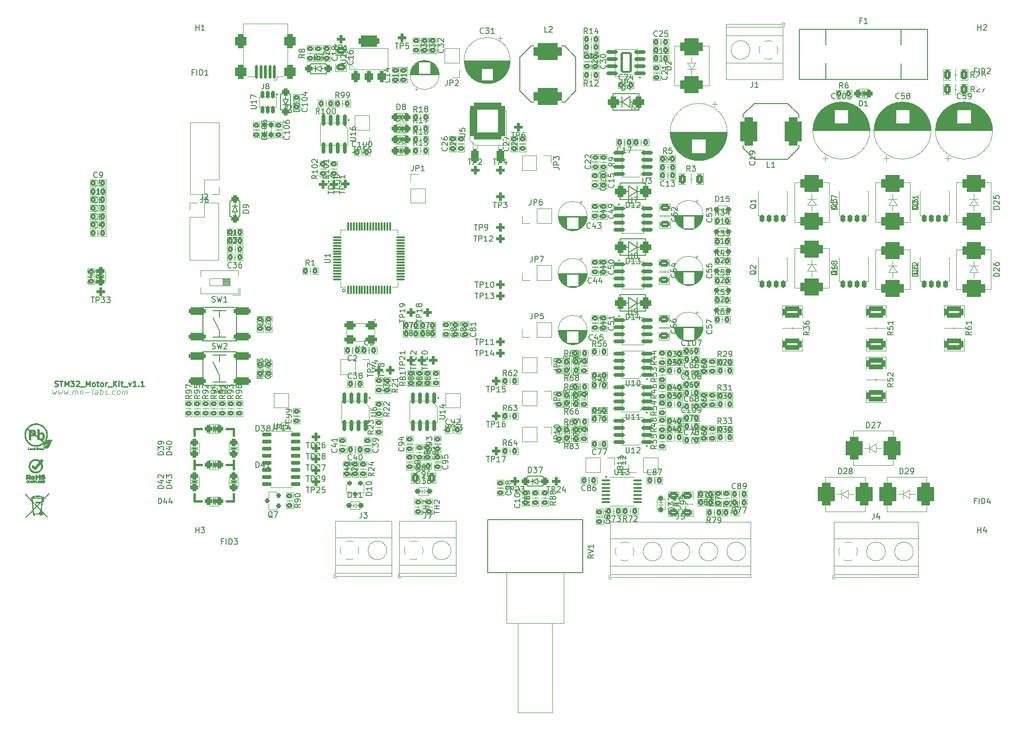
<source format=gbr>
%TF.GenerationSoftware,KiCad,Pcbnew,8.0.3*%
%TF.CreationDate,2024-07-07T23:54:37+03:00*%
%TF.ProjectId,STM32_Motor_Kit_v0.1,53544d33-325f-44d6-9f74-6f725f4b6974,rev?*%
%TF.SameCoordinates,Original*%
%TF.FileFunction,Legend,Top*%
%TF.FilePolarity,Positive*%
%FSLAX46Y46*%
G04 Gerber Fmt 4.6, Leading zero omitted, Abs format (unit mm)*
G04 Created by KiCad (PCBNEW 8.0.3) date 2024-07-07 23:54:37*
%MOMM*%
%LPD*%
G01*
G04 APERTURE LIST*
G04 Aperture macros list*
%AMRoundRect*
0 Rectangle with rounded corners*
0 $1 Rounding radius*
0 $2 $3 $4 $5 $6 $7 $8 $9 X,Y pos of 4 corners*
0 Add a 4 corners polygon primitive as box body*
4,1,4,$2,$3,$4,$5,$6,$7,$8,$9,$2,$3,0*
0 Add four circle primitives for the rounded corners*
1,1,$1+$1,$2,$3*
1,1,$1+$1,$4,$5*
1,1,$1+$1,$6,$7*
1,1,$1+$1,$8,$9*
0 Add four rect primitives between the rounded corners*
20,1,$1+$1,$2,$3,$4,$5,0*
20,1,$1+$1,$4,$5,$6,$7,0*
20,1,$1+$1,$6,$7,$8,$9,0*
20,1,$1+$1,$8,$9,$2,$3,0*%
%AMFreePoly0*
4,1,21,3.024497,2.399497,3.045000,2.350000,3.045000,-2.350000,3.024497,-2.399497,2.975000,-2.420000,1.425000,-2.420000,1.375503,-2.399497,1.355000,-2.350000,1.355000,-2.170000,-1.650000,-2.170000,-1.699497,-2.149497,-1.720000,-2.100000,-1.720000,2.100000,-1.699497,2.149497,-1.650000,2.170000,1.355000,2.170000,1.355000,2.350000,1.375503,2.399497,1.425000,2.420000,2.975000,2.420000,
3.024497,2.399497,3.024497,2.399497,$1*%
G04 Aperture macros list end*
%ADD10C,0.400000*%
%ADD11C,0.125000*%
%ADD12C,0.150000*%
%ADD13C,0.250000*%
%ADD14C,0.100000*%
%ADD15C,0.120000*%
%ADD16C,0.010000*%
%ADD17RoundRect,0.180000X-0.270000X-0.320000X0.270000X-0.320000X0.270000X0.320000X-0.270000X0.320000X0*%
%ADD18RoundRect,0.325000X-0.325000X0.325000X-0.325000X-0.325000X0.325000X-0.325000X0.325000X0.325000X0*%
%ADD19RoundRect,0.180000X-0.320000X0.270000X-0.320000X-0.270000X0.320000X-0.270000X0.320000X0.270000X0*%
%ADD20R,1.700000X1.700000*%
%ADD21O,1.700000X1.700000*%
%ADD22RoundRect,0.150000X0.825000X0.150000X-0.825000X0.150000X-0.825000X-0.150000X0.825000X-0.150000X0*%
%ADD23RoundRect,0.499500X-0.250500X-0.250500X0.250500X-0.250500X0.250500X0.250500X-0.250500X0.250500X0*%
%ADD24RoundRect,0.162500X-0.162500X0.487500X-0.162500X-0.487500X0.162500X-0.487500X0.162500X0.487500X0*%
%ADD25RoundRect,0.200000X0.200000X0.300000X-0.200000X0.300000X-0.200000X-0.300000X0.200000X-0.300000X0*%
%ADD26R,1.600000X1.600000*%
%ADD27C,1.600000*%
%ADD28RoundRect,0.180000X0.270000X0.320000X-0.270000X0.320000X-0.270000X-0.320000X0.270000X-0.320000X0*%
%ADD29RoundRect,0.180000X0.320000X-0.270000X0.320000X0.270000X-0.320000X0.270000X-0.320000X-0.270000X0*%
%ADD30RoundRect,0.325000X0.337500X0.325000X-0.337500X0.325000X-0.337500X-0.325000X0.337500X-0.325000X0*%
%ADD31RoundRect,0.210000X-0.210000X-0.485000X0.210000X-0.485000X0.210000X0.485000X-0.210000X0.485000X0*%
%ADD32FreePoly0,90.000000*%
%ADD33C,0.800000*%
%ADD34C,5.600000*%
%ADD35RoundRect,0.325000X-0.325000X-0.325000X0.325000X-0.325000X0.325000X0.325000X-0.325000X0.325000X0*%
%ADD36RoundRect,0.325000X-0.337500X-0.325000X0.337500X-0.325000X0.337500X0.325000X-0.337500X0.325000X0*%
%ADD37RoundRect,0.499500X-0.250500X0.250500X-0.250500X-0.250500X0.250500X-0.250500X0.250500X0.250500X0*%
%ADD38RoundRect,0.350000X1.150000X0.350000X-1.150000X0.350000X-1.150000X-0.350000X1.150000X-0.350000X0*%
%ADD39RoundRect,0.200000X-0.300000X-0.200000X0.300000X-0.200000X0.300000X0.200000X-0.300000X0.200000X0*%
%ADD40RoundRect,0.240000X-0.610000X0.360000X-0.610000X-0.360000X0.610000X-0.360000X0.610000X0.360000X0*%
%ADD41R,2.000000X2.000000*%
%ADD42C,2.000000*%
%ADD43RoundRect,0.750000X-1.250000X-0.750000X1.250000X-0.750000X1.250000X0.750000X-1.250000X0.750000X0*%
%ADD44RoundRect,0.150000X-0.825000X-0.150000X0.825000X-0.150000X0.825000X0.150000X-0.825000X0.150000X0*%
%ADD45O,1.600000X1.600000*%
%ADD46RoundRect,0.750000X0.750000X-1.250000X0.750000X1.250000X-0.750000X1.250000X-0.750000X-1.250000X0*%
%ADD47RoundRect,0.375000X0.625000X0.375000X-0.625000X0.375000X-0.625000X-0.375000X0.625000X-0.375000X0*%
%ADD48RoundRect,0.325000X0.325000X-0.325000X0.325000X0.325000X-0.325000X0.325000X-0.325000X-0.325000X0*%
%ADD49RoundRect,0.400000X-1.300000X0.600000X-1.300000X-0.600000X1.300000X-0.600000X1.300000X0.600000X0*%
%ADD50C,0.900000*%
%ADD51RoundRect,0.125000X0.125000X1.125000X-0.125000X1.125000X-0.125000X-1.125000X0.125000X-1.125000X0*%
%ADD52RoundRect,0.500000X0.500000X0.750000X-0.500000X0.750000X-0.500000X-0.750000X0.500000X-0.750000X0*%
%ADD53RoundRect,0.325000X0.325000X-0.337500X0.325000X0.337500X-0.325000X0.337500X-0.325000X-0.337500X0*%
%ADD54RoundRect,0.240000X-0.360000X-0.610000X0.360000X-0.610000X0.360000X0.610000X-0.360000X0.610000X0*%
%ADD55R,2.600000X2.600000*%
%ADD56C,2.600000*%
%ADD57R,1.000000X1.000000*%
%ADD58RoundRect,0.750000X0.750000X1.750000X-0.750000X1.750000X-0.750000X-1.750000X0.750000X-1.750000X0*%
%ADD59RoundRect,0.499500X0.250500X0.250500X-0.250500X0.250500X-0.250500X-0.250500X0.250500X-0.250500X0*%
%ADD60RoundRect,0.100000X-0.637500X-0.100000X0.637500X-0.100000X0.637500X0.100000X-0.637500X0.100000X0*%
%ADD61O,2.500000X4.000000*%
%ADD62RoundRect,0.500000X0.550000X0.500000X-0.550000X0.500000X-0.550000X-0.500000X0.550000X-0.500000X0*%
%ADD63RoundRect,0.499500X0.250500X-0.250500X0.250500X0.250500X-0.250500X0.250500X-0.250500X-0.250500X0*%
%ADD64RoundRect,0.200000X-0.200000X0.250000X-0.200000X-0.250000X0.200000X-0.250000X0.200000X0.250000X0*%
%ADD65RoundRect,0.150000X-0.150000X0.825000X-0.150000X-0.825000X0.150000X-0.825000X0.150000X0.825000X0*%
%ADD66RoundRect,0.150000X-0.725000X-0.150000X0.725000X-0.150000X0.725000X0.150000X-0.725000X0.150000X0*%
%ADD67RoundRect,0.500000X-0.550000X-0.500000X0.550000X-0.500000X0.550000X0.500000X-0.550000X0.500000X0*%
%ADD68RoundRect,0.375000X0.375000X-0.625000X0.375000X0.625000X-0.375000X0.625000X-0.375000X-0.625000X0*%
%ADD69RoundRect,0.500000X1.400000X-0.500000X1.400000X0.500000X-1.400000X0.500000X-1.400000X-0.500000X0*%
%ADD70RoundRect,0.350000X0.350000X-0.900000X0.350000X0.900000X-0.350000X0.900000X-0.350000X-0.900000X0*%
%ADD71RoundRect,0.620000X2.480000X-2.680000X2.480000X2.680000X-2.480000X2.680000X-2.480000X-2.680000X0*%
%ADD72RoundRect,0.075000X0.075000X-0.700000X0.075000X0.700000X-0.075000X0.700000X-0.075000X-0.700000X0*%
%ADD73RoundRect,0.075000X0.700000X-0.075000X0.700000X0.075000X-0.700000X0.075000X-0.700000X-0.075000X0*%
%ADD74RoundRect,0.750000X1.750000X-0.750000X1.750000X0.750000X-1.750000X0.750000X-1.750000X-0.750000X0*%
%ADD75O,3.000000X4.000000*%
%ADD76RoundRect,0.200000X0.800000X1.700000X-0.800000X1.700000X-0.800000X-1.700000X0.800000X-1.700000X0*%
%ADD77RoundRect,0.200000X-0.200000X0.300000X-0.200000X-0.300000X0.200000X-0.300000X0.200000X0.300000X0*%
%ADD78RoundRect,0.750000X1.250000X0.750000X-1.250000X0.750000X-1.250000X-0.750000X1.250000X-0.750000X0*%
%ADD79RoundRect,0.200000X0.250000X0.200000X-0.250000X0.200000X-0.250000X-0.200000X0.250000X-0.200000X0*%
%ADD80RoundRect,0.240000X0.610000X-0.360000X0.610000X0.360000X-0.610000X0.360000X-0.610000X-0.360000X0*%
G04 APERTURE END LIST*
D10*
X55250000Y-136000000D02*
X54000000Y-136000000D01*
X59750000Y-136000000D02*
X61000000Y-136000000D01*
X54000000Y-124250000D02*
X54000000Y-123000000D01*
X61000000Y-134750000D02*
X61000000Y-136000000D01*
X61000000Y-129500000D02*
X61000000Y-128750000D01*
X54000000Y-134750000D02*
X54000000Y-136000000D01*
X61000000Y-124250000D02*
X61000000Y-123000000D01*
X61000000Y-129500000D02*
X61000000Y-130250000D01*
X55250000Y-123000000D02*
X54000000Y-123000000D01*
X61000000Y-129500000D02*
X59750000Y-129500000D01*
X54000000Y-128750000D02*
X54000000Y-130250000D01*
X59750000Y-123000000D02*
X61000000Y-123000000D01*
X54000000Y-129500000D02*
X55250000Y-129500000D01*
D11*
X28552474Y-116204452D02*
X28659616Y-116871119D01*
X28659616Y-116871119D02*
X28909616Y-116394928D01*
X28909616Y-116394928D02*
X29040569Y-116871119D01*
X29040569Y-116871119D02*
X29314378Y-116204452D01*
X29600093Y-116204452D02*
X29707235Y-116871119D01*
X29707235Y-116871119D02*
X29957235Y-116394928D01*
X29957235Y-116394928D02*
X30088188Y-116871119D01*
X30088188Y-116871119D02*
X30361997Y-116204452D01*
X30647712Y-116204452D02*
X30754854Y-116871119D01*
X30754854Y-116871119D02*
X31004854Y-116394928D01*
X31004854Y-116394928D02*
X31135807Y-116871119D01*
X31135807Y-116871119D02*
X31409616Y-116204452D01*
X31719140Y-116775880D02*
X31760807Y-116823500D01*
X31760807Y-116823500D02*
X31707235Y-116871119D01*
X31707235Y-116871119D02*
X31665569Y-116823500D01*
X31665569Y-116823500D02*
X31719140Y-116775880D01*
X31719140Y-116775880D02*
X31707235Y-116871119D01*
X32183425Y-116871119D02*
X32266759Y-116204452D01*
X32254854Y-116299690D02*
X32308425Y-116252071D01*
X32308425Y-116252071D02*
X32409616Y-116204452D01*
X32409616Y-116204452D02*
X32552473Y-116204452D01*
X32552473Y-116204452D02*
X32641759Y-116252071D01*
X32641759Y-116252071D02*
X32677473Y-116347309D01*
X32677473Y-116347309D02*
X32611997Y-116871119D01*
X32677473Y-116347309D02*
X32736997Y-116252071D01*
X32736997Y-116252071D02*
X32838187Y-116204452D01*
X32838187Y-116204452D02*
X32981044Y-116204452D01*
X32981044Y-116204452D02*
X33070330Y-116252071D01*
X33070330Y-116252071D02*
X33106044Y-116347309D01*
X33106044Y-116347309D02*
X33040568Y-116871119D01*
X33600092Y-116204452D02*
X33516758Y-116871119D01*
X33588187Y-116299690D02*
X33641758Y-116252071D01*
X33641758Y-116252071D02*
X33742949Y-116204452D01*
X33742949Y-116204452D02*
X33885806Y-116204452D01*
X33885806Y-116204452D02*
X33975092Y-116252071D01*
X33975092Y-116252071D02*
X34010806Y-116347309D01*
X34010806Y-116347309D02*
X33945330Y-116871119D01*
X34469139Y-116490166D02*
X35231044Y-116490166D01*
X35802473Y-116871119D02*
X35713187Y-116823500D01*
X35713187Y-116823500D02*
X35677473Y-116728261D01*
X35677473Y-116728261D02*
X35784615Y-115871119D01*
X36611997Y-116871119D02*
X36677473Y-116347309D01*
X36677473Y-116347309D02*
X36641759Y-116252071D01*
X36641759Y-116252071D02*
X36552473Y-116204452D01*
X36552473Y-116204452D02*
X36361997Y-116204452D01*
X36361997Y-116204452D02*
X36260806Y-116252071D01*
X36617949Y-116823500D02*
X36516759Y-116871119D01*
X36516759Y-116871119D02*
X36278663Y-116871119D01*
X36278663Y-116871119D02*
X36189378Y-116823500D01*
X36189378Y-116823500D02*
X36153663Y-116728261D01*
X36153663Y-116728261D02*
X36165568Y-116633023D01*
X36165568Y-116633023D02*
X36225092Y-116537785D01*
X36225092Y-116537785D02*
X36326283Y-116490166D01*
X36326283Y-116490166D02*
X36564378Y-116490166D01*
X36564378Y-116490166D02*
X36665568Y-116442547D01*
X37088187Y-116871119D02*
X37213187Y-115871119D01*
X37165568Y-116252071D02*
X37266759Y-116204452D01*
X37266759Y-116204452D02*
X37457235Y-116204452D01*
X37457235Y-116204452D02*
X37546521Y-116252071D01*
X37546521Y-116252071D02*
X37588187Y-116299690D01*
X37588187Y-116299690D02*
X37623902Y-116394928D01*
X37623902Y-116394928D02*
X37588187Y-116680642D01*
X37588187Y-116680642D02*
X37528664Y-116775880D01*
X37528664Y-116775880D02*
X37475092Y-116823500D01*
X37475092Y-116823500D02*
X37373902Y-116871119D01*
X37373902Y-116871119D02*
X37183425Y-116871119D01*
X37183425Y-116871119D02*
X37094140Y-116823500D01*
X37951283Y-116823500D02*
X38040568Y-116871119D01*
X38040568Y-116871119D02*
X38231045Y-116871119D01*
X38231045Y-116871119D02*
X38332235Y-116823500D01*
X38332235Y-116823500D02*
X38391759Y-116728261D01*
X38391759Y-116728261D02*
X38397711Y-116680642D01*
X38397711Y-116680642D02*
X38361997Y-116585404D01*
X38361997Y-116585404D02*
X38272711Y-116537785D01*
X38272711Y-116537785D02*
X38129854Y-116537785D01*
X38129854Y-116537785D02*
X38040568Y-116490166D01*
X38040568Y-116490166D02*
X38004854Y-116394928D01*
X38004854Y-116394928D02*
X38010807Y-116347309D01*
X38010807Y-116347309D02*
X38070330Y-116252071D01*
X38070330Y-116252071D02*
X38171521Y-116204452D01*
X38171521Y-116204452D02*
X38314378Y-116204452D01*
X38314378Y-116204452D02*
X38403664Y-116252071D01*
X38814378Y-116775880D02*
X38856045Y-116823500D01*
X38856045Y-116823500D02*
X38802473Y-116871119D01*
X38802473Y-116871119D02*
X38760807Y-116823500D01*
X38760807Y-116823500D02*
X38814378Y-116775880D01*
X38814378Y-116775880D02*
X38802473Y-116871119D01*
X39713187Y-116823500D02*
X39611997Y-116871119D01*
X39611997Y-116871119D02*
X39421521Y-116871119D01*
X39421521Y-116871119D02*
X39332235Y-116823500D01*
X39332235Y-116823500D02*
X39290568Y-116775880D01*
X39290568Y-116775880D02*
X39254854Y-116680642D01*
X39254854Y-116680642D02*
X39290568Y-116394928D01*
X39290568Y-116394928D02*
X39350092Y-116299690D01*
X39350092Y-116299690D02*
X39403663Y-116252071D01*
X39403663Y-116252071D02*
X39504854Y-116204452D01*
X39504854Y-116204452D02*
X39695330Y-116204452D01*
X39695330Y-116204452D02*
X39784616Y-116252071D01*
X40278664Y-116871119D02*
X40189378Y-116823500D01*
X40189378Y-116823500D02*
X40147711Y-116775880D01*
X40147711Y-116775880D02*
X40111997Y-116680642D01*
X40111997Y-116680642D02*
X40147711Y-116394928D01*
X40147711Y-116394928D02*
X40207235Y-116299690D01*
X40207235Y-116299690D02*
X40260806Y-116252071D01*
X40260806Y-116252071D02*
X40361997Y-116204452D01*
X40361997Y-116204452D02*
X40504854Y-116204452D01*
X40504854Y-116204452D02*
X40594140Y-116252071D01*
X40594140Y-116252071D02*
X40635806Y-116299690D01*
X40635806Y-116299690D02*
X40671521Y-116394928D01*
X40671521Y-116394928D02*
X40635806Y-116680642D01*
X40635806Y-116680642D02*
X40576283Y-116775880D01*
X40576283Y-116775880D02*
X40522711Y-116823500D01*
X40522711Y-116823500D02*
X40421521Y-116871119D01*
X40421521Y-116871119D02*
X40278664Y-116871119D01*
X41040568Y-116871119D02*
X41123902Y-116204452D01*
X41111997Y-116299690D02*
X41165568Y-116252071D01*
X41165568Y-116252071D02*
X41266759Y-116204452D01*
X41266759Y-116204452D02*
X41409616Y-116204452D01*
X41409616Y-116204452D02*
X41498902Y-116252071D01*
X41498902Y-116252071D02*
X41534616Y-116347309D01*
X41534616Y-116347309D02*
X41469140Y-116871119D01*
X41534616Y-116347309D02*
X41594140Y-116252071D01*
X41594140Y-116252071D02*
X41695330Y-116204452D01*
X41695330Y-116204452D02*
X41838187Y-116204452D01*
X41838187Y-116204452D02*
X41927473Y-116252071D01*
X41927473Y-116252071D02*
X41963187Y-116347309D01*
X41963187Y-116347309D02*
X41897711Y-116871119D01*
D12*
X147857142Y-95524819D02*
X147523809Y-95048628D01*
X147285714Y-95524819D02*
X147285714Y-94524819D01*
X147285714Y-94524819D02*
X147666666Y-94524819D01*
X147666666Y-94524819D02*
X147761904Y-94572438D01*
X147761904Y-94572438D02*
X147809523Y-94620057D01*
X147809523Y-94620057D02*
X147857142Y-94715295D01*
X147857142Y-94715295D02*
X147857142Y-94858152D01*
X147857142Y-94858152D02*
X147809523Y-94953390D01*
X147809523Y-94953390D02*
X147761904Y-95001009D01*
X147761904Y-95001009D02*
X147666666Y-95048628D01*
X147666666Y-95048628D02*
X147285714Y-95048628D01*
X148761904Y-94524819D02*
X148285714Y-94524819D01*
X148285714Y-94524819D02*
X148238095Y-95001009D01*
X148238095Y-95001009D02*
X148285714Y-94953390D01*
X148285714Y-94953390D02*
X148380952Y-94905771D01*
X148380952Y-94905771D02*
X148619047Y-94905771D01*
X148619047Y-94905771D02*
X148714285Y-94953390D01*
X148714285Y-94953390D02*
X148761904Y-95001009D01*
X148761904Y-95001009D02*
X148809523Y-95096247D01*
X148809523Y-95096247D02*
X148809523Y-95334342D01*
X148809523Y-95334342D02*
X148761904Y-95429580D01*
X148761904Y-95429580D02*
X148714285Y-95477200D01*
X148714285Y-95477200D02*
X148619047Y-95524819D01*
X148619047Y-95524819D02*
X148380952Y-95524819D01*
X148380952Y-95524819D02*
X148285714Y-95477200D01*
X148285714Y-95477200D02*
X148238095Y-95429580D01*
X149428571Y-94524819D02*
X149523809Y-94524819D01*
X149523809Y-94524819D02*
X149619047Y-94572438D01*
X149619047Y-94572438D02*
X149666666Y-94620057D01*
X149666666Y-94620057D02*
X149714285Y-94715295D01*
X149714285Y-94715295D02*
X149761904Y-94905771D01*
X149761904Y-94905771D02*
X149761904Y-95143866D01*
X149761904Y-95143866D02*
X149714285Y-95334342D01*
X149714285Y-95334342D02*
X149666666Y-95429580D01*
X149666666Y-95429580D02*
X149619047Y-95477200D01*
X149619047Y-95477200D02*
X149523809Y-95524819D01*
X149523809Y-95524819D02*
X149428571Y-95524819D01*
X149428571Y-95524819D02*
X149333333Y-95477200D01*
X149333333Y-95477200D02*
X149285714Y-95429580D01*
X149285714Y-95429580D02*
X149238095Y-95334342D01*
X149238095Y-95334342D02*
X149190476Y-95143866D01*
X149190476Y-95143866D02*
X149190476Y-94905771D01*
X149190476Y-94905771D02*
X149238095Y-94715295D01*
X149238095Y-94715295D02*
X149285714Y-94620057D01*
X149285714Y-94620057D02*
X149333333Y-94572438D01*
X149333333Y-94572438D02*
X149428571Y-94524819D01*
X63689819Y-84398094D02*
X62689819Y-84398094D01*
X62689819Y-84398094D02*
X62689819Y-84159999D01*
X62689819Y-84159999D02*
X62737438Y-84017142D01*
X62737438Y-84017142D02*
X62832676Y-83921904D01*
X62832676Y-83921904D02*
X62927914Y-83874285D01*
X62927914Y-83874285D02*
X63118390Y-83826666D01*
X63118390Y-83826666D02*
X63261247Y-83826666D01*
X63261247Y-83826666D02*
X63451723Y-83874285D01*
X63451723Y-83874285D02*
X63546961Y-83921904D01*
X63546961Y-83921904D02*
X63642200Y-84017142D01*
X63642200Y-84017142D02*
X63689819Y-84159999D01*
X63689819Y-84159999D02*
X63689819Y-84398094D01*
X63689819Y-83350475D02*
X63689819Y-83159999D01*
X63689819Y-83159999D02*
X63642200Y-83064761D01*
X63642200Y-83064761D02*
X63594580Y-83017142D01*
X63594580Y-83017142D02*
X63451723Y-82921904D01*
X63451723Y-82921904D02*
X63261247Y-82874285D01*
X63261247Y-82874285D02*
X62880295Y-82874285D01*
X62880295Y-82874285D02*
X62785057Y-82921904D01*
X62785057Y-82921904D02*
X62737438Y-82969523D01*
X62737438Y-82969523D02*
X62689819Y-83064761D01*
X62689819Y-83064761D02*
X62689819Y-83255237D01*
X62689819Y-83255237D02*
X62737438Y-83350475D01*
X62737438Y-83350475D02*
X62785057Y-83398094D01*
X62785057Y-83398094D02*
X62880295Y-83445713D01*
X62880295Y-83445713D02*
X63118390Y-83445713D01*
X63118390Y-83445713D02*
X63213628Y-83398094D01*
X63213628Y-83398094D02*
X63261247Y-83350475D01*
X63261247Y-83350475D02*
X63308866Y-83255237D01*
X63308866Y-83255237D02*
X63308866Y-83064761D01*
X63308866Y-83064761D02*
X63261247Y-82969523D01*
X63261247Y-82969523D02*
X63213628Y-82921904D01*
X63213628Y-82921904D02*
X63118390Y-82874285D01*
X86134819Y-130892857D02*
X85658628Y-131226190D01*
X86134819Y-131464285D02*
X85134819Y-131464285D01*
X85134819Y-131464285D02*
X85134819Y-131083333D01*
X85134819Y-131083333D02*
X85182438Y-130988095D01*
X85182438Y-130988095D02*
X85230057Y-130940476D01*
X85230057Y-130940476D02*
X85325295Y-130892857D01*
X85325295Y-130892857D02*
X85468152Y-130892857D01*
X85468152Y-130892857D02*
X85563390Y-130940476D01*
X85563390Y-130940476D02*
X85611009Y-130988095D01*
X85611009Y-130988095D02*
X85658628Y-131083333D01*
X85658628Y-131083333D02*
X85658628Y-131464285D01*
X85230057Y-130511904D02*
X85182438Y-130464285D01*
X85182438Y-130464285D02*
X85134819Y-130369047D01*
X85134819Y-130369047D02*
X85134819Y-130130952D01*
X85134819Y-130130952D02*
X85182438Y-130035714D01*
X85182438Y-130035714D02*
X85230057Y-129988095D01*
X85230057Y-129988095D02*
X85325295Y-129940476D01*
X85325295Y-129940476D02*
X85420533Y-129940476D01*
X85420533Y-129940476D02*
X85563390Y-129988095D01*
X85563390Y-129988095D02*
X86134819Y-130559523D01*
X86134819Y-130559523D02*
X86134819Y-129940476D01*
X85468152Y-129083333D02*
X86134819Y-129083333D01*
X85087200Y-129321428D02*
X85801485Y-129559523D01*
X85801485Y-129559523D02*
X85801485Y-128940476D01*
X98940476Y-122309819D02*
X98940476Y-123024104D01*
X98940476Y-123024104D02*
X98892857Y-123166961D01*
X98892857Y-123166961D02*
X98797619Y-123262200D01*
X98797619Y-123262200D02*
X98654762Y-123309819D01*
X98654762Y-123309819D02*
X98559524Y-123309819D01*
X99416667Y-123309819D02*
X99416667Y-122309819D01*
X99416667Y-122309819D02*
X99797619Y-122309819D01*
X99797619Y-122309819D02*
X99892857Y-122357438D01*
X99892857Y-122357438D02*
X99940476Y-122405057D01*
X99940476Y-122405057D02*
X99988095Y-122500295D01*
X99988095Y-122500295D02*
X99988095Y-122643152D01*
X99988095Y-122643152D02*
X99940476Y-122738390D01*
X99940476Y-122738390D02*
X99892857Y-122786009D01*
X99892857Y-122786009D02*
X99797619Y-122833628D01*
X99797619Y-122833628D02*
X99416667Y-122833628D01*
X100940476Y-123309819D02*
X100369048Y-123309819D01*
X100654762Y-123309819D02*
X100654762Y-122309819D01*
X100654762Y-122309819D02*
X100559524Y-122452676D01*
X100559524Y-122452676D02*
X100464286Y-122547914D01*
X100464286Y-122547914D02*
X100369048Y-122595533D01*
X101273810Y-122309819D02*
X101892857Y-122309819D01*
X101892857Y-122309819D02*
X101559524Y-122690771D01*
X101559524Y-122690771D02*
X101702381Y-122690771D01*
X101702381Y-122690771D02*
X101797619Y-122738390D01*
X101797619Y-122738390D02*
X101845238Y-122786009D01*
X101845238Y-122786009D02*
X101892857Y-122881247D01*
X101892857Y-122881247D02*
X101892857Y-123119342D01*
X101892857Y-123119342D02*
X101845238Y-123214580D01*
X101845238Y-123214580D02*
X101797619Y-123262200D01*
X101797619Y-123262200D02*
X101702381Y-123309819D01*
X101702381Y-123309819D02*
X101416667Y-123309819D01*
X101416667Y-123309819D02*
X101321429Y-123262200D01*
X101321429Y-123262200D02*
X101273810Y-123214580D01*
X134238095Y-78071496D02*
X134238095Y-78881019D01*
X134238095Y-78881019D02*
X134285714Y-78976257D01*
X134285714Y-78976257D02*
X134333333Y-79023877D01*
X134333333Y-79023877D02*
X134428571Y-79071496D01*
X134428571Y-79071496D02*
X134619047Y-79071496D01*
X134619047Y-79071496D02*
X134714285Y-79023877D01*
X134714285Y-79023877D02*
X134761904Y-78976257D01*
X134761904Y-78976257D02*
X134809523Y-78881019D01*
X134809523Y-78881019D02*
X134809523Y-78071496D01*
X135190476Y-78071496D02*
X135809523Y-78071496D01*
X135809523Y-78071496D02*
X135476190Y-78452448D01*
X135476190Y-78452448D02*
X135619047Y-78452448D01*
X135619047Y-78452448D02*
X135714285Y-78500067D01*
X135714285Y-78500067D02*
X135761904Y-78547686D01*
X135761904Y-78547686D02*
X135809523Y-78642924D01*
X135809523Y-78642924D02*
X135809523Y-78881019D01*
X135809523Y-78881019D02*
X135761904Y-78976257D01*
X135761904Y-78976257D02*
X135714285Y-79023877D01*
X135714285Y-79023877D02*
X135619047Y-79071496D01*
X135619047Y-79071496D02*
X135333333Y-79071496D01*
X135333333Y-79071496D02*
X135238095Y-79023877D01*
X135238095Y-79023877D02*
X135190476Y-78976257D01*
X110738095Y-69954819D02*
X111309523Y-69954819D01*
X111023809Y-70954819D02*
X111023809Y-69954819D01*
X111642857Y-70954819D02*
X111642857Y-69954819D01*
X111642857Y-69954819D02*
X112023809Y-69954819D01*
X112023809Y-69954819D02*
X112119047Y-70002438D01*
X112119047Y-70002438D02*
X112166666Y-70050057D01*
X112166666Y-70050057D02*
X112214285Y-70145295D01*
X112214285Y-70145295D02*
X112214285Y-70288152D01*
X112214285Y-70288152D02*
X112166666Y-70383390D01*
X112166666Y-70383390D02*
X112119047Y-70431009D01*
X112119047Y-70431009D02*
X112023809Y-70478628D01*
X112023809Y-70478628D02*
X111642857Y-70478628D01*
X113071428Y-69954819D02*
X112880952Y-69954819D01*
X112880952Y-69954819D02*
X112785714Y-70002438D01*
X112785714Y-70002438D02*
X112738095Y-70050057D01*
X112738095Y-70050057D02*
X112642857Y-70192914D01*
X112642857Y-70192914D02*
X112595238Y-70383390D01*
X112595238Y-70383390D02*
X112595238Y-70764342D01*
X112595238Y-70764342D02*
X112642857Y-70859580D01*
X112642857Y-70859580D02*
X112690476Y-70907200D01*
X112690476Y-70907200D02*
X112785714Y-70954819D01*
X112785714Y-70954819D02*
X112976190Y-70954819D01*
X112976190Y-70954819D02*
X113071428Y-70907200D01*
X113071428Y-70907200D02*
X113119047Y-70859580D01*
X113119047Y-70859580D02*
X113166666Y-70764342D01*
X113166666Y-70764342D02*
X113166666Y-70526247D01*
X113166666Y-70526247D02*
X113119047Y-70431009D01*
X113119047Y-70431009D02*
X113071428Y-70383390D01*
X113071428Y-70383390D02*
X112976190Y-70335771D01*
X112976190Y-70335771D02*
X112785714Y-70335771D01*
X112785714Y-70335771D02*
X112690476Y-70383390D01*
X112690476Y-70383390D02*
X112642857Y-70431009D01*
X112642857Y-70431009D02*
X112595238Y-70526247D01*
X64054819Y-65738094D02*
X64864342Y-65738094D01*
X64864342Y-65738094D02*
X64959580Y-65690475D01*
X64959580Y-65690475D02*
X65007200Y-65642856D01*
X65007200Y-65642856D02*
X65054819Y-65547618D01*
X65054819Y-65547618D02*
X65054819Y-65357142D01*
X65054819Y-65357142D02*
X65007200Y-65261904D01*
X65007200Y-65261904D02*
X64959580Y-65214285D01*
X64959580Y-65214285D02*
X64864342Y-65166666D01*
X64864342Y-65166666D02*
X64054819Y-65166666D01*
X65054819Y-64166666D02*
X65054819Y-64738094D01*
X65054819Y-64452380D02*
X64054819Y-64452380D01*
X64054819Y-64452380D02*
X64197676Y-64547618D01*
X64197676Y-64547618D02*
X64292914Y-64642856D01*
X64292914Y-64642856D02*
X64340533Y-64738094D01*
X64054819Y-63833332D02*
X64054819Y-63166666D01*
X64054819Y-63166666D02*
X65054819Y-63595237D01*
X109857142Y-119774819D02*
X109523809Y-119298628D01*
X109285714Y-119774819D02*
X109285714Y-118774819D01*
X109285714Y-118774819D02*
X109666666Y-118774819D01*
X109666666Y-118774819D02*
X109761904Y-118822438D01*
X109761904Y-118822438D02*
X109809523Y-118870057D01*
X109809523Y-118870057D02*
X109857142Y-118965295D01*
X109857142Y-118965295D02*
X109857142Y-119108152D01*
X109857142Y-119108152D02*
X109809523Y-119203390D01*
X109809523Y-119203390D02*
X109761904Y-119251009D01*
X109761904Y-119251009D02*
X109666666Y-119298628D01*
X109666666Y-119298628D02*
X109285714Y-119298628D01*
X110714285Y-118774819D02*
X110523809Y-118774819D01*
X110523809Y-118774819D02*
X110428571Y-118822438D01*
X110428571Y-118822438D02*
X110380952Y-118870057D01*
X110380952Y-118870057D02*
X110285714Y-119012914D01*
X110285714Y-119012914D02*
X110238095Y-119203390D01*
X110238095Y-119203390D02*
X110238095Y-119584342D01*
X110238095Y-119584342D02*
X110285714Y-119679580D01*
X110285714Y-119679580D02*
X110333333Y-119727200D01*
X110333333Y-119727200D02*
X110428571Y-119774819D01*
X110428571Y-119774819D02*
X110619047Y-119774819D01*
X110619047Y-119774819D02*
X110714285Y-119727200D01*
X110714285Y-119727200D02*
X110761904Y-119679580D01*
X110761904Y-119679580D02*
X110809523Y-119584342D01*
X110809523Y-119584342D02*
X110809523Y-119346247D01*
X110809523Y-119346247D02*
X110761904Y-119251009D01*
X110761904Y-119251009D02*
X110714285Y-119203390D01*
X110714285Y-119203390D02*
X110619047Y-119155771D01*
X110619047Y-119155771D02*
X110428571Y-119155771D01*
X110428571Y-119155771D02*
X110333333Y-119203390D01*
X110333333Y-119203390D02*
X110285714Y-119251009D01*
X110285714Y-119251009D02*
X110238095Y-119346247D01*
X111142857Y-118774819D02*
X111761904Y-118774819D01*
X111761904Y-118774819D02*
X111428571Y-119155771D01*
X111428571Y-119155771D02*
X111571428Y-119155771D01*
X111571428Y-119155771D02*
X111666666Y-119203390D01*
X111666666Y-119203390D02*
X111714285Y-119251009D01*
X111714285Y-119251009D02*
X111761904Y-119346247D01*
X111761904Y-119346247D02*
X111761904Y-119584342D01*
X111761904Y-119584342D02*
X111714285Y-119679580D01*
X111714285Y-119679580D02*
X111666666Y-119727200D01*
X111666666Y-119727200D02*
X111571428Y-119774819D01*
X111571428Y-119774819D02*
X111285714Y-119774819D01*
X111285714Y-119774819D02*
X111190476Y-119727200D01*
X111190476Y-119727200D02*
X111142857Y-119679580D01*
X99289580Y-129642857D02*
X99337200Y-129690476D01*
X99337200Y-129690476D02*
X99384819Y-129833333D01*
X99384819Y-129833333D02*
X99384819Y-129928571D01*
X99384819Y-129928571D02*
X99337200Y-130071428D01*
X99337200Y-130071428D02*
X99241961Y-130166666D01*
X99241961Y-130166666D02*
X99146723Y-130214285D01*
X99146723Y-130214285D02*
X98956247Y-130261904D01*
X98956247Y-130261904D02*
X98813390Y-130261904D01*
X98813390Y-130261904D02*
X98622914Y-130214285D01*
X98622914Y-130214285D02*
X98527676Y-130166666D01*
X98527676Y-130166666D02*
X98432438Y-130071428D01*
X98432438Y-130071428D02*
X98384819Y-129928571D01*
X98384819Y-129928571D02*
X98384819Y-129833333D01*
X98384819Y-129833333D02*
X98432438Y-129690476D01*
X98432438Y-129690476D02*
X98480057Y-129642857D01*
X99384819Y-129166666D02*
X99384819Y-128976190D01*
X99384819Y-128976190D02*
X99337200Y-128880952D01*
X99337200Y-128880952D02*
X99289580Y-128833333D01*
X99289580Y-128833333D02*
X99146723Y-128738095D01*
X99146723Y-128738095D02*
X98956247Y-128690476D01*
X98956247Y-128690476D02*
X98575295Y-128690476D01*
X98575295Y-128690476D02*
X98480057Y-128738095D01*
X98480057Y-128738095D02*
X98432438Y-128785714D01*
X98432438Y-128785714D02*
X98384819Y-128880952D01*
X98384819Y-128880952D02*
X98384819Y-129071428D01*
X98384819Y-129071428D02*
X98432438Y-129166666D01*
X98432438Y-129166666D02*
X98480057Y-129214285D01*
X98480057Y-129214285D02*
X98575295Y-129261904D01*
X98575295Y-129261904D02*
X98813390Y-129261904D01*
X98813390Y-129261904D02*
X98908628Y-129214285D01*
X98908628Y-129214285D02*
X98956247Y-129166666D01*
X98956247Y-129166666D02*
X99003866Y-129071428D01*
X99003866Y-129071428D02*
X99003866Y-128880952D01*
X99003866Y-128880952D02*
X98956247Y-128785714D01*
X98956247Y-128785714D02*
X98908628Y-128738095D01*
X98908628Y-128738095D02*
X98813390Y-128690476D01*
X98384819Y-127785714D02*
X98384819Y-128261904D01*
X98384819Y-128261904D02*
X98861009Y-128309523D01*
X98861009Y-128309523D02*
X98813390Y-128261904D01*
X98813390Y-128261904D02*
X98765771Y-128166666D01*
X98765771Y-128166666D02*
X98765771Y-127928571D01*
X98765771Y-127928571D02*
X98813390Y-127833333D01*
X98813390Y-127833333D02*
X98861009Y-127785714D01*
X98861009Y-127785714D02*
X98956247Y-127738095D01*
X98956247Y-127738095D02*
X99194342Y-127738095D01*
X99194342Y-127738095D02*
X99289580Y-127785714D01*
X99289580Y-127785714D02*
X99337200Y-127833333D01*
X99337200Y-127833333D02*
X99384819Y-127928571D01*
X99384819Y-127928571D02*
X99384819Y-128166666D01*
X99384819Y-128166666D02*
X99337200Y-128261904D01*
X99337200Y-128261904D02*
X99289580Y-128309523D01*
X71304819Y-65916666D02*
X71304819Y-66392856D01*
X71304819Y-66392856D02*
X70304819Y-66392856D01*
X70304819Y-65678570D02*
X70304819Y-65059523D01*
X70304819Y-65059523D02*
X70685771Y-65392856D01*
X70685771Y-65392856D02*
X70685771Y-65249999D01*
X70685771Y-65249999D02*
X70733390Y-65154761D01*
X70733390Y-65154761D02*
X70781009Y-65107142D01*
X70781009Y-65107142D02*
X70876247Y-65059523D01*
X70876247Y-65059523D02*
X71114342Y-65059523D01*
X71114342Y-65059523D02*
X71209580Y-65107142D01*
X71209580Y-65107142D02*
X71257200Y-65154761D01*
X71257200Y-65154761D02*
X71304819Y-65249999D01*
X71304819Y-65249999D02*
X71304819Y-65535713D01*
X71304819Y-65535713D02*
X71257200Y-65630951D01*
X71257200Y-65630951D02*
X71209580Y-65678570D01*
X146559580Y-105392857D02*
X146607200Y-105440476D01*
X146607200Y-105440476D02*
X146654819Y-105583333D01*
X146654819Y-105583333D02*
X146654819Y-105678571D01*
X146654819Y-105678571D02*
X146607200Y-105821428D01*
X146607200Y-105821428D02*
X146511961Y-105916666D01*
X146511961Y-105916666D02*
X146416723Y-105964285D01*
X146416723Y-105964285D02*
X146226247Y-106011904D01*
X146226247Y-106011904D02*
X146083390Y-106011904D01*
X146083390Y-106011904D02*
X145892914Y-105964285D01*
X145892914Y-105964285D02*
X145797676Y-105916666D01*
X145797676Y-105916666D02*
X145702438Y-105821428D01*
X145702438Y-105821428D02*
X145654819Y-105678571D01*
X145654819Y-105678571D02*
X145654819Y-105583333D01*
X145654819Y-105583333D02*
X145702438Y-105440476D01*
X145702438Y-105440476D02*
X145750057Y-105392857D01*
X145654819Y-104488095D02*
X145654819Y-104964285D01*
X145654819Y-104964285D02*
X146131009Y-105011904D01*
X146131009Y-105011904D02*
X146083390Y-104964285D01*
X146083390Y-104964285D02*
X146035771Y-104869047D01*
X146035771Y-104869047D02*
X146035771Y-104630952D01*
X146035771Y-104630952D02*
X146083390Y-104535714D01*
X146083390Y-104535714D02*
X146131009Y-104488095D01*
X146131009Y-104488095D02*
X146226247Y-104440476D01*
X146226247Y-104440476D02*
X146464342Y-104440476D01*
X146464342Y-104440476D02*
X146559580Y-104488095D01*
X146559580Y-104488095D02*
X146607200Y-104535714D01*
X146607200Y-104535714D02*
X146654819Y-104630952D01*
X146654819Y-104630952D02*
X146654819Y-104869047D01*
X146654819Y-104869047D02*
X146607200Y-104964285D01*
X146607200Y-104964285D02*
X146559580Y-105011904D01*
X145654819Y-104107142D02*
X145654819Y-103440476D01*
X145654819Y-103440476D02*
X146654819Y-103869047D01*
X82083333Y-110789580D02*
X82035714Y-110837200D01*
X82035714Y-110837200D02*
X81892857Y-110884819D01*
X81892857Y-110884819D02*
X81797619Y-110884819D01*
X81797619Y-110884819D02*
X81654762Y-110837200D01*
X81654762Y-110837200D02*
X81559524Y-110741961D01*
X81559524Y-110741961D02*
X81511905Y-110646723D01*
X81511905Y-110646723D02*
X81464286Y-110456247D01*
X81464286Y-110456247D02*
X81464286Y-110313390D01*
X81464286Y-110313390D02*
X81511905Y-110122914D01*
X81511905Y-110122914D02*
X81559524Y-110027676D01*
X81559524Y-110027676D02*
X81654762Y-109932438D01*
X81654762Y-109932438D02*
X81797619Y-109884819D01*
X81797619Y-109884819D02*
X81892857Y-109884819D01*
X81892857Y-109884819D02*
X82035714Y-109932438D01*
X82035714Y-109932438D02*
X82083333Y-109980057D01*
X82464286Y-109980057D02*
X82511905Y-109932438D01*
X82511905Y-109932438D02*
X82607143Y-109884819D01*
X82607143Y-109884819D02*
X82845238Y-109884819D01*
X82845238Y-109884819D02*
X82940476Y-109932438D01*
X82940476Y-109932438D02*
X82988095Y-109980057D01*
X82988095Y-109980057D02*
X83035714Y-110075295D01*
X83035714Y-110075295D02*
X83035714Y-110170533D01*
X83035714Y-110170533D02*
X82988095Y-110313390D01*
X82988095Y-110313390D02*
X82416667Y-110884819D01*
X82416667Y-110884819D02*
X83035714Y-110884819D01*
X94774819Y-114642857D02*
X94298628Y-114976190D01*
X94774819Y-115214285D02*
X93774819Y-115214285D01*
X93774819Y-115214285D02*
X93774819Y-114833333D01*
X93774819Y-114833333D02*
X93822438Y-114738095D01*
X93822438Y-114738095D02*
X93870057Y-114690476D01*
X93870057Y-114690476D02*
X93965295Y-114642857D01*
X93965295Y-114642857D02*
X94108152Y-114642857D01*
X94108152Y-114642857D02*
X94203390Y-114690476D01*
X94203390Y-114690476D02*
X94251009Y-114738095D01*
X94251009Y-114738095D02*
X94298628Y-114833333D01*
X94298628Y-114833333D02*
X94298628Y-115214285D01*
X94203390Y-114071428D02*
X94155771Y-114166666D01*
X94155771Y-114166666D02*
X94108152Y-114214285D01*
X94108152Y-114214285D02*
X94012914Y-114261904D01*
X94012914Y-114261904D02*
X93965295Y-114261904D01*
X93965295Y-114261904D02*
X93870057Y-114214285D01*
X93870057Y-114214285D02*
X93822438Y-114166666D01*
X93822438Y-114166666D02*
X93774819Y-114071428D01*
X93774819Y-114071428D02*
X93774819Y-113880952D01*
X93774819Y-113880952D02*
X93822438Y-113785714D01*
X93822438Y-113785714D02*
X93870057Y-113738095D01*
X93870057Y-113738095D02*
X93965295Y-113690476D01*
X93965295Y-113690476D02*
X94012914Y-113690476D01*
X94012914Y-113690476D02*
X94108152Y-113738095D01*
X94108152Y-113738095D02*
X94155771Y-113785714D01*
X94155771Y-113785714D02*
X94203390Y-113880952D01*
X94203390Y-113880952D02*
X94203390Y-114071428D01*
X94203390Y-114071428D02*
X94251009Y-114166666D01*
X94251009Y-114166666D02*
X94298628Y-114214285D01*
X94298628Y-114214285D02*
X94393866Y-114261904D01*
X94393866Y-114261904D02*
X94584342Y-114261904D01*
X94584342Y-114261904D02*
X94679580Y-114214285D01*
X94679580Y-114214285D02*
X94727200Y-114166666D01*
X94727200Y-114166666D02*
X94774819Y-114071428D01*
X94774819Y-114071428D02*
X94774819Y-113880952D01*
X94774819Y-113880952D02*
X94727200Y-113785714D01*
X94727200Y-113785714D02*
X94679580Y-113738095D01*
X94679580Y-113738095D02*
X94584342Y-113690476D01*
X94584342Y-113690476D02*
X94393866Y-113690476D01*
X94393866Y-113690476D02*
X94298628Y-113738095D01*
X94298628Y-113738095D02*
X94251009Y-113785714D01*
X94251009Y-113785714D02*
X94203390Y-113880952D01*
X93774819Y-113071428D02*
X93774819Y-112976190D01*
X93774819Y-112976190D02*
X93822438Y-112880952D01*
X93822438Y-112880952D02*
X93870057Y-112833333D01*
X93870057Y-112833333D02*
X93965295Y-112785714D01*
X93965295Y-112785714D02*
X94155771Y-112738095D01*
X94155771Y-112738095D02*
X94393866Y-112738095D01*
X94393866Y-112738095D02*
X94584342Y-112785714D01*
X94584342Y-112785714D02*
X94679580Y-112833333D01*
X94679580Y-112833333D02*
X94727200Y-112880952D01*
X94727200Y-112880952D02*
X94774819Y-112976190D01*
X94774819Y-112976190D02*
X94774819Y-113071428D01*
X94774819Y-113071428D02*
X94727200Y-113166666D01*
X94727200Y-113166666D02*
X94679580Y-113214285D01*
X94679580Y-113214285D02*
X94584342Y-113261904D01*
X94584342Y-113261904D02*
X94393866Y-113309523D01*
X94393866Y-113309523D02*
X94155771Y-113309523D01*
X94155771Y-113309523D02*
X93965295Y-113261904D01*
X93965295Y-113261904D02*
X93870057Y-113214285D01*
X93870057Y-113214285D02*
X93822438Y-113166666D01*
X93822438Y-113166666D02*
X93774819Y-113071428D01*
X65035714Y-123454819D02*
X65035714Y-122454819D01*
X65035714Y-122454819D02*
X65273809Y-122454819D01*
X65273809Y-122454819D02*
X65416666Y-122502438D01*
X65416666Y-122502438D02*
X65511904Y-122597676D01*
X65511904Y-122597676D02*
X65559523Y-122692914D01*
X65559523Y-122692914D02*
X65607142Y-122883390D01*
X65607142Y-122883390D02*
X65607142Y-123026247D01*
X65607142Y-123026247D02*
X65559523Y-123216723D01*
X65559523Y-123216723D02*
X65511904Y-123311961D01*
X65511904Y-123311961D02*
X65416666Y-123407200D01*
X65416666Y-123407200D02*
X65273809Y-123454819D01*
X65273809Y-123454819D02*
X65035714Y-123454819D01*
X65940476Y-122454819D02*
X66559523Y-122454819D01*
X66559523Y-122454819D02*
X66226190Y-122835771D01*
X66226190Y-122835771D02*
X66369047Y-122835771D01*
X66369047Y-122835771D02*
X66464285Y-122883390D01*
X66464285Y-122883390D02*
X66511904Y-122931009D01*
X66511904Y-122931009D02*
X66559523Y-123026247D01*
X66559523Y-123026247D02*
X66559523Y-123264342D01*
X66559523Y-123264342D02*
X66511904Y-123359580D01*
X66511904Y-123359580D02*
X66464285Y-123407200D01*
X66464285Y-123407200D02*
X66369047Y-123454819D01*
X66369047Y-123454819D02*
X66083333Y-123454819D01*
X66083333Y-123454819D02*
X65988095Y-123407200D01*
X65988095Y-123407200D02*
X65940476Y-123359580D01*
X67130952Y-122883390D02*
X67035714Y-122835771D01*
X67035714Y-122835771D02*
X66988095Y-122788152D01*
X66988095Y-122788152D02*
X66940476Y-122692914D01*
X66940476Y-122692914D02*
X66940476Y-122645295D01*
X66940476Y-122645295D02*
X66988095Y-122550057D01*
X66988095Y-122550057D02*
X67035714Y-122502438D01*
X67035714Y-122502438D02*
X67130952Y-122454819D01*
X67130952Y-122454819D02*
X67321428Y-122454819D01*
X67321428Y-122454819D02*
X67416666Y-122502438D01*
X67416666Y-122502438D02*
X67464285Y-122550057D01*
X67464285Y-122550057D02*
X67511904Y-122645295D01*
X67511904Y-122645295D02*
X67511904Y-122692914D01*
X67511904Y-122692914D02*
X67464285Y-122788152D01*
X67464285Y-122788152D02*
X67416666Y-122835771D01*
X67416666Y-122835771D02*
X67321428Y-122883390D01*
X67321428Y-122883390D02*
X67130952Y-122883390D01*
X67130952Y-122883390D02*
X67035714Y-122931009D01*
X67035714Y-122931009D02*
X66988095Y-122978628D01*
X66988095Y-122978628D02*
X66940476Y-123073866D01*
X66940476Y-123073866D02*
X66940476Y-123264342D01*
X66940476Y-123264342D02*
X66988095Y-123359580D01*
X66988095Y-123359580D02*
X67035714Y-123407200D01*
X67035714Y-123407200D02*
X67130952Y-123454819D01*
X67130952Y-123454819D02*
X67321428Y-123454819D01*
X67321428Y-123454819D02*
X67416666Y-123407200D01*
X67416666Y-123407200D02*
X67464285Y-123359580D01*
X67464285Y-123359580D02*
X67511904Y-123264342D01*
X67511904Y-123264342D02*
X67511904Y-123073866D01*
X67511904Y-123073866D02*
X67464285Y-122978628D01*
X67464285Y-122978628D02*
X67416666Y-122931009D01*
X67416666Y-122931009D02*
X67321428Y-122883390D01*
X130307142Y-73489580D02*
X130259523Y-73537200D01*
X130259523Y-73537200D02*
X130116666Y-73584819D01*
X130116666Y-73584819D02*
X130021428Y-73584819D01*
X130021428Y-73584819D02*
X129878571Y-73537200D01*
X129878571Y-73537200D02*
X129783333Y-73441961D01*
X129783333Y-73441961D02*
X129735714Y-73346723D01*
X129735714Y-73346723D02*
X129688095Y-73156247D01*
X129688095Y-73156247D02*
X129688095Y-73013390D01*
X129688095Y-73013390D02*
X129735714Y-72822914D01*
X129735714Y-72822914D02*
X129783333Y-72727676D01*
X129783333Y-72727676D02*
X129878571Y-72632438D01*
X129878571Y-72632438D02*
X130021428Y-72584819D01*
X130021428Y-72584819D02*
X130116666Y-72584819D01*
X130116666Y-72584819D02*
X130259523Y-72632438D01*
X130259523Y-72632438D02*
X130307142Y-72680057D01*
X131259523Y-73584819D02*
X130688095Y-73584819D01*
X130973809Y-73584819D02*
X130973809Y-72584819D01*
X130973809Y-72584819D02*
X130878571Y-72727676D01*
X130878571Y-72727676D02*
X130783333Y-72822914D01*
X130783333Y-72822914D02*
X130688095Y-72870533D01*
X131592857Y-72584819D02*
X132259523Y-72584819D01*
X132259523Y-72584819D02*
X131830952Y-73584819D01*
X122679580Y-112869047D02*
X122727200Y-112916666D01*
X122727200Y-112916666D02*
X122774819Y-113059523D01*
X122774819Y-113059523D02*
X122774819Y-113154761D01*
X122774819Y-113154761D02*
X122727200Y-113297618D01*
X122727200Y-113297618D02*
X122631961Y-113392856D01*
X122631961Y-113392856D02*
X122536723Y-113440475D01*
X122536723Y-113440475D02*
X122346247Y-113488094D01*
X122346247Y-113488094D02*
X122203390Y-113488094D01*
X122203390Y-113488094D02*
X122012914Y-113440475D01*
X122012914Y-113440475D02*
X121917676Y-113392856D01*
X121917676Y-113392856D02*
X121822438Y-113297618D01*
X121822438Y-113297618D02*
X121774819Y-113154761D01*
X121774819Y-113154761D02*
X121774819Y-113059523D01*
X121774819Y-113059523D02*
X121822438Y-112916666D01*
X121822438Y-112916666D02*
X121870057Y-112869047D01*
X122774819Y-111916666D02*
X122774819Y-112488094D01*
X122774819Y-112202380D02*
X121774819Y-112202380D01*
X121774819Y-112202380D02*
X121917676Y-112297618D01*
X121917676Y-112297618D02*
X122012914Y-112392856D01*
X122012914Y-112392856D02*
X122060533Y-112488094D01*
X122774819Y-110964285D02*
X122774819Y-111535713D01*
X122774819Y-111249999D02*
X121774819Y-111249999D01*
X121774819Y-111249999D02*
X121917676Y-111345237D01*
X121917676Y-111345237D02*
X122012914Y-111440475D01*
X122012914Y-111440475D02*
X122060533Y-111535713D01*
X122774819Y-110011904D02*
X122774819Y-110583332D01*
X122774819Y-110297618D02*
X121774819Y-110297618D01*
X121774819Y-110297618D02*
X121917676Y-110392856D01*
X121917676Y-110392856D02*
X122012914Y-110488094D01*
X122012914Y-110488094D02*
X122060533Y-110583332D01*
X183570057Y-94675238D02*
X183522438Y-94770476D01*
X183522438Y-94770476D02*
X183427200Y-94865714D01*
X183427200Y-94865714D02*
X183284342Y-95008571D01*
X183284342Y-95008571D02*
X183236723Y-95103809D01*
X183236723Y-95103809D02*
X183236723Y-95199047D01*
X183474819Y-95151428D02*
X183427200Y-95246666D01*
X183427200Y-95246666D02*
X183331961Y-95341904D01*
X183331961Y-95341904D02*
X183141485Y-95389523D01*
X183141485Y-95389523D02*
X182808152Y-95389523D01*
X182808152Y-95389523D02*
X182617676Y-95341904D01*
X182617676Y-95341904D02*
X182522438Y-95246666D01*
X182522438Y-95246666D02*
X182474819Y-95151428D01*
X182474819Y-95151428D02*
X182474819Y-94960952D01*
X182474819Y-94960952D02*
X182522438Y-94865714D01*
X182522438Y-94865714D02*
X182617676Y-94770476D01*
X182617676Y-94770476D02*
X182808152Y-94722857D01*
X182808152Y-94722857D02*
X183141485Y-94722857D01*
X183141485Y-94722857D02*
X183331961Y-94770476D01*
X183331961Y-94770476D02*
X183427200Y-94865714D01*
X183427200Y-94865714D02*
X183474819Y-94960952D01*
X183474819Y-94960952D02*
X183474819Y-95151428D01*
X182474819Y-93865714D02*
X182474819Y-94056190D01*
X182474819Y-94056190D02*
X182522438Y-94151428D01*
X182522438Y-94151428D02*
X182570057Y-94199047D01*
X182570057Y-94199047D02*
X182712914Y-94294285D01*
X182712914Y-94294285D02*
X182903390Y-94341904D01*
X182903390Y-94341904D02*
X183284342Y-94341904D01*
X183284342Y-94341904D02*
X183379580Y-94294285D01*
X183379580Y-94294285D02*
X183427200Y-94246666D01*
X183427200Y-94246666D02*
X183474819Y-94151428D01*
X183474819Y-94151428D02*
X183474819Y-93960952D01*
X183474819Y-93960952D02*
X183427200Y-93865714D01*
X183427200Y-93865714D02*
X183379580Y-93818095D01*
X183379580Y-93818095D02*
X183284342Y-93770476D01*
X183284342Y-93770476D02*
X183046247Y-93770476D01*
X183046247Y-93770476D02*
X182951009Y-93818095D01*
X182951009Y-93818095D02*
X182903390Y-93865714D01*
X182903390Y-93865714D02*
X182855771Y-93960952D01*
X182855771Y-93960952D02*
X182855771Y-94151428D01*
X182855771Y-94151428D02*
X182903390Y-94246666D01*
X182903390Y-94246666D02*
X182951009Y-94294285D01*
X182951009Y-94294285D02*
X183046247Y-94341904D01*
X85809819Y-112778333D02*
X86524104Y-112778333D01*
X86524104Y-112778333D02*
X86666961Y-112825952D01*
X86666961Y-112825952D02*
X86762200Y-112921190D01*
X86762200Y-112921190D02*
X86809819Y-113064047D01*
X86809819Y-113064047D02*
X86809819Y-113159285D01*
X86809819Y-112302142D02*
X85809819Y-112302142D01*
X85809819Y-112302142D02*
X85809819Y-111921190D01*
X85809819Y-111921190D02*
X85857438Y-111825952D01*
X85857438Y-111825952D02*
X85905057Y-111778333D01*
X85905057Y-111778333D02*
X86000295Y-111730714D01*
X86000295Y-111730714D02*
X86143152Y-111730714D01*
X86143152Y-111730714D02*
X86238390Y-111778333D01*
X86238390Y-111778333D02*
X86286009Y-111825952D01*
X86286009Y-111825952D02*
X86333628Y-111921190D01*
X86333628Y-111921190D02*
X86333628Y-112302142D01*
X86143152Y-110873571D02*
X86809819Y-110873571D01*
X85762200Y-111111666D02*
X86476485Y-111349761D01*
X86476485Y-111349761D02*
X86476485Y-110730714D01*
X148307142Y-123624819D02*
X147973809Y-123148628D01*
X147735714Y-123624819D02*
X147735714Y-122624819D01*
X147735714Y-122624819D02*
X148116666Y-122624819D01*
X148116666Y-122624819D02*
X148211904Y-122672438D01*
X148211904Y-122672438D02*
X148259523Y-122720057D01*
X148259523Y-122720057D02*
X148307142Y-122815295D01*
X148307142Y-122815295D02*
X148307142Y-122958152D01*
X148307142Y-122958152D02*
X148259523Y-123053390D01*
X148259523Y-123053390D02*
X148211904Y-123101009D01*
X148211904Y-123101009D02*
X148116666Y-123148628D01*
X148116666Y-123148628D02*
X147735714Y-123148628D01*
X148640476Y-122624819D02*
X149259523Y-122624819D01*
X149259523Y-122624819D02*
X148926190Y-123005771D01*
X148926190Y-123005771D02*
X149069047Y-123005771D01*
X149069047Y-123005771D02*
X149164285Y-123053390D01*
X149164285Y-123053390D02*
X149211904Y-123101009D01*
X149211904Y-123101009D02*
X149259523Y-123196247D01*
X149259523Y-123196247D02*
X149259523Y-123434342D01*
X149259523Y-123434342D02*
X149211904Y-123529580D01*
X149211904Y-123529580D02*
X149164285Y-123577200D01*
X149164285Y-123577200D02*
X149069047Y-123624819D01*
X149069047Y-123624819D02*
X148783333Y-123624819D01*
X148783333Y-123624819D02*
X148688095Y-123577200D01*
X148688095Y-123577200D02*
X148640476Y-123529580D01*
X149640476Y-122720057D02*
X149688095Y-122672438D01*
X149688095Y-122672438D02*
X149783333Y-122624819D01*
X149783333Y-122624819D02*
X150021428Y-122624819D01*
X150021428Y-122624819D02*
X150116666Y-122672438D01*
X150116666Y-122672438D02*
X150164285Y-122720057D01*
X150164285Y-122720057D02*
X150211904Y-122815295D01*
X150211904Y-122815295D02*
X150211904Y-122910533D01*
X150211904Y-122910533D02*
X150164285Y-123053390D01*
X150164285Y-123053390D02*
X149592857Y-123624819D01*
X149592857Y-123624819D02*
X150211904Y-123624819D01*
X124857142Y-87059580D02*
X124809523Y-87107200D01*
X124809523Y-87107200D02*
X124666666Y-87154819D01*
X124666666Y-87154819D02*
X124571428Y-87154819D01*
X124571428Y-87154819D02*
X124428571Y-87107200D01*
X124428571Y-87107200D02*
X124333333Y-87011961D01*
X124333333Y-87011961D02*
X124285714Y-86916723D01*
X124285714Y-86916723D02*
X124238095Y-86726247D01*
X124238095Y-86726247D02*
X124238095Y-86583390D01*
X124238095Y-86583390D02*
X124285714Y-86392914D01*
X124285714Y-86392914D02*
X124333333Y-86297676D01*
X124333333Y-86297676D02*
X124428571Y-86202438D01*
X124428571Y-86202438D02*
X124571428Y-86154819D01*
X124571428Y-86154819D02*
X124666666Y-86154819D01*
X124666666Y-86154819D02*
X124809523Y-86202438D01*
X124809523Y-86202438D02*
X124857142Y-86250057D01*
X125714285Y-86488152D02*
X125714285Y-87154819D01*
X125476190Y-86107200D02*
X125238095Y-86821485D01*
X125238095Y-86821485D02*
X125857142Y-86821485D01*
X126142857Y-86154819D02*
X126761904Y-86154819D01*
X126761904Y-86154819D02*
X126428571Y-86535771D01*
X126428571Y-86535771D02*
X126571428Y-86535771D01*
X126571428Y-86535771D02*
X126666666Y-86583390D01*
X126666666Y-86583390D02*
X126714285Y-86631009D01*
X126714285Y-86631009D02*
X126761904Y-86726247D01*
X126761904Y-86726247D02*
X126761904Y-86964342D01*
X126761904Y-86964342D02*
X126714285Y-87059580D01*
X126714285Y-87059580D02*
X126666666Y-87107200D01*
X126666666Y-87107200D02*
X126571428Y-87154819D01*
X126571428Y-87154819D02*
X126285714Y-87154819D01*
X126285714Y-87154819D02*
X126190476Y-87107200D01*
X126190476Y-87107200D02*
X126142857Y-87059580D01*
X55396666Y-80984819D02*
X55396666Y-81699104D01*
X55396666Y-81699104D02*
X55349047Y-81841961D01*
X55349047Y-81841961D02*
X55253809Y-81937200D01*
X55253809Y-81937200D02*
X55110952Y-81984819D01*
X55110952Y-81984819D02*
X55015714Y-81984819D01*
X55825238Y-81080057D02*
X55872857Y-81032438D01*
X55872857Y-81032438D02*
X55968095Y-80984819D01*
X55968095Y-80984819D02*
X56206190Y-80984819D01*
X56206190Y-80984819D02*
X56301428Y-81032438D01*
X56301428Y-81032438D02*
X56349047Y-81080057D01*
X56349047Y-81080057D02*
X56396666Y-81175295D01*
X56396666Y-81175295D02*
X56396666Y-81270533D01*
X56396666Y-81270533D02*
X56349047Y-81413390D01*
X56349047Y-81413390D02*
X55777619Y-81984819D01*
X55777619Y-81984819D02*
X56396666Y-81984819D01*
X126039580Y-57892857D02*
X126087200Y-57940476D01*
X126087200Y-57940476D02*
X126134819Y-58083333D01*
X126134819Y-58083333D02*
X126134819Y-58178571D01*
X126134819Y-58178571D02*
X126087200Y-58321428D01*
X126087200Y-58321428D02*
X125991961Y-58416666D01*
X125991961Y-58416666D02*
X125896723Y-58464285D01*
X125896723Y-58464285D02*
X125706247Y-58511904D01*
X125706247Y-58511904D02*
X125563390Y-58511904D01*
X125563390Y-58511904D02*
X125372914Y-58464285D01*
X125372914Y-58464285D02*
X125277676Y-58416666D01*
X125277676Y-58416666D02*
X125182438Y-58321428D01*
X125182438Y-58321428D02*
X125134819Y-58178571D01*
X125134819Y-58178571D02*
X125134819Y-58083333D01*
X125134819Y-58083333D02*
X125182438Y-57940476D01*
X125182438Y-57940476D02*
X125230057Y-57892857D01*
X125230057Y-57511904D02*
X125182438Y-57464285D01*
X125182438Y-57464285D02*
X125134819Y-57369047D01*
X125134819Y-57369047D02*
X125134819Y-57130952D01*
X125134819Y-57130952D02*
X125182438Y-57035714D01*
X125182438Y-57035714D02*
X125230057Y-56988095D01*
X125230057Y-56988095D02*
X125325295Y-56940476D01*
X125325295Y-56940476D02*
X125420533Y-56940476D01*
X125420533Y-56940476D02*
X125563390Y-56988095D01*
X125563390Y-56988095D02*
X126134819Y-57559523D01*
X126134819Y-57559523D02*
X126134819Y-56940476D01*
X125563390Y-56369047D02*
X125515771Y-56464285D01*
X125515771Y-56464285D02*
X125468152Y-56511904D01*
X125468152Y-56511904D02*
X125372914Y-56559523D01*
X125372914Y-56559523D02*
X125325295Y-56559523D01*
X125325295Y-56559523D02*
X125230057Y-56511904D01*
X125230057Y-56511904D02*
X125182438Y-56464285D01*
X125182438Y-56464285D02*
X125134819Y-56369047D01*
X125134819Y-56369047D02*
X125134819Y-56178571D01*
X125134819Y-56178571D02*
X125182438Y-56083333D01*
X125182438Y-56083333D02*
X125230057Y-56035714D01*
X125230057Y-56035714D02*
X125325295Y-55988095D01*
X125325295Y-55988095D02*
X125372914Y-55988095D01*
X125372914Y-55988095D02*
X125468152Y-56035714D01*
X125468152Y-56035714D02*
X125515771Y-56083333D01*
X125515771Y-56083333D02*
X125563390Y-56178571D01*
X125563390Y-56178571D02*
X125563390Y-56369047D01*
X125563390Y-56369047D02*
X125611009Y-56464285D01*
X125611009Y-56464285D02*
X125658628Y-56511904D01*
X125658628Y-56511904D02*
X125753866Y-56559523D01*
X125753866Y-56559523D02*
X125944342Y-56559523D01*
X125944342Y-56559523D02*
X126039580Y-56511904D01*
X126039580Y-56511904D02*
X126087200Y-56464285D01*
X126087200Y-56464285D02*
X126134819Y-56369047D01*
X126134819Y-56369047D02*
X126134819Y-56178571D01*
X126134819Y-56178571D02*
X126087200Y-56083333D01*
X126087200Y-56083333D02*
X126039580Y-56035714D01*
X126039580Y-56035714D02*
X125944342Y-55988095D01*
X125944342Y-55988095D02*
X125753866Y-55988095D01*
X125753866Y-55988095D02*
X125658628Y-56035714D01*
X125658628Y-56035714D02*
X125611009Y-56083333D01*
X125611009Y-56083333D02*
X125563390Y-56178571D01*
X150857142Y-133679580D02*
X150809523Y-133727200D01*
X150809523Y-133727200D02*
X150666666Y-133774819D01*
X150666666Y-133774819D02*
X150571428Y-133774819D01*
X150571428Y-133774819D02*
X150428571Y-133727200D01*
X150428571Y-133727200D02*
X150333333Y-133631961D01*
X150333333Y-133631961D02*
X150285714Y-133536723D01*
X150285714Y-133536723D02*
X150238095Y-133346247D01*
X150238095Y-133346247D02*
X150238095Y-133203390D01*
X150238095Y-133203390D02*
X150285714Y-133012914D01*
X150285714Y-133012914D02*
X150333333Y-132917676D01*
X150333333Y-132917676D02*
X150428571Y-132822438D01*
X150428571Y-132822438D02*
X150571428Y-132774819D01*
X150571428Y-132774819D02*
X150666666Y-132774819D01*
X150666666Y-132774819D02*
X150809523Y-132822438D01*
X150809523Y-132822438D02*
X150857142Y-132870057D01*
X151428571Y-133203390D02*
X151333333Y-133155771D01*
X151333333Y-133155771D02*
X151285714Y-133108152D01*
X151285714Y-133108152D02*
X151238095Y-133012914D01*
X151238095Y-133012914D02*
X151238095Y-132965295D01*
X151238095Y-132965295D02*
X151285714Y-132870057D01*
X151285714Y-132870057D02*
X151333333Y-132822438D01*
X151333333Y-132822438D02*
X151428571Y-132774819D01*
X151428571Y-132774819D02*
X151619047Y-132774819D01*
X151619047Y-132774819D02*
X151714285Y-132822438D01*
X151714285Y-132822438D02*
X151761904Y-132870057D01*
X151761904Y-132870057D02*
X151809523Y-132965295D01*
X151809523Y-132965295D02*
X151809523Y-133012914D01*
X151809523Y-133012914D02*
X151761904Y-133108152D01*
X151761904Y-133108152D02*
X151714285Y-133155771D01*
X151714285Y-133155771D02*
X151619047Y-133203390D01*
X151619047Y-133203390D02*
X151428571Y-133203390D01*
X151428571Y-133203390D02*
X151333333Y-133251009D01*
X151333333Y-133251009D02*
X151285714Y-133298628D01*
X151285714Y-133298628D02*
X151238095Y-133393866D01*
X151238095Y-133393866D02*
X151238095Y-133584342D01*
X151238095Y-133584342D02*
X151285714Y-133679580D01*
X151285714Y-133679580D02*
X151333333Y-133727200D01*
X151333333Y-133727200D02*
X151428571Y-133774819D01*
X151428571Y-133774819D02*
X151619047Y-133774819D01*
X151619047Y-133774819D02*
X151714285Y-133727200D01*
X151714285Y-133727200D02*
X151761904Y-133679580D01*
X151761904Y-133679580D02*
X151809523Y-133584342D01*
X151809523Y-133584342D02*
X151809523Y-133393866D01*
X151809523Y-133393866D02*
X151761904Y-133298628D01*
X151761904Y-133298628D02*
X151714285Y-133251009D01*
X151714285Y-133251009D02*
X151619047Y-133203390D01*
X152285714Y-133774819D02*
X152476190Y-133774819D01*
X152476190Y-133774819D02*
X152571428Y-133727200D01*
X152571428Y-133727200D02*
X152619047Y-133679580D01*
X152619047Y-133679580D02*
X152714285Y-133536723D01*
X152714285Y-133536723D02*
X152761904Y-133346247D01*
X152761904Y-133346247D02*
X152761904Y-132965295D01*
X152761904Y-132965295D02*
X152714285Y-132870057D01*
X152714285Y-132870057D02*
X152666666Y-132822438D01*
X152666666Y-132822438D02*
X152571428Y-132774819D01*
X152571428Y-132774819D02*
X152380952Y-132774819D01*
X152380952Y-132774819D02*
X152285714Y-132822438D01*
X152285714Y-132822438D02*
X152238095Y-132870057D01*
X152238095Y-132870057D02*
X152190476Y-132965295D01*
X152190476Y-132965295D02*
X152190476Y-133203390D01*
X152190476Y-133203390D02*
X152238095Y-133298628D01*
X152238095Y-133298628D02*
X152285714Y-133346247D01*
X152285714Y-133346247D02*
X152380952Y-133393866D01*
X152380952Y-133393866D02*
X152571428Y-133393866D01*
X152571428Y-133393866D02*
X152666666Y-133346247D01*
X152666666Y-133346247D02*
X152714285Y-133298628D01*
X152714285Y-133298628D02*
X152761904Y-133203390D01*
X129134819Y-75416666D02*
X128658628Y-75749999D01*
X129134819Y-75988094D02*
X128134819Y-75988094D01*
X128134819Y-75988094D02*
X128134819Y-75607142D01*
X128134819Y-75607142D02*
X128182438Y-75511904D01*
X128182438Y-75511904D02*
X128230057Y-75464285D01*
X128230057Y-75464285D02*
X128325295Y-75416666D01*
X128325295Y-75416666D02*
X128468152Y-75416666D01*
X128468152Y-75416666D02*
X128563390Y-75464285D01*
X128563390Y-75464285D02*
X128611009Y-75511904D01*
X128611009Y-75511904D02*
X128658628Y-75607142D01*
X128658628Y-75607142D02*
X128658628Y-75988094D01*
X129134819Y-74940475D02*
X129134819Y-74749999D01*
X129134819Y-74749999D02*
X129087200Y-74654761D01*
X129087200Y-74654761D02*
X129039580Y-74607142D01*
X129039580Y-74607142D02*
X128896723Y-74511904D01*
X128896723Y-74511904D02*
X128706247Y-74464285D01*
X128706247Y-74464285D02*
X128325295Y-74464285D01*
X128325295Y-74464285D02*
X128230057Y-74511904D01*
X128230057Y-74511904D02*
X128182438Y-74559523D01*
X128182438Y-74559523D02*
X128134819Y-74654761D01*
X128134819Y-74654761D02*
X128134819Y-74845237D01*
X128134819Y-74845237D02*
X128182438Y-74940475D01*
X128182438Y-74940475D02*
X128230057Y-74988094D01*
X128230057Y-74988094D02*
X128325295Y-75035713D01*
X128325295Y-75035713D02*
X128563390Y-75035713D01*
X128563390Y-75035713D02*
X128658628Y-74988094D01*
X128658628Y-74988094D02*
X128706247Y-74940475D01*
X128706247Y-74940475D02*
X128753866Y-74845237D01*
X128753866Y-74845237D02*
X128753866Y-74654761D01*
X128753866Y-74654761D02*
X128706247Y-74559523D01*
X128706247Y-74559523D02*
X128658628Y-74511904D01*
X128658628Y-74511904D02*
X128563390Y-74464285D01*
X67539580Y-113369047D02*
X67587200Y-113416666D01*
X67587200Y-113416666D02*
X67634819Y-113559523D01*
X67634819Y-113559523D02*
X67634819Y-113654761D01*
X67634819Y-113654761D02*
X67587200Y-113797618D01*
X67587200Y-113797618D02*
X67491961Y-113892856D01*
X67491961Y-113892856D02*
X67396723Y-113940475D01*
X67396723Y-113940475D02*
X67206247Y-113988094D01*
X67206247Y-113988094D02*
X67063390Y-113988094D01*
X67063390Y-113988094D02*
X66872914Y-113940475D01*
X66872914Y-113940475D02*
X66777676Y-113892856D01*
X66777676Y-113892856D02*
X66682438Y-113797618D01*
X66682438Y-113797618D02*
X66634819Y-113654761D01*
X66634819Y-113654761D02*
X66634819Y-113559523D01*
X66634819Y-113559523D02*
X66682438Y-113416666D01*
X66682438Y-113416666D02*
X66730057Y-113369047D01*
X67634819Y-112416666D02*
X67634819Y-112988094D01*
X67634819Y-112702380D02*
X66634819Y-112702380D01*
X66634819Y-112702380D02*
X66777676Y-112797618D01*
X66777676Y-112797618D02*
X66872914Y-112892856D01*
X66872914Y-112892856D02*
X66920533Y-112988094D01*
X66634819Y-111797618D02*
X66634819Y-111702380D01*
X66634819Y-111702380D02*
X66682438Y-111607142D01*
X66682438Y-111607142D02*
X66730057Y-111559523D01*
X66730057Y-111559523D02*
X66825295Y-111511904D01*
X66825295Y-111511904D02*
X67015771Y-111464285D01*
X67015771Y-111464285D02*
X67253866Y-111464285D01*
X67253866Y-111464285D02*
X67444342Y-111511904D01*
X67444342Y-111511904D02*
X67539580Y-111559523D01*
X67539580Y-111559523D02*
X67587200Y-111607142D01*
X67587200Y-111607142D02*
X67634819Y-111702380D01*
X67634819Y-111702380D02*
X67634819Y-111797618D01*
X67634819Y-111797618D02*
X67587200Y-111892856D01*
X67587200Y-111892856D02*
X67539580Y-111940475D01*
X67539580Y-111940475D02*
X67444342Y-111988094D01*
X67444342Y-111988094D02*
X67253866Y-112035713D01*
X67253866Y-112035713D02*
X67015771Y-112035713D01*
X67015771Y-112035713D02*
X66825295Y-111988094D01*
X66825295Y-111988094D02*
X66730057Y-111940475D01*
X66730057Y-111940475D02*
X66682438Y-111892856D01*
X66682438Y-111892856D02*
X66634819Y-111797618D01*
X66730057Y-111083332D02*
X66682438Y-111035713D01*
X66682438Y-111035713D02*
X66634819Y-110940475D01*
X66634819Y-110940475D02*
X66634819Y-110702380D01*
X66634819Y-110702380D02*
X66682438Y-110607142D01*
X66682438Y-110607142D02*
X66730057Y-110559523D01*
X66730057Y-110559523D02*
X66825295Y-110511904D01*
X66825295Y-110511904D02*
X66920533Y-110511904D01*
X66920533Y-110511904D02*
X67063390Y-110559523D01*
X67063390Y-110559523D02*
X67634819Y-111130951D01*
X67634819Y-111130951D02*
X67634819Y-110511904D01*
X194238095Y-51654819D02*
X194238095Y-50654819D01*
X194238095Y-51131009D02*
X194809523Y-51131009D01*
X194809523Y-51654819D02*
X194809523Y-50654819D01*
X195238095Y-50750057D02*
X195285714Y-50702438D01*
X195285714Y-50702438D02*
X195380952Y-50654819D01*
X195380952Y-50654819D02*
X195619047Y-50654819D01*
X195619047Y-50654819D02*
X195714285Y-50702438D01*
X195714285Y-50702438D02*
X195761904Y-50750057D01*
X195761904Y-50750057D02*
X195809523Y-50845295D01*
X195809523Y-50845295D02*
X195809523Y-50940533D01*
X195809523Y-50940533D02*
X195761904Y-51083390D01*
X195761904Y-51083390D02*
X195190476Y-51654819D01*
X195190476Y-51654819D02*
X195809523Y-51654819D01*
X75461905Y-57004819D02*
X75461905Y-56004819D01*
X75461905Y-56004819D02*
X75700000Y-56004819D01*
X75700000Y-56004819D02*
X75842857Y-56052438D01*
X75842857Y-56052438D02*
X75938095Y-56147676D01*
X75938095Y-56147676D02*
X75985714Y-56242914D01*
X75985714Y-56242914D02*
X76033333Y-56433390D01*
X76033333Y-56433390D02*
X76033333Y-56576247D01*
X76033333Y-56576247D02*
X75985714Y-56766723D01*
X75985714Y-56766723D02*
X75938095Y-56861961D01*
X75938095Y-56861961D02*
X75842857Y-56957200D01*
X75842857Y-56957200D02*
X75700000Y-57004819D01*
X75700000Y-57004819D02*
X75461905Y-57004819D01*
X76366667Y-56004819D02*
X76985714Y-56004819D01*
X76985714Y-56004819D02*
X76652381Y-56385771D01*
X76652381Y-56385771D02*
X76795238Y-56385771D01*
X76795238Y-56385771D02*
X76890476Y-56433390D01*
X76890476Y-56433390D02*
X76938095Y-56481009D01*
X76938095Y-56481009D02*
X76985714Y-56576247D01*
X76985714Y-56576247D02*
X76985714Y-56814342D01*
X76985714Y-56814342D02*
X76938095Y-56909580D01*
X76938095Y-56909580D02*
X76890476Y-56957200D01*
X76890476Y-56957200D02*
X76795238Y-57004819D01*
X76795238Y-57004819D02*
X76509524Y-57004819D01*
X76509524Y-57004819D02*
X76414286Y-56957200D01*
X76414286Y-56957200D02*
X76366667Y-56909580D01*
X124357142Y-61634819D02*
X124023809Y-61158628D01*
X123785714Y-61634819D02*
X123785714Y-60634819D01*
X123785714Y-60634819D02*
X124166666Y-60634819D01*
X124166666Y-60634819D02*
X124261904Y-60682438D01*
X124261904Y-60682438D02*
X124309523Y-60730057D01*
X124309523Y-60730057D02*
X124357142Y-60825295D01*
X124357142Y-60825295D02*
X124357142Y-60968152D01*
X124357142Y-60968152D02*
X124309523Y-61063390D01*
X124309523Y-61063390D02*
X124261904Y-61111009D01*
X124261904Y-61111009D02*
X124166666Y-61158628D01*
X124166666Y-61158628D02*
X123785714Y-61158628D01*
X125309523Y-61634819D02*
X124738095Y-61634819D01*
X125023809Y-61634819D02*
X125023809Y-60634819D01*
X125023809Y-60634819D02*
X124928571Y-60777676D01*
X124928571Y-60777676D02*
X124833333Y-60872914D01*
X124833333Y-60872914D02*
X124738095Y-60920533D01*
X125690476Y-60730057D02*
X125738095Y-60682438D01*
X125738095Y-60682438D02*
X125833333Y-60634819D01*
X125833333Y-60634819D02*
X126071428Y-60634819D01*
X126071428Y-60634819D02*
X126166666Y-60682438D01*
X126166666Y-60682438D02*
X126214285Y-60730057D01*
X126214285Y-60730057D02*
X126261904Y-60825295D01*
X126261904Y-60825295D02*
X126261904Y-60920533D01*
X126261904Y-60920533D02*
X126214285Y-61063390D01*
X126214285Y-61063390D02*
X125642857Y-61634819D01*
X125642857Y-61634819D02*
X126261904Y-61634819D01*
X142307142Y-115529580D02*
X142259523Y-115577200D01*
X142259523Y-115577200D02*
X142116666Y-115624819D01*
X142116666Y-115624819D02*
X142021428Y-115624819D01*
X142021428Y-115624819D02*
X141878571Y-115577200D01*
X141878571Y-115577200D02*
X141783333Y-115481961D01*
X141783333Y-115481961D02*
X141735714Y-115386723D01*
X141735714Y-115386723D02*
X141688095Y-115196247D01*
X141688095Y-115196247D02*
X141688095Y-115053390D01*
X141688095Y-115053390D02*
X141735714Y-114862914D01*
X141735714Y-114862914D02*
X141783333Y-114767676D01*
X141783333Y-114767676D02*
X141878571Y-114672438D01*
X141878571Y-114672438D02*
X142021428Y-114624819D01*
X142021428Y-114624819D02*
X142116666Y-114624819D01*
X142116666Y-114624819D02*
X142259523Y-114672438D01*
X142259523Y-114672438D02*
X142307142Y-114720057D01*
X143164285Y-114624819D02*
X142973809Y-114624819D01*
X142973809Y-114624819D02*
X142878571Y-114672438D01*
X142878571Y-114672438D02*
X142830952Y-114720057D01*
X142830952Y-114720057D02*
X142735714Y-114862914D01*
X142735714Y-114862914D02*
X142688095Y-115053390D01*
X142688095Y-115053390D02*
X142688095Y-115434342D01*
X142688095Y-115434342D02*
X142735714Y-115529580D01*
X142735714Y-115529580D02*
X142783333Y-115577200D01*
X142783333Y-115577200D02*
X142878571Y-115624819D01*
X142878571Y-115624819D02*
X143069047Y-115624819D01*
X143069047Y-115624819D02*
X143164285Y-115577200D01*
X143164285Y-115577200D02*
X143211904Y-115529580D01*
X143211904Y-115529580D02*
X143259523Y-115434342D01*
X143259523Y-115434342D02*
X143259523Y-115196247D01*
X143259523Y-115196247D02*
X143211904Y-115101009D01*
X143211904Y-115101009D02*
X143164285Y-115053390D01*
X143164285Y-115053390D02*
X143069047Y-115005771D01*
X143069047Y-115005771D02*
X142878571Y-115005771D01*
X142878571Y-115005771D02*
X142783333Y-115053390D01*
X142783333Y-115053390D02*
X142735714Y-115101009D01*
X142735714Y-115101009D02*
X142688095Y-115196247D01*
X143735714Y-115624819D02*
X143926190Y-115624819D01*
X143926190Y-115624819D02*
X144021428Y-115577200D01*
X144021428Y-115577200D02*
X144069047Y-115529580D01*
X144069047Y-115529580D02*
X144164285Y-115386723D01*
X144164285Y-115386723D02*
X144211904Y-115196247D01*
X144211904Y-115196247D02*
X144211904Y-114815295D01*
X144211904Y-114815295D02*
X144164285Y-114720057D01*
X144164285Y-114720057D02*
X144116666Y-114672438D01*
X144116666Y-114672438D02*
X144021428Y-114624819D01*
X144021428Y-114624819D02*
X143830952Y-114624819D01*
X143830952Y-114624819D02*
X143735714Y-114672438D01*
X143735714Y-114672438D02*
X143688095Y-114720057D01*
X143688095Y-114720057D02*
X143640476Y-114815295D01*
X143640476Y-114815295D02*
X143640476Y-115053390D01*
X143640476Y-115053390D02*
X143688095Y-115148628D01*
X143688095Y-115148628D02*
X143735714Y-115196247D01*
X143735714Y-115196247D02*
X143830952Y-115243866D01*
X143830952Y-115243866D02*
X144021428Y-115243866D01*
X144021428Y-115243866D02*
X144116666Y-115196247D01*
X144116666Y-115196247D02*
X144164285Y-115148628D01*
X144164285Y-115148628D02*
X144211904Y-115053390D01*
X135707142Y-131179580D02*
X135659523Y-131227200D01*
X135659523Y-131227200D02*
X135516666Y-131274819D01*
X135516666Y-131274819D02*
X135421428Y-131274819D01*
X135421428Y-131274819D02*
X135278571Y-131227200D01*
X135278571Y-131227200D02*
X135183333Y-131131961D01*
X135183333Y-131131961D02*
X135135714Y-131036723D01*
X135135714Y-131036723D02*
X135088095Y-130846247D01*
X135088095Y-130846247D02*
X135088095Y-130703390D01*
X135088095Y-130703390D02*
X135135714Y-130512914D01*
X135135714Y-130512914D02*
X135183333Y-130417676D01*
X135183333Y-130417676D02*
X135278571Y-130322438D01*
X135278571Y-130322438D02*
X135421428Y-130274819D01*
X135421428Y-130274819D02*
X135516666Y-130274819D01*
X135516666Y-130274819D02*
X135659523Y-130322438D01*
X135659523Y-130322438D02*
X135707142Y-130370057D01*
X136278571Y-130703390D02*
X136183333Y-130655771D01*
X136183333Y-130655771D02*
X136135714Y-130608152D01*
X136135714Y-130608152D02*
X136088095Y-130512914D01*
X136088095Y-130512914D02*
X136088095Y-130465295D01*
X136088095Y-130465295D02*
X136135714Y-130370057D01*
X136135714Y-130370057D02*
X136183333Y-130322438D01*
X136183333Y-130322438D02*
X136278571Y-130274819D01*
X136278571Y-130274819D02*
X136469047Y-130274819D01*
X136469047Y-130274819D02*
X136564285Y-130322438D01*
X136564285Y-130322438D02*
X136611904Y-130370057D01*
X136611904Y-130370057D02*
X136659523Y-130465295D01*
X136659523Y-130465295D02*
X136659523Y-130512914D01*
X136659523Y-130512914D02*
X136611904Y-130608152D01*
X136611904Y-130608152D02*
X136564285Y-130655771D01*
X136564285Y-130655771D02*
X136469047Y-130703390D01*
X136469047Y-130703390D02*
X136278571Y-130703390D01*
X136278571Y-130703390D02*
X136183333Y-130751009D01*
X136183333Y-130751009D02*
X136135714Y-130798628D01*
X136135714Y-130798628D02*
X136088095Y-130893866D01*
X136088095Y-130893866D02*
X136088095Y-131084342D01*
X136088095Y-131084342D02*
X136135714Y-131179580D01*
X136135714Y-131179580D02*
X136183333Y-131227200D01*
X136183333Y-131227200D02*
X136278571Y-131274819D01*
X136278571Y-131274819D02*
X136469047Y-131274819D01*
X136469047Y-131274819D02*
X136564285Y-131227200D01*
X136564285Y-131227200D02*
X136611904Y-131179580D01*
X136611904Y-131179580D02*
X136659523Y-131084342D01*
X136659523Y-131084342D02*
X136659523Y-130893866D01*
X136659523Y-130893866D02*
X136611904Y-130798628D01*
X136611904Y-130798628D02*
X136564285Y-130751009D01*
X136564285Y-130751009D02*
X136469047Y-130703390D01*
X136992857Y-130274819D02*
X137659523Y-130274819D01*
X137659523Y-130274819D02*
X137230952Y-131274819D01*
X90261905Y-65904819D02*
X90261905Y-64904819D01*
X90261905Y-64904819D02*
X90500000Y-64904819D01*
X90500000Y-64904819D02*
X90642857Y-64952438D01*
X90642857Y-64952438D02*
X90738095Y-65047676D01*
X90738095Y-65047676D02*
X90785714Y-65142914D01*
X90785714Y-65142914D02*
X90833333Y-65333390D01*
X90833333Y-65333390D02*
X90833333Y-65476247D01*
X90833333Y-65476247D02*
X90785714Y-65666723D01*
X90785714Y-65666723D02*
X90738095Y-65761961D01*
X90738095Y-65761961D02*
X90642857Y-65857200D01*
X90642857Y-65857200D02*
X90500000Y-65904819D01*
X90500000Y-65904819D02*
X90261905Y-65904819D01*
X91404762Y-65333390D02*
X91309524Y-65285771D01*
X91309524Y-65285771D02*
X91261905Y-65238152D01*
X91261905Y-65238152D02*
X91214286Y-65142914D01*
X91214286Y-65142914D02*
X91214286Y-65095295D01*
X91214286Y-65095295D02*
X91261905Y-65000057D01*
X91261905Y-65000057D02*
X91309524Y-64952438D01*
X91309524Y-64952438D02*
X91404762Y-64904819D01*
X91404762Y-64904819D02*
X91595238Y-64904819D01*
X91595238Y-64904819D02*
X91690476Y-64952438D01*
X91690476Y-64952438D02*
X91738095Y-65000057D01*
X91738095Y-65000057D02*
X91785714Y-65095295D01*
X91785714Y-65095295D02*
X91785714Y-65142914D01*
X91785714Y-65142914D02*
X91738095Y-65238152D01*
X91738095Y-65238152D02*
X91690476Y-65285771D01*
X91690476Y-65285771D02*
X91595238Y-65333390D01*
X91595238Y-65333390D02*
X91404762Y-65333390D01*
X91404762Y-65333390D02*
X91309524Y-65381009D01*
X91309524Y-65381009D02*
X91261905Y-65428628D01*
X91261905Y-65428628D02*
X91214286Y-65523866D01*
X91214286Y-65523866D02*
X91214286Y-65714342D01*
X91214286Y-65714342D02*
X91261905Y-65809580D01*
X91261905Y-65809580D02*
X91309524Y-65857200D01*
X91309524Y-65857200D02*
X91404762Y-65904819D01*
X91404762Y-65904819D02*
X91595238Y-65904819D01*
X91595238Y-65904819D02*
X91690476Y-65857200D01*
X91690476Y-65857200D02*
X91738095Y-65809580D01*
X91738095Y-65809580D02*
X91785714Y-65714342D01*
X91785714Y-65714342D02*
X91785714Y-65523866D01*
X91785714Y-65523866D02*
X91738095Y-65428628D01*
X91738095Y-65428628D02*
X91690476Y-65381009D01*
X91690476Y-65381009D02*
X91595238Y-65333390D01*
X93704819Y-103988094D02*
X93704819Y-103416666D01*
X94704819Y-103702380D02*
X93704819Y-103702380D01*
X94704819Y-103083332D02*
X93704819Y-103083332D01*
X93704819Y-103083332D02*
X93704819Y-102702380D01*
X93704819Y-102702380D02*
X93752438Y-102607142D01*
X93752438Y-102607142D02*
X93800057Y-102559523D01*
X93800057Y-102559523D02*
X93895295Y-102511904D01*
X93895295Y-102511904D02*
X94038152Y-102511904D01*
X94038152Y-102511904D02*
X94133390Y-102559523D01*
X94133390Y-102559523D02*
X94181009Y-102607142D01*
X94181009Y-102607142D02*
X94228628Y-102702380D01*
X94228628Y-102702380D02*
X94228628Y-103083332D01*
X94704819Y-101559523D02*
X94704819Y-102130951D01*
X94704819Y-101845237D02*
X93704819Y-101845237D01*
X93704819Y-101845237D02*
X93847676Y-101940475D01*
X93847676Y-101940475D02*
X93942914Y-102035713D01*
X93942914Y-102035713D02*
X93990533Y-102130951D01*
X94133390Y-100988094D02*
X94085771Y-101083332D01*
X94085771Y-101083332D02*
X94038152Y-101130951D01*
X94038152Y-101130951D02*
X93942914Y-101178570D01*
X93942914Y-101178570D02*
X93895295Y-101178570D01*
X93895295Y-101178570D02*
X93800057Y-101130951D01*
X93800057Y-101130951D02*
X93752438Y-101083332D01*
X93752438Y-101083332D02*
X93704819Y-100988094D01*
X93704819Y-100988094D02*
X93704819Y-100797618D01*
X93704819Y-100797618D02*
X93752438Y-100702380D01*
X93752438Y-100702380D02*
X93800057Y-100654761D01*
X93800057Y-100654761D02*
X93895295Y-100607142D01*
X93895295Y-100607142D02*
X93942914Y-100607142D01*
X93942914Y-100607142D02*
X94038152Y-100654761D01*
X94038152Y-100654761D02*
X94085771Y-100702380D01*
X94085771Y-100702380D02*
X94133390Y-100797618D01*
X94133390Y-100797618D02*
X94133390Y-100988094D01*
X94133390Y-100988094D02*
X94181009Y-101083332D01*
X94181009Y-101083332D02*
X94228628Y-101130951D01*
X94228628Y-101130951D02*
X94323866Y-101178570D01*
X94323866Y-101178570D02*
X94514342Y-101178570D01*
X94514342Y-101178570D02*
X94609580Y-101130951D01*
X94609580Y-101130951D02*
X94657200Y-101083332D01*
X94657200Y-101083332D02*
X94704819Y-100988094D01*
X94704819Y-100988094D02*
X94704819Y-100797618D01*
X94704819Y-100797618D02*
X94657200Y-100702380D01*
X94657200Y-100702380D02*
X94609580Y-100654761D01*
X94609580Y-100654761D02*
X94514342Y-100607142D01*
X94514342Y-100607142D02*
X94323866Y-100607142D01*
X94323866Y-100607142D02*
X94228628Y-100654761D01*
X94228628Y-100654761D02*
X94181009Y-100702380D01*
X94181009Y-100702380D02*
X94133390Y-100797618D01*
X141830952Y-108029580D02*
X141783333Y-108077200D01*
X141783333Y-108077200D02*
X141640476Y-108124819D01*
X141640476Y-108124819D02*
X141545238Y-108124819D01*
X141545238Y-108124819D02*
X141402381Y-108077200D01*
X141402381Y-108077200D02*
X141307143Y-107981961D01*
X141307143Y-107981961D02*
X141259524Y-107886723D01*
X141259524Y-107886723D02*
X141211905Y-107696247D01*
X141211905Y-107696247D02*
X141211905Y-107553390D01*
X141211905Y-107553390D02*
X141259524Y-107362914D01*
X141259524Y-107362914D02*
X141307143Y-107267676D01*
X141307143Y-107267676D02*
X141402381Y-107172438D01*
X141402381Y-107172438D02*
X141545238Y-107124819D01*
X141545238Y-107124819D02*
X141640476Y-107124819D01*
X141640476Y-107124819D02*
X141783333Y-107172438D01*
X141783333Y-107172438D02*
X141830952Y-107220057D01*
X142783333Y-108124819D02*
X142211905Y-108124819D01*
X142497619Y-108124819D02*
X142497619Y-107124819D01*
X142497619Y-107124819D02*
X142402381Y-107267676D01*
X142402381Y-107267676D02*
X142307143Y-107362914D01*
X142307143Y-107362914D02*
X142211905Y-107410533D01*
X143402381Y-107124819D02*
X143497619Y-107124819D01*
X143497619Y-107124819D02*
X143592857Y-107172438D01*
X143592857Y-107172438D02*
X143640476Y-107220057D01*
X143640476Y-107220057D02*
X143688095Y-107315295D01*
X143688095Y-107315295D02*
X143735714Y-107505771D01*
X143735714Y-107505771D02*
X143735714Y-107743866D01*
X143735714Y-107743866D02*
X143688095Y-107934342D01*
X143688095Y-107934342D02*
X143640476Y-108029580D01*
X143640476Y-108029580D02*
X143592857Y-108077200D01*
X143592857Y-108077200D02*
X143497619Y-108124819D01*
X143497619Y-108124819D02*
X143402381Y-108124819D01*
X143402381Y-108124819D02*
X143307143Y-108077200D01*
X143307143Y-108077200D02*
X143259524Y-108029580D01*
X143259524Y-108029580D02*
X143211905Y-107934342D01*
X143211905Y-107934342D02*
X143164286Y-107743866D01*
X143164286Y-107743866D02*
X143164286Y-107505771D01*
X143164286Y-107505771D02*
X143211905Y-107315295D01*
X143211905Y-107315295D02*
X143259524Y-107220057D01*
X143259524Y-107220057D02*
X143307143Y-107172438D01*
X143307143Y-107172438D02*
X143402381Y-107124819D01*
X144069048Y-107124819D02*
X144735714Y-107124819D01*
X144735714Y-107124819D02*
X144307143Y-108124819D01*
X35511905Y-99454819D02*
X36083333Y-99454819D01*
X35797619Y-100454819D02*
X35797619Y-99454819D01*
X36416667Y-100454819D02*
X36416667Y-99454819D01*
X36416667Y-99454819D02*
X36797619Y-99454819D01*
X36797619Y-99454819D02*
X36892857Y-99502438D01*
X36892857Y-99502438D02*
X36940476Y-99550057D01*
X36940476Y-99550057D02*
X36988095Y-99645295D01*
X36988095Y-99645295D02*
X36988095Y-99788152D01*
X36988095Y-99788152D02*
X36940476Y-99883390D01*
X36940476Y-99883390D02*
X36892857Y-99931009D01*
X36892857Y-99931009D02*
X36797619Y-99978628D01*
X36797619Y-99978628D02*
X36416667Y-99978628D01*
X37321429Y-99454819D02*
X37940476Y-99454819D01*
X37940476Y-99454819D02*
X37607143Y-99835771D01*
X37607143Y-99835771D02*
X37750000Y-99835771D01*
X37750000Y-99835771D02*
X37845238Y-99883390D01*
X37845238Y-99883390D02*
X37892857Y-99931009D01*
X37892857Y-99931009D02*
X37940476Y-100026247D01*
X37940476Y-100026247D02*
X37940476Y-100264342D01*
X37940476Y-100264342D02*
X37892857Y-100359580D01*
X37892857Y-100359580D02*
X37845238Y-100407200D01*
X37845238Y-100407200D02*
X37750000Y-100454819D01*
X37750000Y-100454819D02*
X37464286Y-100454819D01*
X37464286Y-100454819D02*
X37369048Y-100407200D01*
X37369048Y-100407200D02*
X37321429Y-100359580D01*
X38273810Y-99454819D02*
X38892857Y-99454819D01*
X38892857Y-99454819D02*
X38559524Y-99835771D01*
X38559524Y-99835771D02*
X38702381Y-99835771D01*
X38702381Y-99835771D02*
X38797619Y-99883390D01*
X38797619Y-99883390D02*
X38845238Y-99931009D01*
X38845238Y-99931009D02*
X38892857Y-100026247D01*
X38892857Y-100026247D02*
X38892857Y-100264342D01*
X38892857Y-100264342D02*
X38845238Y-100359580D01*
X38845238Y-100359580D02*
X38797619Y-100407200D01*
X38797619Y-100407200D02*
X38702381Y-100454819D01*
X38702381Y-100454819D02*
X38416667Y-100454819D01*
X38416667Y-100454819D02*
X38321429Y-100407200D01*
X38321429Y-100407200D02*
X38273810Y-100359580D01*
X136724819Y-113992857D02*
X136248628Y-114326190D01*
X136724819Y-114564285D02*
X135724819Y-114564285D01*
X135724819Y-114564285D02*
X135724819Y-114183333D01*
X135724819Y-114183333D02*
X135772438Y-114088095D01*
X135772438Y-114088095D02*
X135820057Y-114040476D01*
X135820057Y-114040476D02*
X135915295Y-113992857D01*
X135915295Y-113992857D02*
X136058152Y-113992857D01*
X136058152Y-113992857D02*
X136153390Y-114040476D01*
X136153390Y-114040476D02*
X136201009Y-114088095D01*
X136201009Y-114088095D02*
X136248628Y-114183333D01*
X136248628Y-114183333D02*
X136248628Y-114564285D01*
X135724819Y-113088095D02*
X135724819Y-113564285D01*
X135724819Y-113564285D02*
X136201009Y-113611904D01*
X136201009Y-113611904D02*
X136153390Y-113564285D01*
X136153390Y-113564285D02*
X136105771Y-113469047D01*
X136105771Y-113469047D02*
X136105771Y-113230952D01*
X136105771Y-113230952D02*
X136153390Y-113135714D01*
X136153390Y-113135714D02*
X136201009Y-113088095D01*
X136201009Y-113088095D02*
X136296247Y-113040476D01*
X136296247Y-113040476D02*
X136534342Y-113040476D01*
X136534342Y-113040476D02*
X136629580Y-113088095D01*
X136629580Y-113088095D02*
X136677200Y-113135714D01*
X136677200Y-113135714D02*
X136724819Y-113230952D01*
X136724819Y-113230952D02*
X136724819Y-113469047D01*
X136724819Y-113469047D02*
X136677200Y-113564285D01*
X136677200Y-113564285D02*
X136629580Y-113611904D01*
X135724819Y-112707142D02*
X135724819Y-112088095D01*
X135724819Y-112088095D02*
X136105771Y-112421428D01*
X136105771Y-112421428D02*
X136105771Y-112278571D01*
X136105771Y-112278571D02*
X136153390Y-112183333D01*
X136153390Y-112183333D02*
X136201009Y-112135714D01*
X136201009Y-112135714D02*
X136296247Y-112088095D01*
X136296247Y-112088095D02*
X136534342Y-112088095D01*
X136534342Y-112088095D02*
X136629580Y-112135714D01*
X136629580Y-112135714D02*
X136677200Y-112183333D01*
X136677200Y-112183333D02*
X136724819Y-112278571D01*
X136724819Y-112278571D02*
X136724819Y-112564285D01*
X136724819Y-112564285D02*
X136677200Y-112659523D01*
X136677200Y-112659523D02*
X136629580Y-112707142D01*
X60592142Y-89619580D02*
X60544523Y-89667200D01*
X60544523Y-89667200D02*
X60401666Y-89714819D01*
X60401666Y-89714819D02*
X60306428Y-89714819D01*
X60306428Y-89714819D02*
X60163571Y-89667200D01*
X60163571Y-89667200D02*
X60068333Y-89571961D01*
X60068333Y-89571961D02*
X60020714Y-89476723D01*
X60020714Y-89476723D02*
X59973095Y-89286247D01*
X59973095Y-89286247D02*
X59973095Y-89143390D01*
X59973095Y-89143390D02*
X60020714Y-88952914D01*
X60020714Y-88952914D02*
X60068333Y-88857676D01*
X60068333Y-88857676D02*
X60163571Y-88762438D01*
X60163571Y-88762438D02*
X60306428Y-88714819D01*
X60306428Y-88714819D02*
X60401666Y-88714819D01*
X60401666Y-88714819D02*
X60544523Y-88762438D01*
X60544523Y-88762438D02*
X60592142Y-88810057D01*
X60925476Y-88714819D02*
X61544523Y-88714819D01*
X61544523Y-88714819D02*
X61211190Y-89095771D01*
X61211190Y-89095771D02*
X61354047Y-89095771D01*
X61354047Y-89095771D02*
X61449285Y-89143390D01*
X61449285Y-89143390D02*
X61496904Y-89191009D01*
X61496904Y-89191009D02*
X61544523Y-89286247D01*
X61544523Y-89286247D02*
X61544523Y-89524342D01*
X61544523Y-89524342D02*
X61496904Y-89619580D01*
X61496904Y-89619580D02*
X61449285Y-89667200D01*
X61449285Y-89667200D02*
X61354047Y-89714819D01*
X61354047Y-89714819D02*
X61068333Y-89714819D01*
X61068333Y-89714819D02*
X60973095Y-89667200D01*
X60973095Y-89667200D02*
X60925476Y-89619580D01*
X62449285Y-88714819D02*
X61973095Y-88714819D01*
X61973095Y-88714819D02*
X61925476Y-89191009D01*
X61925476Y-89191009D02*
X61973095Y-89143390D01*
X61973095Y-89143390D02*
X62068333Y-89095771D01*
X62068333Y-89095771D02*
X62306428Y-89095771D01*
X62306428Y-89095771D02*
X62401666Y-89143390D01*
X62401666Y-89143390D02*
X62449285Y-89191009D01*
X62449285Y-89191009D02*
X62496904Y-89286247D01*
X62496904Y-89286247D02*
X62496904Y-89524342D01*
X62496904Y-89524342D02*
X62449285Y-89619580D01*
X62449285Y-89619580D02*
X62401666Y-89667200D01*
X62401666Y-89667200D02*
X62306428Y-89714819D01*
X62306428Y-89714819D02*
X62068333Y-89714819D01*
X62068333Y-89714819D02*
X61973095Y-89667200D01*
X61973095Y-89667200D02*
X61925476Y-89619580D01*
X110179580Y-72642857D02*
X110227200Y-72690476D01*
X110227200Y-72690476D02*
X110274819Y-72833333D01*
X110274819Y-72833333D02*
X110274819Y-72928571D01*
X110274819Y-72928571D02*
X110227200Y-73071428D01*
X110227200Y-73071428D02*
X110131961Y-73166666D01*
X110131961Y-73166666D02*
X110036723Y-73214285D01*
X110036723Y-73214285D02*
X109846247Y-73261904D01*
X109846247Y-73261904D02*
X109703390Y-73261904D01*
X109703390Y-73261904D02*
X109512914Y-73214285D01*
X109512914Y-73214285D02*
X109417676Y-73166666D01*
X109417676Y-73166666D02*
X109322438Y-73071428D01*
X109322438Y-73071428D02*
X109274819Y-72928571D01*
X109274819Y-72928571D02*
X109274819Y-72833333D01*
X109274819Y-72833333D02*
X109322438Y-72690476D01*
X109322438Y-72690476D02*
X109370057Y-72642857D01*
X109370057Y-72261904D02*
X109322438Y-72214285D01*
X109322438Y-72214285D02*
X109274819Y-72119047D01*
X109274819Y-72119047D02*
X109274819Y-71880952D01*
X109274819Y-71880952D02*
X109322438Y-71785714D01*
X109322438Y-71785714D02*
X109370057Y-71738095D01*
X109370057Y-71738095D02*
X109465295Y-71690476D01*
X109465295Y-71690476D02*
X109560533Y-71690476D01*
X109560533Y-71690476D02*
X109703390Y-71738095D01*
X109703390Y-71738095D02*
X110274819Y-72309523D01*
X110274819Y-72309523D02*
X110274819Y-71690476D01*
X109274819Y-71357142D02*
X109274819Y-70690476D01*
X109274819Y-70690476D02*
X110274819Y-71119047D01*
X120857142Y-114384819D02*
X120523809Y-113908628D01*
X120285714Y-114384819D02*
X120285714Y-113384819D01*
X120285714Y-113384819D02*
X120666666Y-113384819D01*
X120666666Y-113384819D02*
X120761904Y-113432438D01*
X120761904Y-113432438D02*
X120809523Y-113480057D01*
X120809523Y-113480057D02*
X120857142Y-113575295D01*
X120857142Y-113575295D02*
X120857142Y-113718152D01*
X120857142Y-113718152D02*
X120809523Y-113813390D01*
X120809523Y-113813390D02*
X120761904Y-113861009D01*
X120761904Y-113861009D02*
X120666666Y-113908628D01*
X120666666Y-113908628D02*
X120285714Y-113908628D01*
X121714285Y-113384819D02*
X121523809Y-113384819D01*
X121523809Y-113384819D02*
X121428571Y-113432438D01*
X121428571Y-113432438D02*
X121380952Y-113480057D01*
X121380952Y-113480057D02*
X121285714Y-113622914D01*
X121285714Y-113622914D02*
X121238095Y-113813390D01*
X121238095Y-113813390D02*
X121238095Y-114194342D01*
X121238095Y-114194342D02*
X121285714Y-114289580D01*
X121285714Y-114289580D02*
X121333333Y-114337200D01*
X121333333Y-114337200D02*
X121428571Y-114384819D01*
X121428571Y-114384819D02*
X121619047Y-114384819D01*
X121619047Y-114384819D02*
X121714285Y-114337200D01*
X121714285Y-114337200D02*
X121761904Y-114289580D01*
X121761904Y-114289580D02*
X121809523Y-114194342D01*
X121809523Y-114194342D02*
X121809523Y-113956247D01*
X121809523Y-113956247D02*
X121761904Y-113861009D01*
X121761904Y-113861009D02*
X121714285Y-113813390D01*
X121714285Y-113813390D02*
X121619047Y-113765771D01*
X121619047Y-113765771D02*
X121428571Y-113765771D01*
X121428571Y-113765771D02*
X121333333Y-113813390D01*
X121333333Y-113813390D02*
X121285714Y-113861009D01*
X121285714Y-113861009D02*
X121238095Y-113956247D01*
X122380952Y-113813390D02*
X122285714Y-113765771D01*
X122285714Y-113765771D02*
X122238095Y-113718152D01*
X122238095Y-113718152D02*
X122190476Y-113622914D01*
X122190476Y-113622914D02*
X122190476Y-113575295D01*
X122190476Y-113575295D02*
X122238095Y-113480057D01*
X122238095Y-113480057D02*
X122285714Y-113432438D01*
X122285714Y-113432438D02*
X122380952Y-113384819D01*
X122380952Y-113384819D02*
X122571428Y-113384819D01*
X122571428Y-113384819D02*
X122666666Y-113432438D01*
X122666666Y-113432438D02*
X122714285Y-113480057D01*
X122714285Y-113480057D02*
X122761904Y-113575295D01*
X122761904Y-113575295D02*
X122761904Y-113622914D01*
X122761904Y-113622914D02*
X122714285Y-113718152D01*
X122714285Y-113718152D02*
X122666666Y-113765771D01*
X122666666Y-113765771D02*
X122571428Y-113813390D01*
X122571428Y-113813390D02*
X122380952Y-113813390D01*
X122380952Y-113813390D02*
X122285714Y-113861009D01*
X122285714Y-113861009D02*
X122238095Y-113908628D01*
X122238095Y-113908628D02*
X122190476Y-114003866D01*
X122190476Y-114003866D02*
X122190476Y-114194342D01*
X122190476Y-114194342D02*
X122238095Y-114289580D01*
X122238095Y-114289580D02*
X122285714Y-114337200D01*
X122285714Y-114337200D02*
X122380952Y-114384819D01*
X122380952Y-114384819D02*
X122571428Y-114384819D01*
X122571428Y-114384819D02*
X122666666Y-114337200D01*
X122666666Y-114337200D02*
X122714285Y-114289580D01*
X122714285Y-114289580D02*
X122761904Y-114194342D01*
X122761904Y-114194342D02*
X122761904Y-114003866D01*
X122761904Y-114003866D02*
X122714285Y-113908628D01*
X122714285Y-113908628D02*
X122666666Y-113861009D01*
X122666666Y-113861009D02*
X122571428Y-113813390D01*
X57166667Y-116657200D02*
X57309524Y-116704819D01*
X57309524Y-116704819D02*
X57547619Y-116704819D01*
X57547619Y-116704819D02*
X57642857Y-116657200D01*
X57642857Y-116657200D02*
X57690476Y-116609580D01*
X57690476Y-116609580D02*
X57738095Y-116514342D01*
X57738095Y-116514342D02*
X57738095Y-116419104D01*
X57738095Y-116419104D02*
X57690476Y-116323866D01*
X57690476Y-116323866D02*
X57642857Y-116276247D01*
X57642857Y-116276247D02*
X57547619Y-116228628D01*
X57547619Y-116228628D02*
X57357143Y-116181009D01*
X57357143Y-116181009D02*
X57261905Y-116133390D01*
X57261905Y-116133390D02*
X57214286Y-116085771D01*
X57214286Y-116085771D02*
X57166667Y-115990533D01*
X57166667Y-115990533D02*
X57166667Y-115895295D01*
X57166667Y-115895295D02*
X57214286Y-115800057D01*
X57214286Y-115800057D02*
X57261905Y-115752438D01*
X57261905Y-115752438D02*
X57357143Y-115704819D01*
X57357143Y-115704819D02*
X57595238Y-115704819D01*
X57595238Y-115704819D02*
X57738095Y-115752438D01*
X58071429Y-115704819D02*
X58309524Y-116704819D01*
X58309524Y-116704819D02*
X58500000Y-115990533D01*
X58500000Y-115990533D02*
X58690476Y-116704819D01*
X58690476Y-116704819D02*
X58928572Y-115704819D01*
X59214286Y-115704819D02*
X59833333Y-115704819D01*
X59833333Y-115704819D02*
X59500000Y-116085771D01*
X59500000Y-116085771D02*
X59642857Y-116085771D01*
X59642857Y-116085771D02*
X59738095Y-116133390D01*
X59738095Y-116133390D02*
X59785714Y-116181009D01*
X59785714Y-116181009D02*
X59833333Y-116276247D01*
X59833333Y-116276247D02*
X59833333Y-116514342D01*
X59833333Y-116514342D02*
X59785714Y-116609580D01*
X59785714Y-116609580D02*
X59738095Y-116657200D01*
X59738095Y-116657200D02*
X59642857Y-116704819D01*
X59642857Y-116704819D02*
X59357143Y-116704819D01*
X59357143Y-116704819D02*
X59261905Y-116657200D01*
X59261905Y-116657200D02*
X59214286Y-116609580D01*
X93274819Y-114642857D02*
X92798628Y-114976190D01*
X93274819Y-115214285D02*
X92274819Y-115214285D01*
X92274819Y-115214285D02*
X92274819Y-114833333D01*
X92274819Y-114833333D02*
X92322438Y-114738095D01*
X92322438Y-114738095D02*
X92370057Y-114690476D01*
X92370057Y-114690476D02*
X92465295Y-114642857D01*
X92465295Y-114642857D02*
X92608152Y-114642857D01*
X92608152Y-114642857D02*
X92703390Y-114690476D01*
X92703390Y-114690476D02*
X92751009Y-114738095D01*
X92751009Y-114738095D02*
X92798628Y-114833333D01*
X92798628Y-114833333D02*
X92798628Y-115214285D01*
X92703390Y-114071428D02*
X92655771Y-114166666D01*
X92655771Y-114166666D02*
X92608152Y-114214285D01*
X92608152Y-114214285D02*
X92512914Y-114261904D01*
X92512914Y-114261904D02*
X92465295Y-114261904D01*
X92465295Y-114261904D02*
X92370057Y-114214285D01*
X92370057Y-114214285D02*
X92322438Y-114166666D01*
X92322438Y-114166666D02*
X92274819Y-114071428D01*
X92274819Y-114071428D02*
X92274819Y-113880952D01*
X92274819Y-113880952D02*
X92322438Y-113785714D01*
X92322438Y-113785714D02*
X92370057Y-113738095D01*
X92370057Y-113738095D02*
X92465295Y-113690476D01*
X92465295Y-113690476D02*
X92512914Y-113690476D01*
X92512914Y-113690476D02*
X92608152Y-113738095D01*
X92608152Y-113738095D02*
X92655771Y-113785714D01*
X92655771Y-113785714D02*
X92703390Y-113880952D01*
X92703390Y-113880952D02*
X92703390Y-114071428D01*
X92703390Y-114071428D02*
X92751009Y-114166666D01*
X92751009Y-114166666D02*
X92798628Y-114214285D01*
X92798628Y-114214285D02*
X92893866Y-114261904D01*
X92893866Y-114261904D02*
X93084342Y-114261904D01*
X93084342Y-114261904D02*
X93179580Y-114214285D01*
X93179580Y-114214285D02*
X93227200Y-114166666D01*
X93227200Y-114166666D02*
X93274819Y-114071428D01*
X93274819Y-114071428D02*
X93274819Y-113880952D01*
X93274819Y-113880952D02*
X93227200Y-113785714D01*
X93227200Y-113785714D02*
X93179580Y-113738095D01*
X93179580Y-113738095D02*
X93084342Y-113690476D01*
X93084342Y-113690476D02*
X92893866Y-113690476D01*
X92893866Y-113690476D02*
X92798628Y-113738095D01*
X92798628Y-113738095D02*
X92751009Y-113785714D01*
X92751009Y-113785714D02*
X92703390Y-113880952D01*
X92370057Y-113309523D02*
X92322438Y-113261904D01*
X92322438Y-113261904D02*
X92274819Y-113166666D01*
X92274819Y-113166666D02*
X92274819Y-112928571D01*
X92274819Y-112928571D02*
X92322438Y-112833333D01*
X92322438Y-112833333D02*
X92370057Y-112785714D01*
X92370057Y-112785714D02*
X92465295Y-112738095D01*
X92465295Y-112738095D02*
X92560533Y-112738095D01*
X92560533Y-112738095D02*
X92703390Y-112785714D01*
X92703390Y-112785714D02*
X93274819Y-113357142D01*
X93274819Y-113357142D02*
X93274819Y-112738095D01*
X147285714Y-82354819D02*
X147285714Y-81354819D01*
X147285714Y-81354819D02*
X147523809Y-81354819D01*
X147523809Y-81354819D02*
X147666666Y-81402438D01*
X147666666Y-81402438D02*
X147761904Y-81497676D01*
X147761904Y-81497676D02*
X147809523Y-81592914D01*
X147809523Y-81592914D02*
X147857142Y-81783390D01*
X147857142Y-81783390D02*
X147857142Y-81926247D01*
X147857142Y-81926247D02*
X147809523Y-82116723D01*
X147809523Y-82116723D02*
X147761904Y-82211961D01*
X147761904Y-82211961D02*
X147666666Y-82307200D01*
X147666666Y-82307200D02*
X147523809Y-82354819D01*
X147523809Y-82354819D02*
X147285714Y-82354819D01*
X148809523Y-82354819D02*
X148238095Y-82354819D01*
X148523809Y-82354819D02*
X148523809Y-81354819D01*
X148523809Y-81354819D02*
X148428571Y-81497676D01*
X148428571Y-81497676D02*
X148333333Y-81592914D01*
X148333333Y-81592914D02*
X148238095Y-81640533D01*
X149714285Y-81354819D02*
X149238095Y-81354819D01*
X149238095Y-81354819D02*
X149190476Y-81831009D01*
X149190476Y-81831009D02*
X149238095Y-81783390D01*
X149238095Y-81783390D02*
X149333333Y-81735771D01*
X149333333Y-81735771D02*
X149571428Y-81735771D01*
X149571428Y-81735771D02*
X149666666Y-81783390D01*
X149666666Y-81783390D02*
X149714285Y-81831009D01*
X149714285Y-81831009D02*
X149761904Y-81926247D01*
X149761904Y-81926247D02*
X149761904Y-82164342D01*
X149761904Y-82164342D02*
X149714285Y-82259580D01*
X149714285Y-82259580D02*
X149666666Y-82307200D01*
X149666666Y-82307200D02*
X149571428Y-82354819D01*
X149571428Y-82354819D02*
X149333333Y-82354819D01*
X149333333Y-82354819D02*
X149238095Y-82307200D01*
X149238095Y-82307200D02*
X149190476Y-82259580D01*
X139307142Y-122124819D02*
X138973809Y-121648628D01*
X138735714Y-122124819D02*
X138735714Y-121124819D01*
X138735714Y-121124819D02*
X139116666Y-121124819D01*
X139116666Y-121124819D02*
X139211904Y-121172438D01*
X139211904Y-121172438D02*
X139259523Y-121220057D01*
X139259523Y-121220057D02*
X139307142Y-121315295D01*
X139307142Y-121315295D02*
X139307142Y-121458152D01*
X139307142Y-121458152D02*
X139259523Y-121553390D01*
X139259523Y-121553390D02*
X139211904Y-121601009D01*
X139211904Y-121601009D02*
X139116666Y-121648628D01*
X139116666Y-121648628D02*
X138735714Y-121648628D01*
X140164285Y-121458152D02*
X140164285Y-122124819D01*
X139926190Y-121077200D02*
X139688095Y-121791485D01*
X139688095Y-121791485D02*
X140307142Y-121791485D01*
X140640476Y-121220057D02*
X140688095Y-121172438D01*
X140688095Y-121172438D02*
X140783333Y-121124819D01*
X140783333Y-121124819D02*
X141021428Y-121124819D01*
X141021428Y-121124819D02*
X141116666Y-121172438D01*
X141116666Y-121172438D02*
X141164285Y-121220057D01*
X141164285Y-121220057D02*
X141211904Y-121315295D01*
X141211904Y-121315295D02*
X141211904Y-121410533D01*
X141211904Y-121410533D02*
X141164285Y-121553390D01*
X141164285Y-121553390D02*
X140592857Y-122124819D01*
X140592857Y-122124819D02*
X141211904Y-122124819D01*
X136724819Y-125992857D02*
X136248628Y-126326190D01*
X136724819Y-126564285D02*
X135724819Y-126564285D01*
X135724819Y-126564285D02*
X135724819Y-126183333D01*
X135724819Y-126183333D02*
X135772438Y-126088095D01*
X135772438Y-126088095D02*
X135820057Y-126040476D01*
X135820057Y-126040476D02*
X135915295Y-125992857D01*
X135915295Y-125992857D02*
X136058152Y-125992857D01*
X136058152Y-125992857D02*
X136153390Y-126040476D01*
X136153390Y-126040476D02*
X136201009Y-126088095D01*
X136201009Y-126088095D02*
X136248628Y-126183333D01*
X136248628Y-126183333D02*
X136248628Y-126564285D01*
X135724819Y-125088095D02*
X135724819Y-125564285D01*
X135724819Y-125564285D02*
X136201009Y-125611904D01*
X136201009Y-125611904D02*
X136153390Y-125564285D01*
X136153390Y-125564285D02*
X136105771Y-125469047D01*
X136105771Y-125469047D02*
X136105771Y-125230952D01*
X136105771Y-125230952D02*
X136153390Y-125135714D01*
X136153390Y-125135714D02*
X136201009Y-125088095D01*
X136201009Y-125088095D02*
X136296247Y-125040476D01*
X136296247Y-125040476D02*
X136534342Y-125040476D01*
X136534342Y-125040476D02*
X136629580Y-125088095D01*
X136629580Y-125088095D02*
X136677200Y-125135714D01*
X136677200Y-125135714D02*
X136724819Y-125230952D01*
X136724819Y-125230952D02*
X136724819Y-125469047D01*
X136724819Y-125469047D02*
X136677200Y-125564285D01*
X136677200Y-125564285D02*
X136629580Y-125611904D01*
X135724819Y-124135714D02*
X135724819Y-124611904D01*
X135724819Y-124611904D02*
X136201009Y-124659523D01*
X136201009Y-124659523D02*
X136153390Y-124611904D01*
X136153390Y-124611904D02*
X136105771Y-124516666D01*
X136105771Y-124516666D02*
X136105771Y-124278571D01*
X136105771Y-124278571D02*
X136153390Y-124183333D01*
X136153390Y-124183333D02*
X136201009Y-124135714D01*
X136201009Y-124135714D02*
X136296247Y-124088095D01*
X136296247Y-124088095D02*
X136534342Y-124088095D01*
X136534342Y-124088095D02*
X136629580Y-124135714D01*
X136629580Y-124135714D02*
X136677200Y-124183333D01*
X136677200Y-124183333D02*
X136724819Y-124278571D01*
X136724819Y-124278571D02*
X136724819Y-124516666D01*
X136724819Y-124516666D02*
X136677200Y-124611904D01*
X136677200Y-124611904D02*
X136629580Y-124659523D01*
X139307142Y-110124819D02*
X138973809Y-109648628D01*
X138735714Y-110124819D02*
X138735714Y-109124819D01*
X138735714Y-109124819D02*
X139116666Y-109124819D01*
X139116666Y-109124819D02*
X139211904Y-109172438D01*
X139211904Y-109172438D02*
X139259523Y-109220057D01*
X139259523Y-109220057D02*
X139307142Y-109315295D01*
X139307142Y-109315295D02*
X139307142Y-109458152D01*
X139307142Y-109458152D02*
X139259523Y-109553390D01*
X139259523Y-109553390D02*
X139211904Y-109601009D01*
X139211904Y-109601009D02*
X139116666Y-109648628D01*
X139116666Y-109648628D02*
X138735714Y-109648628D01*
X139640476Y-109124819D02*
X140259523Y-109124819D01*
X140259523Y-109124819D02*
X139926190Y-109505771D01*
X139926190Y-109505771D02*
X140069047Y-109505771D01*
X140069047Y-109505771D02*
X140164285Y-109553390D01*
X140164285Y-109553390D02*
X140211904Y-109601009D01*
X140211904Y-109601009D02*
X140259523Y-109696247D01*
X140259523Y-109696247D02*
X140259523Y-109934342D01*
X140259523Y-109934342D02*
X140211904Y-110029580D01*
X140211904Y-110029580D02*
X140164285Y-110077200D01*
X140164285Y-110077200D02*
X140069047Y-110124819D01*
X140069047Y-110124819D02*
X139783333Y-110124819D01*
X139783333Y-110124819D02*
X139688095Y-110077200D01*
X139688095Y-110077200D02*
X139640476Y-110029580D01*
X140830952Y-109553390D02*
X140735714Y-109505771D01*
X140735714Y-109505771D02*
X140688095Y-109458152D01*
X140688095Y-109458152D02*
X140640476Y-109362914D01*
X140640476Y-109362914D02*
X140640476Y-109315295D01*
X140640476Y-109315295D02*
X140688095Y-109220057D01*
X140688095Y-109220057D02*
X140735714Y-109172438D01*
X140735714Y-109172438D02*
X140830952Y-109124819D01*
X140830952Y-109124819D02*
X141021428Y-109124819D01*
X141021428Y-109124819D02*
X141116666Y-109172438D01*
X141116666Y-109172438D02*
X141164285Y-109220057D01*
X141164285Y-109220057D02*
X141211904Y-109315295D01*
X141211904Y-109315295D02*
X141211904Y-109362914D01*
X141211904Y-109362914D02*
X141164285Y-109458152D01*
X141164285Y-109458152D02*
X141116666Y-109505771D01*
X141116666Y-109505771D02*
X141021428Y-109553390D01*
X141021428Y-109553390D02*
X140830952Y-109553390D01*
X140830952Y-109553390D02*
X140735714Y-109601009D01*
X140735714Y-109601009D02*
X140688095Y-109648628D01*
X140688095Y-109648628D02*
X140640476Y-109743866D01*
X140640476Y-109743866D02*
X140640476Y-109934342D01*
X140640476Y-109934342D02*
X140688095Y-110029580D01*
X140688095Y-110029580D02*
X140735714Y-110077200D01*
X140735714Y-110077200D02*
X140830952Y-110124819D01*
X140830952Y-110124819D02*
X141021428Y-110124819D01*
X141021428Y-110124819D02*
X141116666Y-110077200D01*
X141116666Y-110077200D02*
X141164285Y-110029580D01*
X141164285Y-110029580D02*
X141211904Y-109934342D01*
X141211904Y-109934342D02*
X141211904Y-109743866D01*
X141211904Y-109743866D02*
X141164285Y-109648628D01*
X141164285Y-109648628D02*
X141116666Y-109601009D01*
X141116666Y-109601009D02*
X141021428Y-109553390D01*
X93857142Y-72274819D02*
X93523809Y-71798628D01*
X93285714Y-72274819D02*
X93285714Y-71274819D01*
X93285714Y-71274819D02*
X93666666Y-71274819D01*
X93666666Y-71274819D02*
X93761904Y-71322438D01*
X93761904Y-71322438D02*
X93809523Y-71370057D01*
X93809523Y-71370057D02*
X93857142Y-71465295D01*
X93857142Y-71465295D02*
X93857142Y-71608152D01*
X93857142Y-71608152D02*
X93809523Y-71703390D01*
X93809523Y-71703390D02*
X93761904Y-71751009D01*
X93761904Y-71751009D02*
X93666666Y-71798628D01*
X93666666Y-71798628D02*
X93285714Y-71798628D01*
X94809523Y-72274819D02*
X94238095Y-72274819D01*
X94523809Y-72274819D02*
X94523809Y-71274819D01*
X94523809Y-71274819D02*
X94428571Y-71417676D01*
X94428571Y-71417676D02*
X94333333Y-71512914D01*
X94333333Y-71512914D02*
X94238095Y-71560533D01*
X95714285Y-71274819D02*
X95238095Y-71274819D01*
X95238095Y-71274819D02*
X95190476Y-71751009D01*
X95190476Y-71751009D02*
X95238095Y-71703390D01*
X95238095Y-71703390D02*
X95333333Y-71655771D01*
X95333333Y-71655771D02*
X95571428Y-71655771D01*
X95571428Y-71655771D02*
X95666666Y-71703390D01*
X95666666Y-71703390D02*
X95714285Y-71751009D01*
X95714285Y-71751009D02*
X95761904Y-71846247D01*
X95761904Y-71846247D02*
X95761904Y-72084342D01*
X95761904Y-72084342D02*
X95714285Y-72179580D01*
X95714285Y-72179580D02*
X95666666Y-72227200D01*
X95666666Y-72227200D02*
X95571428Y-72274819D01*
X95571428Y-72274819D02*
X95333333Y-72274819D01*
X95333333Y-72274819D02*
X95238095Y-72227200D01*
X95238095Y-72227200D02*
X95190476Y-72179580D01*
X66274819Y-113369047D02*
X65798628Y-113702380D01*
X66274819Y-113940475D02*
X65274819Y-113940475D01*
X65274819Y-113940475D02*
X65274819Y-113559523D01*
X65274819Y-113559523D02*
X65322438Y-113464285D01*
X65322438Y-113464285D02*
X65370057Y-113416666D01*
X65370057Y-113416666D02*
X65465295Y-113369047D01*
X65465295Y-113369047D02*
X65608152Y-113369047D01*
X65608152Y-113369047D02*
X65703390Y-113416666D01*
X65703390Y-113416666D02*
X65751009Y-113464285D01*
X65751009Y-113464285D02*
X65798628Y-113559523D01*
X65798628Y-113559523D02*
X65798628Y-113940475D01*
X66274819Y-112416666D02*
X66274819Y-112988094D01*
X66274819Y-112702380D02*
X65274819Y-112702380D01*
X65274819Y-112702380D02*
X65417676Y-112797618D01*
X65417676Y-112797618D02*
X65512914Y-112892856D01*
X65512914Y-112892856D02*
X65560533Y-112988094D01*
X65274819Y-111797618D02*
X65274819Y-111702380D01*
X65274819Y-111702380D02*
X65322438Y-111607142D01*
X65322438Y-111607142D02*
X65370057Y-111559523D01*
X65370057Y-111559523D02*
X65465295Y-111511904D01*
X65465295Y-111511904D02*
X65655771Y-111464285D01*
X65655771Y-111464285D02*
X65893866Y-111464285D01*
X65893866Y-111464285D02*
X66084342Y-111511904D01*
X66084342Y-111511904D02*
X66179580Y-111559523D01*
X66179580Y-111559523D02*
X66227200Y-111607142D01*
X66227200Y-111607142D02*
X66274819Y-111702380D01*
X66274819Y-111702380D02*
X66274819Y-111797618D01*
X66274819Y-111797618D02*
X66227200Y-111892856D01*
X66227200Y-111892856D02*
X66179580Y-111940475D01*
X66179580Y-111940475D02*
X66084342Y-111988094D01*
X66084342Y-111988094D02*
X65893866Y-112035713D01*
X65893866Y-112035713D02*
X65655771Y-112035713D01*
X65655771Y-112035713D02*
X65465295Y-111988094D01*
X65465295Y-111988094D02*
X65370057Y-111940475D01*
X65370057Y-111940475D02*
X65322438Y-111892856D01*
X65322438Y-111892856D02*
X65274819Y-111797618D01*
X65274819Y-111130951D02*
X65274819Y-110511904D01*
X65274819Y-110511904D02*
X65655771Y-110845237D01*
X65655771Y-110845237D02*
X65655771Y-110702380D01*
X65655771Y-110702380D02*
X65703390Y-110607142D01*
X65703390Y-110607142D02*
X65751009Y-110559523D01*
X65751009Y-110559523D02*
X65846247Y-110511904D01*
X65846247Y-110511904D02*
X66084342Y-110511904D01*
X66084342Y-110511904D02*
X66179580Y-110559523D01*
X66179580Y-110559523D02*
X66227200Y-110607142D01*
X66227200Y-110607142D02*
X66274819Y-110702380D01*
X66274819Y-110702380D02*
X66274819Y-110988094D01*
X66274819Y-110988094D02*
X66227200Y-111083332D01*
X66227200Y-111083332D02*
X66179580Y-111130951D01*
X142307142Y-118029580D02*
X142259523Y-118077200D01*
X142259523Y-118077200D02*
X142116666Y-118124819D01*
X142116666Y-118124819D02*
X142021428Y-118124819D01*
X142021428Y-118124819D02*
X141878571Y-118077200D01*
X141878571Y-118077200D02*
X141783333Y-117981961D01*
X141783333Y-117981961D02*
X141735714Y-117886723D01*
X141735714Y-117886723D02*
X141688095Y-117696247D01*
X141688095Y-117696247D02*
X141688095Y-117553390D01*
X141688095Y-117553390D02*
X141735714Y-117362914D01*
X141735714Y-117362914D02*
X141783333Y-117267676D01*
X141783333Y-117267676D02*
X141878571Y-117172438D01*
X141878571Y-117172438D02*
X142021428Y-117124819D01*
X142021428Y-117124819D02*
X142116666Y-117124819D01*
X142116666Y-117124819D02*
X142259523Y-117172438D01*
X142259523Y-117172438D02*
X142307142Y-117220057D01*
X143164285Y-117124819D02*
X142973809Y-117124819D01*
X142973809Y-117124819D02*
X142878571Y-117172438D01*
X142878571Y-117172438D02*
X142830952Y-117220057D01*
X142830952Y-117220057D02*
X142735714Y-117362914D01*
X142735714Y-117362914D02*
X142688095Y-117553390D01*
X142688095Y-117553390D02*
X142688095Y-117934342D01*
X142688095Y-117934342D02*
X142735714Y-118029580D01*
X142735714Y-118029580D02*
X142783333Y-118077200D01*
X142783333Y-118077200D02*
X142878571Y-118124819D01*
X142878571Y-118124819D02*
X143069047Y-118124819D01*
X143069047Y-118124819D02*
X143164285Y-118077200D01*
X143164285Y-118077200D02*
X143211904Y-118029580D01*
X143211904Y-118029580D02*
X143259523Y-117934342D01*
X143259523Y-117934342D02*
X143259523Y-117696247D01*
X143259523Y-117696247D02*
X143211904Y-117601009D01*
X143211904Y-117601009D02*
X143164285Y-117553390D01*
X143164285Y-117553390D02*
X143069047Y-117505771D01*
X143069047Y-117505771D02*
X142878571Y-117505771D01*
X142878571Y-117505771D02*
X142783333Y-117553390D01*
X142783333Y-117553390D02*
X142735714Y-117601009D01*
X142735714Y-117601009D02*
X142688095Y-117696247D01*
X143830952Y-117553390D02*
X143735714Y-117505771D01*
X143735714Y-117505771D02*
X143688095Y-117458152D01*
X143688095Y-117458152D02*
X143640476Y-117362914D01*
X143640476Y-117362914D02*
X143640476Y-117315295D01*
X143640476Y-117315295D02*
X143688095Y-117220057D01*
X143688095Y-117220057D02*
X143735714Y-117172438D01*
X143735714Y-117172438D02*
X143830952Y-117124819D01*
X143830952Y-117124819D02*
X144021428Y-117124819D01*
X144021428Y-117124819D02*
X144116666Y-117172438D01*
X144116666Y-117172438D02*
X144164285Y-117220057D01*
X144164285Y-117220057D02*
X144211904Y-117315295D01*
X144211904Y-117315295D02*
X144211904Y-117362914D01*
X144211904Y-117362914D02*
X144164285Y-117458152D01*
X144164285Y-117458152D02*
X144116666Y-117505771D01*
X144116666Y-117505771D02*
X144021428Y-117553390D01*
X144021428Y-117553390D02*
X143830952Y-117553390D01*
X143830952Y-117553390D02*
X143735714Y-117601009D01*
X143735714Y-117601009D02*
X143688095Y-117648628D01*
X143688095Y-117648628D02*
X143640476Y-117743866D01*
X143640476Y-117743866D02*
X143640476Y-117934342D01*
X143640476Y-117934342D02*
X143688095Y-118029580D01*
X143688095Y-118029580D02*
X143735714Y-118077200D01*
X143735714Y-118077200D02*
X143830952Y-118124819D01*
X143830952Y-118124819D02*
X144021428Y-118124819D01*
X144021428Y-118124819D02*
X144116666Y-118077200D01*
X144116666Y-118077200D02*
X144164285Y-118029580D01*
X144164285Y-118029580D02*
X144211904Y-117934342D01*
X144211904Y-117934342D02*
X144211904Y-117743866D01*
X144211904Y-117743866D02*
X144164285Y-117648628D01*
X144164285Y-117648628D02*
X144116666Y-117601009D01*
X144116666Y-117601009D02*
X144021428Y-117553390D01*
X124357142Y-56634819D02*
X124023809Y-56158628D01*
X123785714Y-56634819D02*
X123785714Y-55634819D01*
X123785714Y-55634819D02*
X124166666Y-55634819D01*
X124166666Y-55634819D02*
X124261904Y-55682438D01*
X124261904Y-55682438D02*
X124309523Y-55730057D01*
X124309523Y-55730057D02*
X124357142Y-55825295D01*
X124357142Y-55825295D02*
X124357142Y-55968152D01*
X124357142Y-55968152D02*
X124309523Y-56063390D01*
X124309523Y-56063390D02*
X124261904Y-56111009D01*
X124261904Y-56111009D02*
X124166666Y-56158628D01*
X124166666Y-56158628D02*
X123785714Y-56158628D01*
X125309523Y-56634819D02*
X124738095Y-56634819D01*
X125023809Y-56634819D02*
X125023809Y-55634819D01*
X125023809Y-55634819D02*
X124928571Y-55777676D01*
X124928571Y-55777676D02*
X124833333Y-55872914D01*
X124833333Y-55872914D02*
X124738095Y-55920533D01*
X125642857Y-55634819D02*
X126261904Y-55634819D01*
X126261904Y-55634819D02*
X125928571Y-56015771D01*
X125928571Y-56015771D02*
X126071428Y-56015771D01*
X126071428Y-56015771D02*
X126166666Y-56063390D01*
X126166666Y-56063390D02*
X126214285Y-56111009D01*
X126214285Y-56111009D02*
X126261904Y-56206247D01*
X126261904Y-56206247D02*
X126261904Y-56444342D01*
X126261904Y-56444342D02*
X126214285Y-56539580D01*
X126214285Y-56539580D02*
X126166666Y-56587200D01*
X126166666Y-56587200D02*
X126071428Y-56634819D01*
X126071428Y-56634819D02*
X125785714Y-56634819D01*
X125785714Y-56634819D02*
X125690476Y-56587200D01*
X125690476Y-56587200D02*
X125642857Y-56539580D01*
X90379580Y-60342858D02*
X90427200Y-60390477D01*
X90427200Y-60390477D02*
X90474819Y-60533334D01*
X90474819Y-60533334D02*
X90474819Y-60628572D01*
X90474819Y-60628572D02*
X90427200Y-60771429D01*
X90427200Y-60771429D02*
X90331961Y-60866667D01*
X90331961Y-60866667D02*
X90236723Y-60914286D01*
X90236723Y-60914286D02*
X90046247Y-60961905D01*
X90046247Y-60961905D02*
X89903390Y-60961905D01*
X89903390Y-60961905D02*
X89712914Y-60914286D01*
X89712914Y-60914286D02*
X89617676Y-60866667D01*
X89617676Y-60866667D02*
X89522438Y-60771429D01*
X89522438Y-60771429D02*
X89474819Y-60628572D01*
X89474819Y-60628572D02*
X89474819Y-60533334D01*
X89474819Y-60533334D02*
X89522438Y-60390477D01*
X89522438Y-60390477D02*
X89570057Y-60342858D01*
X90474819Y-59390477D02*
X90474819Y-59961905D01*
X90474819Y-59676191D02*
X89474819Y-59676191D01*
X89474819Y-59676191D02*
X89617676Y-59771429D01*
X89617676Y-59771429D02*
X89712914Y-59866667D01*
X89712914Y-59866667D02*
X89760533Y-59961905D01*
X89570057Y-59009524D02*
X89522438Y-58961905D01*
X89522438Y-58961905D02*
X89474819Y-58866667D01*
X89474819Y-58866667D02*
X89474819Y-58628572D01*
X89474819Y-58628572D02*
X89522438Y-58533334D01*
X89522438Y-58533334D02*
X89570057Y-58485715D01*
X89570057Y-58485715D02*
X89665295Y-58438096D01*
X89665295Y-58438096D02*
X89760533Y-58438096D01*
X89760533Y-58438096D02*
X89903390Y-58485715D01*
X89903390Y-58485715D02*
X90474819Y-59057143D01*
X90474819Y-59057143D02*
X90474819Y-58438096D01*
X169070057Y-94675238D02*
X169022438Y-94770476D01*
X169022438Y-94770476D02*
X168927200Y-94865714D01*
X168927200Y-94865714D02*
X168784342Y-95008571D01*
X168784342Y-95008571D02*
X168736723Y-95103809D01*
X168736723Y-95103809D02*
X168736723Y-95199047D01*
X168974819Y-95151428D02*
X168927200Y-95246666D01*
X168927200Y-95246666D02*
X168831961Y-95341904D01*
X168831961Y-95341904D02*
X168641485Y-95389523D01*
X168641485Y-95389523D02*
X168308152Y-95389523D01*
X168308152Y-95389523D02*
X168117676Y-95341904D01*
X168117676Y-95341904D02*
X168022438Y-95246666D01*
X168022438Y-95246666D02*
X167974819Y-95151428D01*
X167974819Y-95151428D02*
X167974819Y-94960952D01*
X167974819Y-94960952D02*
X168022438Y-94865714D01*
X168022438Y-94865714D02*
X168117676Y-94770476D01*
X168117676Y-94770476D02*
X168308152Y-94722857D01*
X168308152Y-94722857D02*
X168641485Y-94722857D01*
X168641485Y-94722857D02*
X168831961Y-94770476D01*
X168831961Y-94770476D02*
X168927200Y-94865714D01*
X168927200Y-94865714D02*
X168974819Y-94960952D01*
X168974819Y-94960952D02*
X168974819Y-95151428D01*
X168308152Y-93865714D02*
X168974819Y-93865714D01*
X167927200Y-94103809D02*
X168641485Y-94341904D01*
X168641485Y-94341904D02*
X168641485Y-93722857D01*
X141859580Y-136892857D02*
X141907200Y-136940476D01*
X141907200Y-136940476D02*
X141954819Y-137083333D01*
X141954819Y-137083333D02*
X141954819Y-137178571D01*
X141954819Y-137178571D02*
X141907200Y-137321428D01*
X141907200Y-137321428D02*
X141811961Y-137416666D01*
X141811961Y-137416666D02*
X141716723Y-137464285D01*
X141716723Y-137464285D02*
X141526247Y-137511904D01*
X141526247Y-137511904D02*
X141383390Y-137511904D01*
X141383390Y-137511904D02*
X141192914Y-137464285D01*
X141192914Y-137464285D02*
X141097676Y-137416666D01*
X141097676Y-137416666D02*
X141002438Y-137321428D01*
X141002438Y-137321428D02*
X140954819Y-137178571D01*
X140954819Y-137178571D02*
X140954819Y-137083333D01*
X140954819Y-137083333D02*
X141002438Y-136940476D01*
X141002438Y-136940476D02*
X141050057Y-136892857D01*
X141954819Y-136416666D02*
X141954819Y-136226190D01*
X141954819Y-136226190D02*
X141907200Y-136130952D01*
X141907200Y-136130952D02*
X141859580Y-136083333D01*
X141859580Y-136083333D02*
X141716723Y-135988095D01*
X141716723Y-135988095D02*
X141526247Y-135940476D01*
X141526247Y-135940476D02*
X141145295Y-135940476D01*
X141145295Y-135940476D02*
X141050057Y-135988095D01*
X141050057Y-135988095D02*
X141002438Y-136035714D01*
X141002438Y-136035714D02*
X140954819Y-136130952D01*
X140954819Y-136130952D02*
X140954819Y-136321428D01*
X140954819Y-136321428D02*
X141002438Y-136416666D01*
X141002438Y-136416666D02*
X141050057Y-136464285D01*
X141050057Y-136464285D02*
X141145295Y-136511904D01*
X141145295Y-136511904D02*
X141383390Y-136511904D01*
X141383390Y-136511904D02*
X141478628Y-136464285D01*
X141478628Y-136464285D02*
X141526247Y-136416666D01*
X141526247Y-136416666D02*
X141573866Y-136321428D01*
X141573866Y-136321428D02*
X141573866Y-136130952D01*
X141573866Y-136130952D02*
X141526247Y-136035714D01*
X141526247Y-136035714D02*
X141478628Y-135988095D01*
X141478628Y-135988095D02*
X141383390Y-135940476D01*
X140954819Y-135321428D02*
X140954819Y-135226190D01*
X140954819Y-135226190D02*
X141002438Y-135130952D01*
X141002438Y-135130952D02*
X141050057Y-135083333D01*
X141050057Y-135083333D02*
X141145295Y-135035714D01*
X141145295Y-135035714D02*
X141335771Y-134988095D01*
X141335771Y-134988095D02*
X141573866Y-134988095D01*
X141573866Y-134988095D02*
X141764342Y-135035714D01*
X141764342Y-135035714D02*
X141859580Y-135083333D01*
X141859580Y-135083333D02*
X141907200Y-135130952D01*
X141907200Y-135130952D02*
X141954819Y-135226190D01*
X141954819Y-135226190D02*
X141954819Y-135321428D01*
X141954819Y-135321428D02*
X141907200Y-135416666D01*
X141907200Y-135416666D02*
X141859580Y-135464285D01*
X141859580Y-135464285D02*
X141764342Y-135511904D01*
X141764342Y-135511904D02*
X141573866Y-135559523D01*
X141573866Y-135559523D02*
X141335771Y-135559523D01*
X141335771Y-135559523D02*
X141145295Y-135511904D01*
X141145295Y-135511904D02*
X141050057Y-135464285D01*
X141050057Y-135464285D02*
X141002438Y-135416666D01*
X141002438Y-135416666D02*
X140954819Y-135321428D01*
X118359819Y-125309523D02*
X119074104Y-125309523D01*
X119074104Y-125309523D02*
X119216961Y-125357142D01*
X119216961Y-125357142D02*
X119312200Y-125452380D01*
X119312200Y-125452380D02*
X119359819Y-125595237D01*
X119359819Y-125595237D02*
X119359819Y-125690475D01*
X119359819Y-124833332D02*
X118359819Y-124833332D01*
X118359819Y-124833332D02*
X118359819Y-124452380D01*
X118359819Y-124452380D02*
X118407438Y-124357142D01*
X118407438Y-124357142D02*
X118455057Y-124309523D01*
X118455057Y-124309523D02*
X118550295Y-124261904D01*
X118550295Y-124261904D02*
X118693152Y-124261904D01*
X118693152Y-124261904D02*
X118788390Y-124309523D01*
X118788390Y-124309523D02*
X118836009Y-124357142D01*
X118836009Y-124357142D02*
X118883628Y-124452380D01*
X118883628Y-124452380D02*
X118883628Y-124833332D01*
X119359819Y-123309523D02*
X119359819Y-123880951D01*
X119359819Y-123595237D02*
X118359819Y-123595237D01*
X118359819Y-123595237D02*
X118502676Y-123690475D01*
X118502676Y-123690475D02*
X118597914Y-123785713D01*
X118597914Y-123785713D02*
X118645533Y-123880951D01*
X118359819Y-122690475D02*
X118359819Y-122595237D01*
X118359819Y-122595237D02*
X118407438Y-122499999D01*
X118407438Y-122499999D02*
X118455057Y-122452380D01*
X118455057Y-122452380D02*
X118550295Y-122404761D01*
X118550295Y-122404761D02*
X118740771Y-122357142D01*
X118740771Y-122357142D02*
X118978866Y-122357142D01*
X118978866Y-122357142D02*
X119169342Y-122404761D01*
X119169342Y-122404761D02*
X119264580Y-122452380D01*
X119264580Y-122452380D02*
X119312200Y-122499999D01*
X119312200Y-122499999D02*
X119359819Y-122595237D01*
X119359819Y-122595237D02*
X119359819Y-122690475D01*
X119359819Y-122690475D02*
X119312200Y-122785713D01*
X119312200Y-122785713D02*
X119264580Y-122833332D01*
X119264580Y-122833332D02*
X119169342Y-122880951D01*
X119169342Y-122880951D02*
X118978866Y-122928570D01*
X118978866Y-122928570D02*
X118740771Y-122928570D01*
X118740771Y-122928570D02*
X118550295Y-122880951D01*
X118550295Y-122880951D02*
X118455057Y-122833332D01*
X118455057Y-122833332D02*
X118407438Y-122785713D01*
X118407438Y-122785713D02*
X118359819Y-122690475D01*
X128989580Y-84742857D02*
X129037200Y-84790476D01*
X129037200Y-84790476D02*
X129084819Y-84933333D01*
X129084819Y-84933333D02*
X129084819Y-85028571D01*
X129084819Y-85028571D02*
X129037200Y-85171428D01*
X129037200Y-85171428D02*
X128941961Y-85266666D01*
X128941961Y-85266666D02*
X128846723Y-85314285D01*
X128846723Y-85314285D02*
X128656247Y-85361904D01*
X128656247Y-85361904D02*
X128513390Y-85361904D01*
X128513390Y-85361904D02*
X128322914Y-85314285D01*
X128322914Y-85314285D02*
X128227676Y-85266666D01*
X128227676Y-85266666D02*
X128132438Y-85171428D01*
X128132438Y-85171428D02*
X128084819Y-85028571D01*
X128084819Y-85028571D02*
X128084819Y-84933333D01*
X128084819Y-84933333D02*
X128132438Y-84790476D01*
X128132438Y-84790476D02*
X128180057Y-84742857D01*
X128418152Y-83885714D02*
X129084819Y-83885714D01*
X128037200Y-84123809D02*
X128751485Y-84361904D01*
X128751485Y-84361904D02*
X128751485Y-83742857D01*
X129084819Y-83314285D02*
X129084819Y-83123809D01*
X129084819Y-83123809D02*
X129037200Y-83028571D01*
X129037200Y-83028571D02*
X128989580Y-82980952D01*
X128989580Y-82980952D02*
X128846723Y-82885714D01*
X128846723Y-82885714D02*
X128656247Y-82838095D01*
X128656247Y-82838095D02*
X128275295Y-82838095D01*
X128275295Y-82838095D02*
X128180057Y-82885714D01*
X128180057Y-82885714D02*
X128132438Y-82933333D01*
X128132438Y-82933333D02*
X128084819Y-83028571D01*
X128084819Y-83028571D02*
X128084819Y-83219047D01*
X128084819Y-83219047D02*
X128132438Y-83314285D01*
X128132438Y-83314285D02*
X128180057Y-83361904D01*
X128180057Y-83361904D02*
X128275295Y-83409523D01*
X128275295Y-83409523D02*
X128513390Y-83409523D01*
X128513390Y-83409523D02*
X128608628Y-83361904D01*
X128608628Y-83361904D02*
X128656247Y-83314285D01*
X128656247Y-83314285D02*
X128703866Y-83219047D01*
X128703866Y-83219047D02*
X128703866Y-83028571D01*
X128703866Y-83028571D02*
X128656247Y-82933333D01*
X128656247Y-82933333D02*
X128608628Y-82885714D01*
X128608628Y-82885714D02*
X128513390Y-82838095D01*
X82309580Y-57192857D02*
X82357200Y-57240476D01*
X82357200Y-57240476D02*
X82404819Y-57383333D01*
X82404819Y-57383333D02*
X82404819Y-57478571D01*
X82404819Y-57478571D02*
X82357200Y-57621428D01*
X82357200Y-57621428D02*
X82261961Y-57716666D01*
X82261961Y-57716666D02*
X82166723Y-57764285D01*
X82166723Y-57764285D02*
X81976247Y-57811904D01*
X81976247Y-57811904D02*
X81833390Y-57811904D01*
X81833390Y-57811904D02*
X81642914Y-57764285D01*
X81642914Y-57764285D02*
X81547676Y-57716666D01*
X81547676Y-57716666D02*
X81452438Y-57621428D01*
X81452438Y-57621428D02*
X81404819Y-57478571D01*
X81404819Y-57478571D02*
X81404819Y-57383333D01*
X81404819Y-57383333D02*
X81452438Y-57240476D01*
X81452438Y-57240476D02*
X81500057Y-57192857D01*
X82404819Y-56240476D02*
X82404819Y-56811904D01*
X82404819Y-56526190D02*
X81404819Y-56526190D01*
X81404819Y-56526190D02*
X81547676Y-56621428D01*
X81547676Y-56621428D02*
X81642914Y-56716666D01*
X81642914Y-56716666D02*
X81690533Y-56811904D01*
X81404819Y-55383333D02*
X81404819Y-55573809D01*
X81404819Y-55573809D02*
X81452438Y-55669047D01*
X81452438Y-55669047D02*
X81500057Y-55716666D01*
X81500057Y-55716666D02*
X81642914Y-55811904D01*
X81642914Y-55811904D02*
X81833390Y-55859523D01*
X81833390Y-55859523D02*
X82214342Y-55859523D01*
X82214342Y-55859523D02*
X82309580Y-55811904D01*
X82309580Y-55811904D02*
X82357200Y-55764285D01*
X82357200Y-55764285D02*
X82404819Y-55669047D01*
X82404819Y-55669047D02*
X82404819Y-55478571D01*
X82404819Y-55478571D02*
X82357200Y-55383333D01*
X82357200Y-55383333D02*
X82309580Y-55335714D01*
X82309580Y-55335714D02*
X82214342Y-55288095D01*
X82214342Y-55288095D02*
X81976247Y-55288095D01*
X81976247Y-55288095D02*
X81881009Y-55335714D01*
X81881009Y-55335714D02*
X81833390Y-55383333D01*
X81833390Y-55383333D02*
X81785771Y-55478571D01*
X81785771Y-55478571D02*
X81785771Y-55669047D01*
X81785771Y-55669047D02*
X81833390Y-55764285D01*
X81833390Y-55764285D02*
X81881009Y-55811904D01*
X81881009Y-55811904D02*
X81976247Y-55859523D01*
X154259580Y-75191857D02*
X154307200Y-75239476D01*
X154307200Y-75239476D02*
X154354819Y-75382333D01*
X154354819Y-75382333D02*
X154354819Y-75477571D01*
X154354819Y-75477571D02*
X154307200Y-75620428D01*
X154307200Y-75620428D02*
X154211961Y-75715666D01*
X154211961Y-75715666D02*
X154116723Y-75763285D01*
X154116723Y-75763285D02*
X153926247Y-75810904D01*
X153926247Y-75810904D02*
X153783390Y-75810904D01*
X153783390Y-75810904D02*
X153592914Y-75763285D01*
X153592914Y-75763285D02*
X153497676Y-75715666D01*
X153497676Y-75715666D02*
X153402438Y-75620428D01*
X153402438Y-75620428D02*
X153354819Y-75477571D01*
X153354819Y-75477571D02*
X153354819Y-75382333D01*
X153354819Y-75382333D02*
X153402438Y-75239476D01*
X153402438Y-75239476D02*
X153450057Y-75191857D01*
X154354819Y-74239476D02*
X154354819Y-74810904D01*
X154354819Y-74525190D02*
X153354819Y-74525190D01*
X153354819Y-74525190D02*
X153497676Y-74620428D01*
X153497676Y-74620428D02*
X153592914Y-74715666D01*
X153592914Y-74715666D02*
X153640533Y-74810904D01*
X154354819Y-73763285D02*
X154354819Y-73572809D01*
X154354819Y-73572809D02*
X154307200Y-73477571D01*
X154307200Y-73477571D02*
X154259580Y-73429952D01*
X154259580Y-73429952D02*
X154116723Y-73334714D01*
X154116723Y-73334714D02*
X153926247Y-73287095D01*
X153926247Y-73287095D02*
X153545295Y-73287095D01*
X153545295Y-73287095D02*
X153450057Y-73334714D01*
X153450057Y-73334714D02*
X153402438Y-73382333D01*
X153402438Y-73382333D02*
X153354819Y-73477571D01*
X153354819Y-73477571D02*
X153354819Y-73668047D01*
X153354819Y-73668047D02*
X153402438Y-73763285D01*
X153402438Y-73763285D02*
X153450057Y-73810904D01*
X153450057Y-73810904D02*
X153545295Y-73858523D01*
X153545295Y-73858523D02*
X153783390Y-73858523D01*
X153783390Y-73858523D02*
X153878628Y-73810904D01*
X153878628Y-73810904D02*
X153926247Y-73763285D01*
X153926247Y-73763285D02*
X153973866Y-73668047D01*
X153973866Y-73668047D02*
X153973866Y-73477571D01*
X153973866Y-73477571D02*
X153926247Y-73382333D01*
X153926247Y-73382333D02*
X153878628Y-73334714D01*
X153878628Y-73334714D02*
X153783390Y-73287095D01*
X198054819Y-95714285D02*
X197054819Y-95714285D01*
X197054819Y-95714285D02*
X197054819Y-95476190D01*
X197054819Y-95476190D02*
X197102438Y-95333333D01*
X197102438Y-95333333D02*
X197197676Y-95238095D01*
X197197676Y-95238095D02*
X197292914Y-95190476D01*
X197292914Y-95190476D02*
X197483390Y-95142857D01*
X197483390Y-95142857D02*
X197626247Y-95142857D01*
X197626247Y-95142857D02*
X197816723Y-95190476D01*
X197816723Y-95190476D02*
X197911961Y-95238095D01*
X197911961Y-95238095D02*
X198007200Y-95333333D01*
X198007200Y-95333333D02*
X198054819Y-95476190D01*
X198054819Y-95476190D02*
X198054819Y-95714285D01*
X197150057Y-94761904D02*
X197102438Y-94714285D01*
X197102438Y-94714285D02*
X197054819Y-94619047D01*
X197054819Y-94619047D02*
X197054819Y-94380952D01*
X197054819Y-94380952D02*
X197102438Y-94285714D01*
X197102438Y-94285714D02*
X197150057Y-94238095D01*
X197150057Y-94238095D02*
X197245295Y-94190476D01*
X197245295Y-94190476D02*
X197340533Y-94190476D01*
X197340533Y-94190476D02*
X197483390Y-94238095D01*
X197483390Y-94238095D02*
X198054819Y-94809523D01*
X198054819Y-94809523D02*
X198054819Y-94190476D01*
X197054819Y-93333333D02*
X197054819Y-93523809D01*
X197054819Y-93523809D02*
X197102438Y-93619047D01*
X197102438Y-93619047D02*
X197150057Y-93666666D01*
X197150057Y-93666666D02*
X197292914Y-93761904D01*
X197292914Y-93761904D02*
X197483390Y-93809523D01*
X197483390Y-93809523D02*
X197864342Y-93809523D01*
X197864342Y-93809523D02*
X197959580Y-93761904D01*
X197959580Y-93761904D02*
X198007200Y-93714285D01*
X198007200Y-93714285D02*
X198054819Y-93619047D01*
X198054819Y-93619047D02*
X198054819Y-93428571D01*
X198054819Y-93428571D02*
X198007200Y-93333333D01*
X198007200Y-93333333D02*
X197959580Y-93285714D01*
X197959580Y-93285714D02*
X197864342Y-93238095D01*
X197864342Y-93238095D02*
X197626247Y-93238095D01*
X197626247Y-93238095D02*
X197531009Y-93285714D01*
X197531009Y-93285714D02*
X197483390Y-93333333D01*
X197483390Y-93333333D02*
X197435771Y-93428571D01*
X197435771Y-93428571D02*
X197435771Y-93619047D01*
X197435771Y-93619047D02*
X197483390Y-93714285D01*
X197483390Y-93714285D02*
X197531009Y-93761904D01*
X197531009Y-93761904D02*
X197626247Y-93809523D01*
X114266666Y-81954819D02*
X114266666Y-82669104D01*
X114266666Y-82669104D02*
X114219047Y-82811961D01*
X114219047Y-82811961D02*
X114123809Y-82907200D01*
X114123809Y-82907200D02*
X113980952Y-82954819D01*
X113980952Y-82954819D02*
X113885714Y-82954819D01*
X114742857Y-82954819D02*
X114742857Y-81954819D01*
X114742857Y-81954819D02*
X115123809Y-81954819D01*
X115123809Y-81954819D02*
X115219047Y-82002438D01*
X115219047Y-82002438D02*
X115266666Y-82050057D01*
X115266666Y-82050057D02*
X115314285Y-82145295D01*
X115314285Y-82145295D02*
X115314285Y-82288152D01*
X115314285Y-82288152D02*
X115266666Y-82383390D01*
X115266666Y-82383390D02*
X115219047Y-82431009D01*
X115219047Y-82431009D02*
X115123809Y-82478628D01*
X115123809Y-82478628D02*
X114742857Y-82478628D01*
X116171428Y-81954819D02*
X115980952Y-81954819D01*
X115980952Y-81954819D02*
X115885714Y-82002438D01*
X115885714Y-82002438D02*
X115838095Y-82050057D01*
X115838095Y-82050057D02*
X115742857Y-82192914D01*
X115742857Y-82192914D02*
X115695238Y-82383390D01*
X115695238Y-82383390D02*
X115695238Y-82764342D01*
X115695238Y-82764342D02*
X115742857Y-82859580D01*
X115742857Y-82859580D02*
X115790476Y-82907200D01*
X115790476Y-82907200D02*
X115885714Y-82954819D01*
X115885714Y-82954819D02*
X116076190Y-82954819D01*
X116076190Y-82954819D02*
X116171428Y-82907200D01*
X116171428Y-82907200D02*
X116219047Y-82859580D01*
X116219047Y-82859580D02*
X116266666Y-82764342D01*
X116266666Y-82764342D02*
X116266666Y-82526247D01*
X116266666Y-82526247D02*
X116219047Y-82431009D01*
X116219047Y-82431009D02*
X116171428Y-82383390D01*
X116171428Y-82383390D02*
X116076190Y-82335771D01*
X116076190Y-82335771D02*
X115885714Y-82335771D01*
X115885714Y-82335771D02*
X115790476Y-82383390D01*
X115790476Y-82383390D02*
X115742857Y-82431009D01*
X115742857Y-82431009D02*
X115695238Y-82526247D01*
X60954819Y-117042857D02*
X60478628Y-117376190D01*
X60954819Y-117614285D02*
X59954819Y-117614285D01*
X59954819Y-117614285D02*
X59954819Y-117233333D01*
X59954819Y-117233333D02*
X60002438Y-117138095D01*
X60002438Y-117138095D02*
X60050057Y-117090476D01*
X60050057Y-117090476D02*
X60145295Y-117042857D01*
X60145295Y-117042857D02*
X60288152Y-117042857D01*
X60288152Y-117042857D02*
X60383390Y-117090476D01*
X60383390Y-117090476D02*
X60431009Y-117138095D01*
X60431009Y-117138095D02*
X60478628Y-117233333D01*
X60478628Y-117233333D02*
X60478628Y-117614285D01*
X60954819Y-116566666D02*
X60954819Y-116376190D01*
X60954819Y-116376190D02*
X60907200Y-116280952D01*
X60907200Y-116280952D02*
X60859580Y-116233333D01*
X60859580Y-116233333D02*
X60716723Y-116138095D01*
X60716723Y-116138095D02*
X60526247Y-116090476D01*
X60526247Y-116090476D02*
X60145295Y-116090476D01*
X60145295Y-116090476D02*
X60050057Y-116138095D01*
X60050057Y-116138095D02*
X60002438Y-116185714D01*
X60002438Y-116185714D02*
X59954819Y-116280952D01*
X59954819Y-116280952D02*
X59954819Y-116471428D01*
X59954819Y-116471428D02*
X60002438Y-116566666D01*
X60002438Y-116566666D02*
X60050057Y-116614285D01*
X60050057Y-116614285D02*
X60145295Y-116661904D01*
X60145295Y-116661904D02*
X60383390Y-116661904D01*
X60383390Y-116661904D02*
X60478628Y-116614285D01*
X60478628Y-116614285D02*
X60526247Y-116566666D01*
X60526247Y-116566666D02*
X60573866Y-116471428D01*
X60573866Y-116471428D02*
X60573866Y-116280952D01*
X60573866Y-116280952D02*
X60526247Y-116185714D01*
X60526247Y-116185714D02*
X60478628Y-116138095D01*
X60478628Y-116138095D02*
X60383390Y-116090476D01*
X59954819Y-115757142D02*
X59954819Y-115138095D01*
X59954819Y-115138095D02*
X60335771Y-115471428D01*
X60335771Y-115471428D02*
X60335771Y-115328571D01*
X60335771Y-115328571D02*
X60383390Y-115233333D01*
X60383390Y-115233333D02*
X60431009Y-115185714D01*
X60431009Y-115185714D02*
X60526247Y-115138095D01*
X60526247Y-115138095D02*
X60764342Y-115138095D01*
X60764342Y-115138095D02*
X60859580Y-115185714D01*
X60859580Y-115185714D02*
X60907200Y-115233333D01*
X60907200Y-115233333D02*
X60954819Y-115328571D01*
X60954819Y-115328571D02*
X60954819Y-115614285D01*
X60954819Y-115614285D02*
X60907200Y-115709523D01*
X60907200Y-115709523D02*
X60859580Y-115757142D01*
X198054819Y-83714285D02*
X197054819Y-83714285D01*
X197054819Y-83714285D02*
X197054819Y-83476190D01*
X197054819Y-83476190D02*
X197102438Y-83333333D01*
X197102438Y-83333333D02*
X197197676Y-83238095D01*
X197197676Y-83238095D02*
X197292914Y-83190476D01*
X197292914Y-83190476D02*
X197483390Y-83142857D01*
X197483390Y-83142857D02*
X197626247Y-83142857D01*
X197626247Y-83142857D02*
X197816723Y-83190476D01*
X197816723Y-83190476D02*
X197911961Y-83238095D01*
X197911961Y-83238095D02*
X198007200Y-83333333D01*
X198007200Y-83333333D02*
X198054819Y-83476190D01*
X198054819Y-83476190D02*
X198054819Y-83714285D01*
X197150057Y-82761904D02*
X197102438Y-82714285D01*
X197102438Y-82714285D02*
X197054819Y-82619047D01*
X197054819Y-82619047D02*
X197054819Y-82380952D01*
X197054819Y-82380952D02*
X197102438Y-82285714D01*
X197102438Y-82285714D02*
X197150057Y-82238095D01*
X197150057Y-82238095D02*
X197245295Y-82190476D01*
X197245295Y-82190476D02*
X197340533Y-82190476D01*
X197340533Y-82190476D02*
X197483390Y-82238095D01*
X197483390Y-82238095D02*
X198054819Y-82809523D01*
X198054819Y-82809523D02*
X198054819Y-82190476D01*
X197054819Y-81285714D02*
X197054819Y-81761904D01*
X197054819Y-81761904D02*
X197531009Y-81809523D01*
X197531009Y-81809523D02*
X197483390Y-81761904D01*
X197483390Y-81761904D02*
X197435771Y-81666666D01*
X197435771Y-81666666D02*
X197435771Y-81428571D01*
X197435771Y-81428571D02*
X197483390Y-81333333D01*
X197483390Y-81333333D02*
X197531009Y-81285714D01*
X197531009Y-81285714D02*
X197626247Y-81238095D01*
X197626247Y-81238095D02*
X197864342Y-81238095D01*
X197864342Y-81238095D02*
X197959580Y-81285714D01*
X197959580Y-81285714D02*
X198007200Y-81333333D01*
X198007200Y-81333333D02*
X198054819Y-81428571D01*
X198054819Y-81428571D02*
X198054819Y-81666666D01*
X198054819Y-81666666D02*
X198007200Y-81761904D01*
X198007200Y-81761904D02*
X197959580Y-81809523D01*
X74011905Y-133454819D02*
X74583333Y-133454819D01*
X74297619Y-134454819D02*
X74297619Y-133454819D01*
X74916667Y-134454819D02*
X74916667Y-133454819D01*
X74916667Y-133454819D02*
X75297619Y-133454819D01*
X75297619Y-133454819D02*
X75392857Y-133502438D01*
X75392857Y-133502438D02*
X75440476Y-133550057D01*
X75440476Y-133550057D02*
X75488095Y-133645295D01*
X75488095Y-133645295D02*
X75488095Y-133788152D01*
X75488095Y-133788152D02*
X75440476Y-133883390D01*
X75440476Y-133883390D02*
X75392857Y-133931009D01*
X75392857Y-133931009D02*
X75297619Y-133978628D01*
X75297619Y-133978628D02*
X74916667Y-133978628D01*
X75869048Y-133550057D02*
X75916667Y-133502438D01*
X75916667Y-133502438D02*
X76011905Y-133454819D01*
X76011905Y-133454819D02*
X76250000Y-133454819D01*
X76250000Y-133454819D02*
X76345238Y-133502438D01*
X76345238Y-133502438D02*
X76392857Y-133550057D01*
X76392857Y-133550057D02*
X76440476Y-133645295D01*
X76440476Y-133645295D02*
X76440476Y-133740533D01*
X76440476Y-133740533D02*
X76392857Y-133883390D01*
X76392857Y-133883390D02*
X75821429Y-134454819D01*
X75821429Y-134454819D02*
X76440476Y-134454819D01*
X77345238Y-133454819D02*
X76869048Y-133454819D01*
X76869048Y-133454819D02*
X76821429Y-133931009D01*
X76821429Y-133931009D02*
X76869048Y-133883390D01*
X76869048Y-133883390D02*
X76964286Y-133835771D01*
X76964286Y-133835771D02*
X77202381Y-133835771D01*
X77202381Y-133835771D02*
X77297619Y-133883390D01*
X77297619Y-133883390D02*
X77345238Y-133931009D01*
X77345238Y-133931009D02*
X77392857Y-134026247D01*
X77392857Y-134026247D02*
X77392857Y-134264342D01*
X77392857Y-134264342D02*
X77345238Y-134359580D01*
X77345238Y-134359580D02*
X77297619Y-134407200D01*
X77297619Y-134407200D02*
X77202381Y-134454819D01*
X77202381Y-134454819D02*
X76964286Y-134454819D01*
X76964286Y-134454819D02*
X76869048Y-134407200D01*
X76869048Y-134407200D02*
X76821429Y-134359580D01*
X131738095Y-91554819D02*
X131738095Y-92364342D01*
X131738095Y-92364342D02*
X131785714Y-92459580D01*
X131785714Y-92459580D02*
X131833333Y-92507200D01*
X131833333Y-92507200D02*
X131928571Y-92554819D01*
X131928571Y-92554819D02*
X132119047Y-92554819D01*
X132119047Y-92554819D02*
X132214285Y-92507200D01*
X132214285Y-92507200D02*
X132261904Y-92459580D01*
X132261904Y-92459580D02*
X132309523Y-92364342D01*
X132309523Y-92364342D02*
X132309523Y-91554819D01*
X132928571Y-91983390D02*
X132833333Y-91935771D01*
X132833333Y-91935771D02*
X132785714Y-91888152D01*
X132785714Y-91888152D02*
X132738095Y-91792914D01*
X132738095Y-91792914D02*
X132738095Y-91745295D01*
X132738095Y-91745295D02*
X132785714Y-91650057D01*
X132785714Y-91650057D02*
X132833333Y-91602438D01*
X132833333Y-91602438D02*
X132928571Y-91554819D01*
X132928571Y-91554819D02*
X133119047Y-91554819D01*
X133119047Y-91554819D02*
X133214285Y-91602438D01*
X133214285Y-91602438D02*
X133261904Y-91650057D01*
X133261904Y-91650057D02*
X133309523Y-91745295D01*
X133309523Y-91745295D02*
X133309523Y-91792914D01*
X133309523Y-91792914D02*
X133261904Y-91888152D01*
X133261904Y-91888152D02*
X133214285Y-91935771D01*
X133214285Y-91935771D02*
X133119047Y-91983390D01*
X133119047Y-91983390D02*
X132928571Y-91983390D01*
X132928571Y-91983390D02*
X132833333Y-92031009D01*
X132833333Y-92031009D02*
X132785714Y-92078628D01*
X132785714Y-92078628D02*
X132738095Y-92173866D01*
X132738095Y-92173866D02*
X132738095Y-92364342D01*
X132738095Y-92364342D02*
X132785714Y-92459580D01*
X132785714Y-92459580D02*
X132833333Y-92507200D01*
X132833333Y-92507200D02*
X132928571Y-92554819D01*
X132928571Y-92554819D02*
X133119047Y-92554819D01*
X133119047Y-92554819D02*
X133214285Y-92507200D01*
X133214285Y-92507200D02*
X133261904Y-92459580D01*
X133261904Y-92459580D02*
X133309523Y-92364342D01*
X133309523Y-92364342D02*
X133309523Y-92173866D01*
X133309523Y-92173866D02*
X133261904Y-92078628D01*
X133261904Y-92078628D02*
X133214285Y-92031009D01*
X133214285Y-92031009D02*
X133119047Y-91983390D01*
X104211905Y-98704819D02*
X104783333Y-98704819D01*
X104497619Y-99704819D02*
X104497619Y-98704819D01*
X105116667Y-99704819D02*
X105116667Y-98704819D01*
X105116667Y-98704819D02*
X105497619Y-98704819D01*
X105497619Y-98704819D02*
X105592857Y-98752438D01*
X105592857Y-98752438D02*
X105640476Y-98800057D01*
X105640476Y-98800057D02*
X105688095Y-98895295D01*
X105688095Y-98895295D02*
X105688095Y-99038152D01*
X105688095Y-99038152D02*
X105640476Y-99133390D01*
X105640476Y-99133390D02*
X105592857Y-99181009D01*
X105592857Y-99181009D02*
X105497619Y-99228628D01*
X105497619Y-99228628D02*
X105116667Y-99228628D01*
X106640476Y-99704819D02*
X106069048Y-99704819D01*
X106354762Y-99704819D02*
X106354762Y-98704819D01*
X106354762Y-98704819D02*
X106259524Y-98847676D01*
X106259524Y-98847676D02*
X106164286Y-98942914D01*
X106164286Y-98942914D02*
X106069048Y-98990533D01*
X106973810Y-98704819D02*
X107592857Y-98704819D01*
X107592857Y-98704819D02*
X107259524Y-99085771D01*
X107259524Y-99085771D02*
X107402381Y-99085771D01*
X107402381Y-99085771D02*
X107497619Y-99133390D01*
X107497619Y-99133390D02*
X107545238Y-99181009D01*
X107545238Y-99181009D02*
X107592857Y-99276247D01*
X107592857Y-99276247D02*
X107592857Y-99514342D01*
X107592857Y-99514342D02*
X107545238Y-99609580D01*
X107545238Y-99609580D02*
X107497619Y-99657200D01*
X107497619Y-99657200D02*
X107402381Y-99704819D01*
X107402381Y-99704819D02*
X107116667Y-99704819D01*
X107116667Y-99704819D02*
X107021429Y-99657200D01*
X107021429Y-99657200D02*
X106973810Y-99609580D01*
X140159580Y-95292857D02*
X140207200Y-95340476D01*
X140207200Y-95340476D02*
X140254819Y-95483333D01*
X140254819Y-95483333D02*
X140254819Y-95578571D01*
X140254819Y-95578571D02*
X140207200Y-95721428D01*
X140207200Y-95721428D02*
X140111961Y-95816666D01*
X140111961Y-95816666D02*
X140016723Y-95864285D01*
X140016723Y-95864285D02*
X139826247Y-95911904D01*
X139826247Y-95911904D02*
X139683390Y-95911904D01*
X139683390Y-95911904D02*
X139492914Y-95864285D01*
X139492914Y-95864285D02*
X139397676Y-95816666D01*
X139397676Y-95816666D02*
X139302438Y-95721428D01*
X139302438Y-95721428D02*
X139254819Y-95578571D01*
X139254819Y-95578571D02*
X139254819Y-95483333D01*
X139254819Y-95483333D02*
X139302438Y-95340476D01*
X139302438Y-95340476D02*
X139350057Y-95292857D01*
X139254819Y-94388095D02*
X139254819Y-94864285D01*
X139254819Y-94864285D02*
X139731009Y-94911904D01*
X139731009Y-94911904D02*
X139683390Y-94864285D01*
X139683390Y-94864285D02*
X139635771Y-94769047D01*
X139635771Y-94769047D02*
X139635771Y-94530952D01*
X139635771Y-94530952D02*
X139683390Y-94435714D01*
X139683390Y-94435714D02*
X139731009Y-94388095D01*
X139731009Y-94388095D02*
X139826247Y-94340476D01*
X139826247Y-94340476D02*
X140064342Y-94340476D01*
X140064342Y-94340476D02*
X140159580Y-94388095D01*
X140159580Y-94388095D02*
X140207200Y-94435714D01*
X140207200Y-94435714D02*
X140254819Y-94530952D01*
X140254819Y-94530952D02*
X140254819Y-94769047D01*
X140254819Y-94769047D02*
X140207200Y-94864285D01*
X140207200Y-94864285D02*
X140159580Y-94911904D01*
X139588152Y-93483333D02*
X140254819Y-93483333D01*
X139207200Y-93721428D02*
X139921485Y-93959523D01*
X139921485Y-93959523D02*
X139921485Y-93340476D01*
X36583333Y-85429580D02*
X36535714Y-85477200D01*
X36535714Y-85477200D02*
X36392857Y-85524819D01*
X36392857Y-85524819D02*
X36297619Y-85524819D01*
X36297619Y-85524819D02*
X36154762Y-85477200D01*
X36154762Y-85477200D02*
X36059524Y-85381961D01*
X36059524Y-85381961D02*
X36011905Y-85286723D01*
X36011905Y-85286723D02*
X35964286Y-85096247D01*
X35964286Y-85096247D02*
X35964286Y-84953390D01*
X35964286Y-84953390D02*
X36011905Y-84762914D01*
X36011905Y-84762914D02*
X36059524Y-84667676D01*
X36059524Y-84667676D02*
X36154762Y-84572438D01*
X36154762Y-84572438D02*
X36297619Y-84524819D01*
X36297619Y-84524819D02*
X36392857Y-84524819D01*
X36392857Y-84524819D02*
X36535714Y-84572438D01*
X36535714Y-84572438D02*
X36583333Y-84620057D01*
X37154762Y-84953390D02*
X37059524Y-84905771D01*
X37059524Y-84905771D02*
X37011905Y-84858152D01*
X37011905Y-84858152D02*
X36964286Y-84762914D01*
X36964286Y-84762914D02*
X36964286Y-84715295D01*
X36964286Y-84715295D02*
X37011905Y-84620057D01*
X37011905Y-84620057D02*
X37059524Y-84572438D01*
X37059524Y-84572438D02*
X37154762Y-84524819D01*
X37154762Y-84524819D02*
X37345238Y-84524819D01*
X37345238Y-84524819D02*
X37440476Y-84572438D01*
X37440476Y-84572438D02*
X37488095Y-84620057D01*
X37488095Y-84620057D02*
X37535714Y-84715295D01*
X37535714Y-84715295D02*
X37535714Y-84762914D01*
X37535714Y-84762914D02*
X37488095Y-84858152D01*
X37488095Y-84858152D02*
X37440476Y-84905771D01*
X37440476Y-84905771D02*
X37345238Y-84953390D01*
X37345238Y-84953390D02*
X37154762Y-84953390D01*
X37154762Y-84953390D02*
X37059524Y-85001009D01*
X37059524Y-85001009D02*
X37011905Y-85048628D01*
X37011905Y-85048628D02*
X36964286Y-85143866D01*
X36964286Y-85143866D02*
X36964286Y-85334342D01*
X36964286Y-85334342D02*
X37011905Y-85429580D01*
X37011905Y-85429580D02*
X37059524Y-85477200D01*
X37059524Y-85477200D02*
X37154762Y-85524819D01*
X37154762Y-85524819D02*
X37345238Y-85524819D01*
X37345238Y-85524819D02*
X37440476Y-85477200D01*
X37440476Y-85477200D02*
X37488095Y-85429580D01*
X37488095Y-85429580D02*
X37535714Y-85334342D01*
X37535714Y-85334342D02*
X37535714Y-85143866D01*
X37535714Y-85143866D02*
X37488095Y-85048628D01*
X37488095Y-85048628D02*
X37440476Y-85001009D01*
X37440476Y-85001009D02*
X37345238Y-84953390D01*
X169054819Y-83714285D02*
X168054819Y-83714285D01*
X168054819Y-83714285D02*
X168054819Y-83476190D01*
X168054819Y-83476190D02*
X168102438Y-83333333D01*
X168102438Y-83333333D02*
X168197676Y-83238095D01*
X168197676Y-83238095D02*
X168292914Y-83190476D01*
X168292914Y-83190476D02*
X168483390Y-83142857D01*
X168483390Y-83142857D02*
X168626247Y-83142857D01*
X168626247Y-83142857D02*
X168816723Y-83190476D01*
X168816723Y-83190476D02*
X168911961Y-83238095D01*
X168911961Y-83238095D02*
X169007200Y-83333333D01*
X169007200Y-83333333D02*
X169054819Y-83476190D01*
X169054819Y-83476190D02*
X169054819Y-83714285D01*
X169054819Y-82190476D02*
X169054819Y-82761904D01*
X169054819Y-82476190D02*
X168054819Y-82476190D01*
X168054819Y-82476190D02*
X168197676Y-82571428D01*
X168197676Y-82571428D02*
X168292914Y-82666666D01*
X168292914Y-82666666D02*
X168340533Y-82761904D01*
X168054819Y-81857142D02*
X168054819Y-81190476D01*
X168054819Y-81190476D02*
X169054819Y-81619047D01*
X125257142Y-107059580D02*
X125209523Y-107107200D01*
X125209523Y-107107200D02*
X125066666Y-107154819D01*
X125066666Y-107154819D02*
X124971428Y-107154819D01*
X124971428Y-107154819D02*
X124828571Y-107107200D01*
X124828571Y-107107200D02*
X124733333Y-107011961D01*
X124733333Y-107011961D02*
X124685714Y-106916723D01*
X124685714Y-106916723D02*
X124638095Y-106726247D01*
X124638095Y-106726247D02*
X124638095Y-106583390D01*
X124638095Y-106583390D02*
X124685714Y-106392914D01*
X124685714Y-106392914D02*
X124733333Y-106297676D01*
X124733333Y-106297676D02*
X124828571Y-106202438D01*
X124828571Y-106202438D02*
X124971428Y-106154819D01*
X124971428Y-106154819D02*
X125066666Y-106154819D01*
X125066666Y-106154819D02*
X125209523Y-106202438D01*
X125209523Y-106202438D02*
X125257142Y-106250057D01*
X126114285Y-106488152D02*
X126114285Y-107154819D01*
X125876190Y-106107200D02*
X125638095Y-106821485D01*
X125638095Y-106821485D02*
X126257142Y-106821485D01*
X127114285Y-106154819D02*
X126638095Y-106154819D01*
X126638095Y-106154819D02*
X126590476Y-106631009D01*
X126590476Y-106631009D02*
X126638095Y-106583390D01*
X126638095Y-106583390D02*
X126733333Y-106535771D01*
X126733333Y-106535771D02*
X126971428Y-106535771D01*
X126971428Y-106535771D02*
X127066666Y-106583390D01*
X127066666Y-106583390D02*
X127114285Y-106631009D01*
X127114285Y-106631009D02*
X127161904Y-106726247D01*
X127161904Y-106726247D02*
X127161904Y-106964342D01*
X127161904Y-106964342D02*
X127114285Y-107059580D01*
X127114285Y-107059580D02*
X127066666Y-107107200D01*
X127066666Y-107107200D02*
X126971428Y-107154819D01*
X126971428Y-107154819D02*
X126733333Y-107154819D01*
X126733333Y-107154819D02*
X126638095Y-107107200D01*
X126638095Y-107107200D02*
X126590476Y-107059580D01*
X47535714Y-136454819D02*
X47535714Y-135454819D01*
X47535714Y-135454819D02*
X47773809Y-135454819D01*
X47773809Y-135454819D02*
X47916666Y-135502438D01*
X47916666Y-135502438D02*
X48011904Y-135597676D01*
X48011904Y-135597676D02*
X48059523Y-135692914D01*
X48059523Y-135692914D02*
X48107142Y-135883390D01*
X48107142Y-135883390D02*
X48107142Y-136026247D01*
X48107142Y-136026247D02*
X48059523Y-136216723D01*
X48059523Y-136216723D02*
X48011904Y-136311961D01*
X48011904Y-136311961D02*
X47916666Y-136407200D01*
X47916666Y-136407200D02*
X47773809Y-136454819D01*
X47773809Y-136454819D02*
X47535714Y-136454819D01*
X48964285Y-135788152D02*
X48964285Y-136454819D01*
X48726190Y-135407200D02*
X48488095Y-136121485D01*
X48488095Y-136121485D02*
X49107142Y-136121485D01*
X49916666Y-135788152D02*
X49916666Y-136454819D01*
X49678571Y-135407200D02*
X49440476Y-136121485D01*
X49440476Y-136121485D02*
X50059523Y-136121485D01*
X136724819Y-122992857D02*
X136248628Y-123326190D01*
X136724819Y-123564285D02*
X135724819Y-123564285D01*
X135724819Y-123564285D02*
X135724819Y-123183333D01*
X135724819Y-123183333D02*
X135772438Y-123088095D01*
X135772438Y-123088095D02*
X135820057Y-123040476D01*
X135820057Y-123040476D02*
X135915295Y-122992857D01*
X135915295Y-122992857D02*
X136058152Y-122992857D01*
X136058152Y-122992857D02*
X136153390Y-123040476D01*
X136153390Y-123040476D02*
X136201009Y-123088095D01*
X136201009Y-123088095D02*
X136248628Y-123183333D01*
X136248628Y-123183333D02*
X136248628Y-123564285D01*
X136058152Y-122135714D02*
X136724819Y-122135714D01*
X135677200Y-122373809D02*
X136391485Y-122611904D01*
X136391485Y-122611904D02*
X136391485Y-121992857D01*
X136153390Y-121469047D02*
X136105771Y-121564285D01*
X136105771Y-121564285D02*
X136058152Y-121611904D01*
X136058152Y-121611904D02*
X135962914Y-121659523D01*
X135962914Y-121659523D02*
X135915295Y-121659523D01*
X135915295Y-121659523D02*
X135820057Y-121611904D01*
X135820057Y-121611904D02*
X135772438Y-121564285D01*
X135772438Y-121564285D02*
X135724819Y-121469047D01*
X135724819Y-121469047D02*
X135724819Y-121278571D01*
X135724819Y-121278571D02*
X135772438Y-121183333D01*
X135772438Y-121183333D02*
X135820057Y-121135714D01*
X135820057Y-121135714D02*
X135915295Y-121088095D01*
X135915295Y-121088095D02*
X135962914Y-121088095D01*
X135962914Y-121088095D02*
X136058152Y-121135714D01*
X136058152Y-121135714D02*
X136105771Y-121183333D01*
X136105771Y-121183333D02*
X136153390Y-121278571D01*
X136153390Y-121278571D02*
X136153390Y-121469047D01*
X136153390Y-121469047D02*
X136201009Y-121564285D01*
X136201009Y-121564285D02*
X136248628Y-121611904D01*
X136248628Y-121611904D02*
X136343866Y-121659523D01*
X136343866Y-121659523D02*
X136534342Y-121659523D01*
X136534342Y-121659523D02*
X136629580Y-121611904D01*
X136629580Y-121611904D02*
X136677200Y-121564285D01*
X136677200Y-121564285D02*
X136724819Y-121469047D01*
X136724819Y-121469047D02*
X136724819Y-121278571D01*
X136724819Y-121278571D02*
X136677200Y-121183333D01*
X136677200Y-121183333D02*
X136629580Y-121135714D01*
X136629580Y-121135714D02*
X136534342Y-121088095D01*
X136534342Y-121088095D02*
X136343866Y-121088095D01*
X136343866Y-121088095D02*
X136248628Y-121135714D01*
X136248628Y-121135714D02*
X136201009Y-121183333D01*
X136201009Y-121183333D02*
X136153390Y-121278571D01*
X109661905Y-133372319D02*
X110233333Y-133372319D01*
X109947619Y-134372319D02*
X109947619Y-133372319D01*
X110566667Y-134372319D02*
X110566667Y-133372319D01*
X110566667Y-133372319D02*
X110947619Y-133372319D01*
X110947619Y-133372319D02*
X111042857Y-133419938D01*
X111042857Y-133419938D02*
X111090476Y-133467557D01*
X111090476Y-133467557D02*
X111138095Y-133562795D01*
X111138095Y-133562795D02*
X111138095Y-133705652D01*
X111138095Y-133705652D02*
X111090476Y-133800890D01*
X111090476Y-133800890D02*
X111042857Y-133848509D01*
X111042857Y-133848509D02*
X110947619Y-133896128D01*
X110947619Y-133896128D02*
X110566667Y-133896128D01*
X111519048Y-133467557D02*
X111566667Y-133419938D01*
X111566667Y-133419938D02*
X111661905Y-133372319D01*
X111661905Y-133372319D02*
X111900000Y-133372319D01*
X111900000Y-133372319D02*
X111995238Y-133419938D01*
X111995238Y-133419938D02*
X112042857Y-133467557D01*
X112042857Y-133467557D02*
X112090476Y-133562795D01*
X112090476Y-133562795D02*
X112090476Y-133658033D01*
X112090476Y-133658033D02*
X112042857Y-133800890D01*
X112042857Y-133800890D02*
X111471429Y-134372319D01*
X111471429Y-134372319D02*
X112090476Y-134372319D01*
X112423810Y-133372319D02*
X113042857Y-133372319D01*
X113042857Y-133372319D02*
X112709524Y-133753271D01*
X112709524Y-133753271D02*
X112852381Y-133753271D01*
X112852381Y-133753271D02*
X112947619Y-133800890D01*
X112947619Y-133800890D02*
X112995238Y-133848509D01*
X112995238Y-133848509D02*
X113042857Y-133943747D01*
X113042857Y-133943747D02*
X113042857Y-134181842D01*
X113042857Y-134181842D02*
X112995238Y-134277080D01*
X112995238Y-134277080D02*
X112947619Y-134324700D01*
X112947619Y-134324700D02*
X112852381Y-134372319D01*
X112852381Y-134372319D02*
X112566667Y-134372319D01*
X112566667Y-134372319D02*
X112471429Y-134324700D01*
X112471429Y-134324700D02*
X112423810Y-134277080D01*
X127489580Y-84742857D02*
X127537200Y-84790476D01*
X127537200Y-84790476D02*
X127584819Y-84933333D01*
X127584819Y-84933333D02*
X127584819Y-85028571D01*
X127584819Y-85028571D02*
X127537200Y-85171428D01*
X127537200Y-85171428D02*
X127441961Y-85266666D01*
X127441961Y-85266666D02*
X127346723Y-85314285D01*
X127346723Y-85314285D02*
X127156247Y-85361904D01*
X127156247Y-85361904D02*
X127013390Y-85361904D01*
X127013390Y-85361904D02*
X126822914Y-85314285D01*
X126822914Y-85314285D02*
X126727676Y-85266666D01*
X126727676Y-85266666D02*
X126632438Y-85171428D01*
X126632438Y-85171428D02*
X126584819Y-85028571D01*
X126584819Y-85028571D02*
X126584819Y-84933333D01*
X126584819Y-84933333D02*
X126632438Y-84790476D01*
X126632438Y-84790476D02*
X126680057Y-84742857D01*
X126918152Y-83885714D02*
X127584819Y-83885714D01*
X126537200Y-84123809D02*
X127251485Y-84361904D01*
X127251485Y-84361904D02*
X127251485Y-83742857D01*
X126584819Y-82933333D02*
X126584819Y-83123809D01*
X126584819Y-83123809D02*
X126632438Y-83219047D01*
X126632438Y-83219047D02*
X126680057Y-83266666D01*
X126680057Y-83266666D02*
X126822914Y-83361904D01*
X126822914Y-83361904D02*
X127013390Y-83409523D01*
X127013390Y-83409523D02*
X127394342Y-83409523D01*
X127394342Y-83409523D02*
X127489580Y-83361904D01*
X127489580Y-83361904D02*
X127537200Y-83314285D01*
X127537200Y-83314285D02*
X127584819Y-83219047D01*
X127584819Y-83219047D02*
X127584819Y-83028571D01*
X127584819Y-83028571D02*
X127537200Y-82933333D01*
X127537200Y-82933333D02*
X127489580Y-82885714D01*
X127489580Y-82885714D02*
X127394342Y-82838095D01*
X127394342Y-82838095D02*
X127156247Y-82838095D01*
X127156247Y-82838095D02*
X127061009Y-82885714D01*
X127061009Y-82885714D02*
X127013390Y-82933333D01*
X127013390Y-82933333D02*
X126965771Y-83028571D01*
X126965771Y-83028571D02*
X126965771Y-83219047D01*
X126965771Y-83219047D02*
X127013390Y-83314285D01*
X127013390Y-83314285D02*
X127061009Y-83361904D01*
X127061009Y-83361904D02*
X127156247Y-83409523D01*
X193928571Y-135931009D02*
X193595238Y-135931009D01*
X193595238Y-136454819D02*
X193595238Y-135454819D01*
X193595238Y-135454819D02*
X194071428Y-135454819D01*
X194452381Y-136454819D02*
X194452381Y-135454819D01*
X194928571Y-136454819D02*
X194928571Y-135454819D01*
X194928571Y-135454819D02*
X195166666Y-135454819D01*
X195166666Y-135454819D02*
X195309523Y-135502438D01*
X195309523Y-135502438D02*
X195404761Y-135597676D01*
X195404761Y-135597676D02*
X195452380Y-135692914D01*
X195452380Y-135692914D02*
X195499999Y-135883390D01*
X195499999Y-135883390D02*
X195499999Y-136026247D01*
X195499999Y-136026247D02*
X195452380Y-136216723D01*
X195452380Y-136216723D02*
X195404761Y-136311961D01*
X195404761Y-136311961D02*
X195309523Y-136407200D01*
X195309523Y-136407200D02*
X195166666Y-136454819D01*
X195166666Y-136454819D02*
X194928571Y-136454819D01*
X196357142Y-135788152D02*
X196357142Y-136454819D01*
X196119047Y-135407200D02*
X195880952Y-136121485D01*
X195880952Y-136121485D02*
X196499999Y-136121485D01*
X148307142Y-110124819D02*
X147973809Y-109648628D01*
X147735714Y-110124819D02*
X147735714Y-109124819D01*
X147735714Y-109124819D02*
X148116666Y-109124819D01*
X148116666Y-109124819D02*
X148211904Y-109172438D01*
X148211904Y-109172438D02*
X148259523Y-109220057D01*
X148259523Y-109220057D02*
X148307142Y-109315295D01*
X148307142Y-109315295D02*
X148307142Y-109458152D01*
X148307142Y-109458152D02*
X148259523Y-109553390D01*
X148259523Y-109553390D02*
X148211904Y-109601009D01*
X148211904Y-109601009D02*
X148116666Y-109648628D01*
X148116666Y-109648628D02*
X147735714Y-109648628D01*
X148688095Y-109220057D02*
X148735714Y-109172438D01*
X148735714Y-109172438D02*
X148830952Y-109124819D01*
X148830952Y-109124819D02*
X149069047Y-109124819D01*
X149069047Y-109124819D02*
X149164285Y-109172438D01*
X149164285Y-109172438D02*
X149211904Y-109220057D01*
X149211904Y-109220057D02*
X149259523Y-109315295D01*
X149259523Y-109315295D02*
X149259523Y-109410533D01*
X149259523Y-109410533D02*
X149211904Y-109553390D01*
X149211904Y-109553390D02*
X148640476Y-110124819D01*
X148640476Y-110124819D02*
X149259523Y-110124819D01*
X149735714Y-110124819D02*
X149926190Y-110124819D01*
X149926190Y-110124819D02*
X150021428Y-110077200D01*
X150021428Y-110077200D02*
X150069047Y-110029580D01*
X150069047Y-110029580D02*
X150164285Y-109886723D01*
X150164285Y-109886723D02*
X150211904Y-109696247D01*
X150211904Y-109696247D02*
X150211904Y-109315295D01*
X150211904Y-109315295D02*
X150164285Y-109220057D01*
X150164285Y-109220057D02*
X150116666Y-109172438D01*
X150116666Y-109172438D02*
X150021428Y-109124819D01*
X150021428Y-109124819D02*
X149830952Y-109124819D01*
X149830952Y-109124819D02*
X149735714Y-109172438D01*
X149735714Y-109172438D02*
X149688095Y-109220057D01*
X149688095Y-109220057D02*
X149640476Y-109315295D01*
X149640476Y-109315295D02*
X149640476Y-109553390D01*
X149640476Y-109553390D02*
X149688095Y-109648628D01*
X149688095Y-109648628D02*
X149735714Y-109696247D01*
X149735714Y-109696247D02*
X149830952Y-109743866D01*
X149830952Y-109743866D02*
X150021428Y-109743866D01*
X150021428Y-109743866D02*
X150116666Y-109696247D01*
X150116666Y-109696247D02*
X150164285Y-109648628D01*
X150164285Y-109648628D02*
X150211904Y-109553390D01*
X148307142Y-111624819D02*
X147973809Y-111148628D01*
X147735714Y-111624819D02*
X147735714Y-110624819D01*
X147735714Y-110624819D02*
X148116666Y-110624819D01*
X148116666Y-110624819D02*
X148211904Y-110672438D01*
X148211904Y-110672438D02*
X148259523Y-110720057D01*
X148259523Y-110720057D02*
X148307142Y-110815295D01*
X148307142Y-110815295D02*
X148307142Y-110958152D01*
X148307142Y-110958152D02*
X148259523Y-111053390D01*
X148259523Y-111053390D02*
X148211904Y-111101009D01*
X148211904Y-111101009D02*
X148116666Y-111148628D01*
X148116666Y-111148628D02*
X147735714Y-111148628D01*
X148688095Y-110720057D02*
X148735714Y-110672438D01*
X148735714Y-110672438D02*
X148830952Y-110624819D01*
X148830952Y-110624819D02*
X149069047Y-110624819D01*
X149069047Y-110624819D02*
X149164285Y-110672438D01*
X149164285Y-110672438D02*
X149211904Y-110720057D01*
X149211904Y-110720057D02*
X149259523Y-110815295D01*
X149259523Y-110815295D02*
X149259523Y-110910533D01*
X149259523Y-110910533D02*
X149211904Y-111053390D01*
X149211904Y-111053390D02*
X148640476Y-111624819D01*
X148640476Y-111624819D02*
X149259523Y-111624819D01*
X149830952Y-111053390D02*
X149735714Y-111005771D01*
X149735714Y-111005771D02*
X149688095Y-110958152D01*
X149688095Y-110958152D02*
X149640476Y-110862914D01*
X149640476Y-110862914D02*
X149640476Y-110815295D01*
X149640476Y-110815295D02*
X149688095Y-110720057D01*
X149688095Y-110720057D02*
X149735714Y-110672438D01*
X149735714Y-110672438D02*
X149830952Y-110624819D01*
X149830952Y-110624819D02*
X150021428Y-110624819D01*
X150021428Y-110624819D02*
X150116666Y-110672438D01*
X150116666Y-110672438D02*
X150164285Y-110720057D01*
X150164285Y-110720057D02*
X150211904Y-110815295D01*
X150211904Y-110815295D02*
X150211904Y-110862914D01*
X150211904Y-110862914D02*
X150164285Y-110958152D01*
X150164285Y-110958152D02*
X150116666Y-111005771D01*
X150116666Y-111005771D02*
X150021428Y-111053390D01*
X150021428Y-111053390D02*
X149830952Y-111053390D01*
X149830952Y-111053390D02*
X149735714Y-111101009D01*
X149735714Y-111101009D02*
X149688095Y-111148628D01*
X149688095Y-111148628D02*
X149640476Y-111243866D01*
X149640476Y-111243866D02*
X149640476Y-111434342D01*
X149640476Y-111434342D02*
X149688095Y-111529580D01*
X149688095Y-111529580D02*
X149735714Y-111577200D01*
X149735714Y-111577200D02*
X149830952Y-111624819D01*
X149830952Y-111624819D02*
X150021428Y-111624819D01*
X150021428Y-111624819D02*
X150116666Y-111577200D01*
X150116666Y-111577200D02*
X150164285Y-111529580D01*
X150164285Y-111529580D02*
X150211904Y-111434342D01*
X150211904Y-111434342D02*
X150211904Y-111243866D01*
X150211904Y-111243866D02*
X150164285Y-111148628D01*
X150164285Y-111148628D02*
X150116666Y-111101009D01*
X150116666Y-111101009D02*
X150021428Y-111053390D01*
X148307142Y-117624819D02*
X147973809Y-117148628D01*
X147735714Y-117624819D02*
X147735714Y-116624819D01*
X147735714Y-116624819D02*
X148116666Y-116624819D01*
X148116666Y-116624819D02*
X148211904Y-116672438D01*
X148211904Y-116672438D02*
X148259523Y-116720057D01*
X148259523Y-116720057D02*
X148307142Y-116815295D01*
X148307142Y-116815295D02*
X148307142Y-116958152D01*
X148307142Y-116958152D02*
X148259523Y-117053390D01*
X148259523Y-117053390D02*
X148211904Y-117101009D01*
X148211904Y-117101009D02*
X148116666Y-117148628D01*
X148116666Y-117148628D02*
X147735714Y-117148628D01*
X148640476Y-116624819D02*
X149259523Y-116624819D01*
X149259523Y-116624819D02*
X148926190Y-117005771D01*
X148926190Y-117005771D02*
X149069047Y-117005771D01*
X149069047Y-117005771D02*
X149164285Y-117053390D01*
X149164285Y-117053390D02*
X149211904Y-117101009D01*
X149211904Y-117101009D02*
X149259523Y-117196247D01*
X149259523Y-117196247D02*
X149259523Y-117434342D01*
X149259523Y-117434342D02*
X149211904Y-117529580D01*
X149211904Y-117529580D02*
X149164285Y-117577200D01*
X149164285Y-117577200D02*
X149069047Y-117624819D01*
X149069047Y-117624819D02*
X148783333Y-117624819D01*
X148783333Y-117624819D02*
X148688095Y-117577200D01*
X148688095Y-117577200D02*
X148640476Y-117529580D01*
X149878571Y-116624819D02*
X149973809Y-116624819D01*
X149973809Y-116624819D02*
X150069047Y-116672438D01*
X150069047Y-116672438D02*
X150116666Y-116720057D01*
X150116666Y-116720057D02*
X150164285Y-116815295D01*
X150164285Y-116815295D02*
X150211904Y-117005771D01*
X150211904Y-117005771D02*
X150211904Y-117243866D01*
X150211904Y-117243866D02*
X150164285Y-117434342D01*
X150164285Y-117434342D02*
X150116666Y-117529580D01*
X150116666Y-117529580D02*
X150069047Y-117577200D01*
X150069047Y-117577200D02*
X149973809Y-117624819D01*
X149973809Y-117624819D02*
X149878571Y-117624819D01*
X149878571Y-117624819D02*
X149783333Y-117577200D01*
X149783333Y-117577200D02*
X149735714Y-117529580D01*
X149735714Y-117529580D02*
X149688095Y-117434342D01*
X149688095Y-117434342D02*
X149640476Y-117243866D01*
X149640476Y-117243866D02*
X149640476Y-117005771D01*
X149640476Y-117005771D02*
X149688095Y-116815295D01*
X149688095Y-116815295D02*
X149735714Y-116720057D01*
X149735714Y-116720057D02*
X149783333Y-116672438D01*
X149783333Y-116672438D02*
X149878571Y-116624819D01*
X104211905Y-106954819D02*
X104783333Y-106954819D01*
X104497619Y-107954819D02*
X104497619Y-106954819D01*
X105116667Y-107954819D02*
X105116667Y-106954819D01*
X105116667Y-106954819D02*
X105497619Y-106954819D01*
X105497619Y-106954819D02*
X105592857Y-107002438D01*
X105592857Y-107002438D02*
X105640476Y-107050057D01*
X105640476Y-107050057D02*
X105688095Y-107145295D01*
X105688095Y-107145295D02*
X105688095Y-107288152D01*
X105688095Y-107288152D02*
X105640476Y-107383390D01*
X105640476Y-107383390D02*
X105592857Y-107431009D01*
X105592857Y-107431009D02*
X105497619Y-107478628D01*
X105497619Y-107478628D02*
X105116667Y-107478628D01*
X106640476Y-107954819D02*
X106069048Y-107954819D01*
X106354762Y-107954819D02*
X106354762Y-106954819D01*
X106354762Y-106954819D02*
X106259524Y-107097676D01*
X106259524Y-107097676D02*
X106164286Y-107192914D01*
X106164286Y-107192914D02*
X106069048Y-107240533D01*
X107592857Y-107954819D02*
X107021429Y-107954819D01*
X107307143Y-107954819D02*
X107307143Y-106954819D01*
X107307143Y-106954819D02*
X107211905Y-107097676D01*
X107211905Y-107097676D02*
X107116667Y-107192914D01*
X107116667Y-107192914D02*
X107021429Y-107240533D01*
X57156667Y-100267200D02*
X57299524Y-100314819D01*
X57299524Y-100314819D02*
X57537619Y-100314819D01*
X57537619Y-100314819D02*
X57632857Y-100267200D01*
X57632857Y-100267200D02*
X57680476Y-100219580D01*
X57680476Y-100219580D02*
X57728095Y-100124342D01*
X57728095Y-100124342D02*
X57728095Y-100029104D01*
X57728095Y-100029104D02*
X57680476Y-99933866D01*
X57680476Y-99933866D02*
X57632857Y-99886247D01*
X57632857Y-99886247D02*
X57537619Y-99838628D01*
X57537619Y-99838628D02*
X57347143Y-99791009D01*
X57347143Y-99791009D02*
X57251905Y-99743390D01*
X57251905Y-99743390D02*
X57204286Y-99695771D01*
X57204286Y-99695771D02*
X57156667Y-99600533D01*
X57156667Y-99600533D02*
X57156667Y-99505295D01*
X57156667Y-99505295D02*
X57204286Y-99410057D01*
X57204286Y-99410057D02*
X57251905Y-99362438D01*
X57251905Y-99362438D02*
X57347143Y-99314819D01*
X57347143Y-99314819D02*
X57585238Y-99314819D01*
X57585238Y-99314819D02*
X57728095Y-99362438D01*
X58061429Y-99314819D02*
X58299524Y-100314819D01*
X58299524Y-100314819D02*
X58490000Y-99600533D01*
X58490000Y-99600533D02*
X58680476Y-100314819D01*
X58680476Y-100314819D02*
X58918572Y-99314819D01*
X59823333Y-100314819D02*
X59251905Y-100314819D01*
X59537619Y-100314819D02*
X59537619Y-99314819D01*
X59537619Y-99314819D02*
X59442381Y-99457676D01*
X59442381Y-99457676D02*
X59347143Y-99552914D01*
X59347143Y-99552914D02*
X59251905Y-99600533D01*
X36583333Y-86929580D02*
X36535714Y-86977200D01*
X36535714Y-86977200D02*
X36392857Y-87024819D01*
X36392857Y-87024819D02*
X36297619Y-87024819D01*
X36297619Y-87024819D02*
X36154762Y-86977200D01*
X36154762Y-86977200D02*
X36059524Y-86881961D01*
X36059524Y-86881961D02*
X36011905Y-86786723D01*
X36011905Y-86786723D02*
X35964286Y-86596247D01*
X35964286Y-86596247D02*
X35964286Y-86453390D01*
X35964286Y-86453390D02*
X36011905Y-86262914D01*
X36011905Y-86262914D02*
X36059524Y-86167676D01*
X36059524Y-86167676D02*
X36154762Y-86072438D01*
X36154762Y-86072438D02*
X36297619Y-86024819D01*
X36297619Y-86024819D02*
X36392857Y-86024819D01*
X36392857Y-86024819D02*
X36535714Y-86072438D01*
X36535714Y-86072438D02*
X36583333Y-86120057D01*
X37440476Y-86358152D02*
X37440476Y-87024819D01*
X37202381Y-85977200D02*
X36964286Y-86691485D01*
X36964286Y-86691485D02*
X37583333Y-86691485D01*
X86789580Y-126642857D02*
X86837200Y-126690476D01*
X86837200Y-126690476D02*
X86884819Y-126833333D01*
X86884819Y-126833333D02*
X86884819Y-126928571D01*
X86884819Y-126928571D02*
X86837200Y-127071428D01*
X86837200Y-127071428D02*
X86741961Y-127166666D01*
X86741961Y-127166666D02*
X86646723Y-127214285D01*
X86646723Y-127214285D02*
X86456247Y-127261904D01*
X86456247Y-127261904D02*
X86313390Y-127261904D01*
X86313390Y-127261904D02*
X86122914Y-127214285D01*
X86122914Y-127214285D02*
X86027676Y-127166666D01*
X86027676Y-127166666D02*
X85932438Y-127071428D01*
X85932438Y-127071428D02*
X85884819Y-126928571D01*
X85884819Y-126928571D02*
X85884819Y-126833333D01*
X85884819Y-126833333D02*
X85932438Y-126690476D01*
X85932438Y-126690476D02*
X85980057Y-126642857D01*
X85884819Y-126309523D02*
X85884819Y-125690476D01*
X85884819Y-125690476D02*
X86265771Y-126023809D01*
X86265771Y-126023809D02*
X86265771Y-125880952D01*
X86265771Y-125880952D02*
X86313390Y-125785714D01*
X86313390Y-125785714D02*
X86361009Y-125738095D01*
X86361009Y-125738095D02*
X86456247Y-125690476D01*
X86456247Y-125690476D02*
X86694342Y-125690476D01*
X86694342Y-125690476D02*
X86789580Y-125738095D01*
X86789580Y-125738095D02*
X86837200Y-125785714D01*
X86837200Y-125785714D02*
X86884819Y-125880952D01*
X86884819Y-125880952D02*
X86884819Y-126166666D01*
X86884819Y-126166666D02*
X86837200Y-126261904D01*
X86837200Y-126261904D02*
X86789580Y-126309523D01*
X86884819Y-125214285D02*
X86884819Y-125023809D01*
X86884819Y-125023809D02*
X86837200Y-124928571D01*
X86837200Y-124928571D02*
X86789580Y-124880952D01*
X86789580Y-124880952D02*
X86646723Y-124785714D01*
X86646723Y-124785714D02*
X86456247Y-124738095D01*
X86456247Y-124738095D02*
X86075295Y-124738095D01*
X86075295Y-124738095D02*
X85980057Y-124785714D01*
X85980057Y-124785714D02*
X85932438Y-124833333D01*
X85932438Y-124833333D02*
X85884819Y-124928571D01*
X85884819Y-124928571D02*
X85884819Y-125119047D01*
X85884819Y-125119047D02*
X85932438Y-125214285D01*
X85932438Y-125214285D02*
X85980057Y-125261904D01*
X85980057Y-125261904D02*
X86075295Y-125309523D01*
X86075295Y-125309523D02*
X86313390Y-125309523D01*
X86313390Y-125309523D02*
X86408628Y-125261904D01*
X86408628Y-125261904D02*
X86456247Y-125214285D01*
X86456247Y-125214285D02*
X86503866Y-125119047D01*
X86503866Y-125119047D02*
X86503866Y-124928571D01*
X86503866Y-124928571D02*
X86456247Y-124833333D01*
X86456247Y-124833333D02*
X86408628Y-124785714D01*
X86408628Y-124785714D02*
X86313390Y-124738095D01*
X88789580Y-115892857D02*
X88837200Y-115940476D01*
X88837200Y-115940476D02*
X88884819Y-116083333D01*
X88884819Y-116083333D02*
X88884819Y-116178571D01*
X88884819Y-116178571D02*
X88837200Y-116321428D01*
X88837200Y-116321428D02*
X88741961Y-116416666D01*
X88741961Y-116416666D02*
X88646723Y-116464285D01*
X88646723Y-116464285D02*
X88456247Y-116511904D01*
X88456247Y-116511904D02*
X88313390Y-116511904D01*
X88313390Y-116511904D02*
X88122914Y-116464285D01*
X88122914Y-116464285D02*
X88027676Y-116416666D01*
X88027676Y-116416666D02*
X87932438Y-116321428D01*
X87932438Y-116321428D02*
X87884819Y-116178571D01*
X87884819Y-116178571D02*
X87884819Y-116083333D01*
X87884819Y-116083333D02*
X87932438Y-115940476D01*
X87932438Y-115940476D02*
X87980057Y-115892857D01*
X87884819Y-115559523D02*
X87884819Y-114940476D01*
X87884819Y-114940476D02*
X88265771Y-115273809D01*
X88265771Y-115273809D02*
X88265771Y-115130952D01*
X88265771Y-115130952D02*
X88313390Y-115035714D01*
X88313390Y-115035714D02*
X88361009Y-114988095D01*
X88361009Y-114988095D02*
X88456247Y-114940476D01*
X88456247Y-114940476D02*
X88694342Y-114940476D01*
X88694342Y-114940476D02*
X88789580Y-114988095D01*
X88789580Y-114988095D02*
X88837200Y-115035714D01*
X88837200Y-115035714D02*
X88884819Y-115130952D01*
X88884819Y-115130952D02*
X88884819Y-115416666D01*
X88884819Y-115416666D02*
X88837200Y-115511904D01*
X88837200Y-115511904D02*
X88789580Y-115559523D01*
X87884819Y-114607142D02*
X87884819Y-113940476D01*
X87884819Y-113940476D02*
X88884819Y-114369047D01*
X57166667Y-108657200D02*
X57309524Y-108704819D01*
X57309524Y-108704819D02*
X57547619Y-108704819D01*
X57547619Y-108704819D02*
X57642857Y-108657200D01*
X57642857Y-108657200D02*
X57690476Y-108609580D01*
X57690476Y-108609580D02*
X57738095Y-108514342D01*
X57738095Y-108514342D02*
X57738095Y-108419104D01*
X57738095Y-108419104D02*
X57690476Y-108323866D01*
X57690476Y-108323866D02*
X57642857Y-108276247D01*
X57642857Y-108276247D02*
X57547619Y-108228628D01*
X57547619Y-108228628D02*
X57357143Y-108181009D01*
X57357143Y-108181009D02*
X57261905Y-108133390D01*
X57261905Y-108133390D02*
X57214286Y-108085771D01*
X57214286Y-108085771D02*
X57166667Y-107990533D01*
X57166667Y-107990533D02*
X57166667Y-107895295D01*
X57166667Y-107895295D02*
X57214286Y-107800057D01*
X57214286Y-107800057D02*
X57261905Y-107752438D01*
X57261905Y-107752438D02*
X57357143Y-107704819D01*
X57357143Y-107704819D02*
X57595238Y-107704819D01*
X57595238Y-107704819D02*
X57738095Y-107752438D01*
X58071429Y-107704819D02*
X58309524Y-108704819D01*
X58309524Y-108704819D02*
X58500000Y-107990533D01*
X58500000Y-107990533D02*
X58690476Y-108704819D01*
X58690476Y-108704819D02*
X58928572Y-107704819D01*
X59261905Y-107800057D02*
X59309524Y-107752438D01*
X59309524Y-107752438D02*
X59404762Y-107704819D01*
X59404762Y-107704819D02*
X59642857Y-107704819D01*
X59642857Y-107704819D02*
X59738095Y-107752438D01*
X59738095Y-107752438D02*
X59785714Y-107800057D01*
X59785714Y-107800057D02*
X59833333Y-107895295D01*
X59833333Y-107895295D02*
X59833333Y-107990533D01*
X59833333Y-107990533D02*
X59785714Y-108133390D01*
X59785714Y-108133390D02*
X59214286Y-108704819D01*
X59214286Y-108704819D02*
X59833333Y-108704819D01*
X180157142Y-63842903D02*
X180109523Y-63890523D01*
X180109523Y-63890523D02*
X179966666Y-63938142D01*
X179966666Y-63938142D02*
X179871428Y-63938142D01*
X179871428Y-63938142D02*
X179728571Y-63890523D01*
X179728571Y-63890523D02*
X179633333Y-63795284D01*
X179633333Y-63795284D02*
X179585714Y-63700046D01*
X179585714Y-63700046D02*
X179538095Y-63509570D01*
X179538095Y-63509570D02*
X179538095Y-63366713D01*
X179538095Y-63366713D02*
X179585714Y-63176237D01*
X179585714Y-63176237D02*
X179633333Y-63080999D01*
X179633333Y-63080999D02*
X179728571Y-62985761D01*
X179728571Y-62985761D02*
X179871428Y-62938142D01*
X179871428Y-62938142D02*
X179966666Y-62938142D01*
X179966666Y-62938142D02*
X180109523Y-62985761D01*
X180109523Y-62985761D02*
X180157142Y-63033380D01*
X181061904Y-62938142D02*
X180585714Y-62938142D01*
X180585714Y-62938142D02*
X180538095Y-63414332D01*
X180538095Y-63414332D02*
X180585714Y-63366713D01*
X180585714Y-63366713D02*
X180680952Y-63319094D01*
X180680952Y-63319094D02*
X180919047Y-63319094D01*
X180919047Y-63319094D02*
X181014285Y-63366713D01*
X181014285Y-63366713D02*
X181061904Y-63414332D01*
X181061904Y-63414332D02*
X181109523Y-63509570D01*
X181109523Y-63509570D02*
X181109523Y-63747665D01*
X181109523Y-63747665D02*
X181061904Y-63842903D01*
X181061904Y-63842903D02*
X181014285Y-63890523D01*
X181014285Y-63890523D02*
X180919047Y-63938142D01*
X180919047Y-63938142D02*
X180680952Y-63938142D01*
X180680952Y-63938142D02*
X180585714Y-63890523D01*
X180585714Y-63890523D02*
X180538095Y-63842903D01*
X181680952Y-63366713D02*
X181585714Y-63319094D01*
X181585714Y-63319094D02*
X181538095Y-63271475D01*
X181538095Y-63271475D02*
X181490476Y-63176237D01*
X181490476Y-63176237D02*
X181490476Y-63128618D01*
X181490476Y-63128618D02*
X181538095Y-63033380D01*
X181538095Y-63033380D02*
X181585714Y-62985761D01*
X181585714Y-62985761D02*
X181680952Y-62938142D01*
X181680952Y-62938142D02*
X181871428Y-62938142D01*
X181871428Y-62938142D02*
X181966666Y-62985761D01*
X181966666Y-62985761D02*
X182014285Y-63033380D01*
X182014285Y-63033380D02*
X182061904Y-63128618D01*
X182061904Y-63128618D02*
X182061904Y-63176237D01*
X182061904Y-63176237D02*
X182014285Y-63271475D01*
X182014285Y-63271475D02*
X181966666Y-63319094D01*
X181966666Y-63319094D02*
X181871428Y-63366713D01*
X181871428Y-63366713D02*
X181680952Y-63366713D01*
X181680952Y-63366713D02*
X181585714Y-63414332D01*
X181585714Y-63414332D02*
X181538095Y-63461951D01*
X181538095Y-63461951D02*
X181490476Y-63557189D01*
X181490476Y-63557189D02*
X181490476Y-63747665D01*
X181490476Y-63747665D02*
X181538095Y-63842903D01*
X181538095Y-63842903D02*
X181585714Y-63890523D01*
X181585714Y-63890523D02*
X181680952Y-63938142D01*
X181680952Y-63938142D02*
X181871428Y-63938142D01*
X181871428Y-63938142D02*
X181966666Y-63890523D01*
X181966666Y-63890523D02*
X182014285Y-63842903D01*
X182014285Y-63842903D02*
X182061904Y-63747665D01*
X182061904Y-63747665D02*
X182061904Y-63557189D01*
X182061904Y-63557189D02*
X182014285Y-63461951D01*
X182014285Y-63461951D02*
X181966666Y-63414332D01*
X181966666Y-63414332D02*
X181871428Y-63366713D01*
X95611009Y-128083333D02*
X95611009Y-128416666D01*
X96134819Y-128416666D02*
X95134819Y-128416666D01*
X95134819Y-128416666D02*
X95134819Y-127940476D01*
X95611009Y-127226190D02*
X95658628Y-127083333D01*
X95658628Y-127083333D02*
X95706247Y-127035714D01*
X95706247Y-127035714D02*
X95801485Y-126988095D01*
X95801485Y-126988095D02*
X95944342Y-126988095D01*
X95944342Y-126988095D02*
X96039580Y-127035714D01*
X96039580Y-127035714D02*
X96087200Y-127083333D01*
X96087200Y-127083333D02*
X96134819Y-127178571D01*
X96134819Y-127178571D02*
X96134819Y-127559523D01*
X96134819Y-127559523D02*
X95134819Y-127559523D01*
X95134819Y-127559523D02*
X95134819Y-127226190D01*
X95134819Y-127226190D02*
X95182438Y-127130952D01*
X95182438Y-127130952D02*
X95230057Y-127083333D01*
X95230057Y-127083333D02*
X95325295Y-127035714D01*
X95325295Y-127035714D02*
X95420533Y-127035714D01*
X95420533Y-127035714D02*
X95515771Y-127083333D01*
X95515771Y-127083333D02*
X95563390Y-127130952D01*
X95563390Y-127130952D02*
X95611009Y-127226190D01*
X95611009Y-127226190D02*
X95611009Y-127559523D01*
X95230057Y-126607142D02*
X95182438Y-126559523D01*
X95182438Y-126559523D02*
X95134819Y-126464285D01*
X95134819Y-126464285D02*
X95134819Y-126226190D01*
X95134819Y-126226190D02*
X95182438Y-126130952D01*
X95182438Y-126130952D02*
X95230057Y-126083333D01*
X95230057Y-126083333D02*
X95325295Y-126035714D01*
X95325295Y-126035714D02*
X95420533Y-126035714D01*
X95420533Y-126035714D02*
X95563390Y-126083333D01*
X95563390Y-126083333D02*
X96134819Y-126654761D01*
X96134819Y-126654761D02*
X96134819Y-126035714D01*
X90261905Y-67904819D02*
X90261905Y-66904819D01*
X90261905Y-66904819D02*
X90500000Y-66904819D01*
X90500000Y-66904819D02*
X90642857Y-66952438D01*
X90642857Y-66952438D02*
X90738095Y-67047676D01*
X90738095Y-67047676D02*
X90785714Y-67142914D01*
X90785714Y-67142914D02*
X90833333Y-67333390D01*
X90833333Y-67333390D02*
X90833333Y-67476247D01*
X90833333Y-67476247D02*
X90785714Y-67666723D01*
X90785714Y-67666723D02*
X90738095Y-67761961D01*
X90738095Y-67761961D02*
X90642857Y-67857200D01*
X90642857Y-67857200D02*
X90500000Y-67904819D01*
X90500000Y-67904819D02*
X90261905Y-67904819D01*
X91166667Y-66904819D02*
X91833333Y-66904819D01*
X91833333Y-66904819D02*
X91404762Y-67904819D01*
X193928571Y-58931009D02*
X193595238Y-58931009D01*
X193595238Y-59454819D02*
X193595238Y-58454819D01*
X193595238Y-58454819D02*
X194071428Y-58454819D01*
X194452381Y-59454819D02*
X194452381Y-58454819D01*
X194928571Y-59454819D02*
X194928571Y-58454819D01*
X194928571Y-58454819D02*
X195166666Y-58454819D01*
X195166666Y-58454819D02*
X195309523Y-58502438D01*
X195309523Y-58502438D02*
X195404761Y-58597676D01*
X195404761Y-58597676D02*
X195452380Y-58692914D01*
X195452380Y-58692914D02*
X195499999Y-58883390D01*
X195499999Y-58883390D02*
X195499999Y-59026247D01*
X195499999Y-59026247D02*
X195452380Y-59216723D01*
X195452380Y-59216723D02*
X195404761Y-59311961D01*
X195404761Y-59311961D02*
X195309523Y-59407200D01*
X195309523Y-59407200D02*
X195166666Y-59454819D01*
X195166666Y-59454819D02*
X194928571Y-59454819D01*
X195880952Y-58550057D02*
X195928571Y-58502438D01*
X195928571Y-58502438D02*
X196023809Y-58454819D01*
X196023809Y-58454819D02*
X196261904Y-58454819D01*
X196261904Y-58454819D02*
X196357142Y-58502438D01*
X196357142Y-58502438D02*
X196404761Y-58550057D01*
X196404761Y-58550057D02*
X196452380Y-58645295D01*
X196452380Y-58645295D02*
X196452380Y-58740533D01*
X196452380Y-58740533D02*
X196404761Y-58883390D01*
X196404761Y-58883390D02*
X195833333Y-59454819D01*
X195833333Y-59454819D02*
X196452380Y-59454819D01*
X180285714Y-131104819D02*
X180285714Y-130104819D01*
X180285714Y-130104819D02*
X180523809Y-130104819D01*
X180523809Y-130104819D02*
X180666666Y-130152438D01*
X180666666Y-130152438D02*
X180761904Y-130247676D01*
X180761904Y-130247676D02*
X180809523Y-130342914D01*
X180809523Y-130342914D02*
X180857142Y-130533390D01*
X180857142Y-130533390D02*
X180857142Y-130676247D01*
X180857142Y-130676247D02*
X180809523Y-130866723D01*
X180809523Y-130866723D02*
X180761904Y-130961961D01*
X180761904Y-130961961D02*
X180666666Y-131057200D01*
X180666666Y-131057200D02*
X180523809Y-131104819D01*
X180523809Y-131104819D02*
X180285714Y-131104819D01*
X181238095Y-130200057D02*
X181285714Y-130152438D01*
X181285714Y-130152438D02*
X181380952Y-130104819D01*
X181380952Y-130104819D02*
X181619047Y-130104819D01*
X181619047Y-130104819D02*
X181714285Y-130152438D01*
X181714285Y-130152438D02*
X181761904Y-130200057D01*
X181761904Y-130200057D02*
X181809523Y-130295295D01*
X181809523Y-130295295D02*
X181809523Y-130390533D01*
X181809523Y-130390533D02*
X181761904Y-130533390D01*
X181761904Y-130533390D02*
X181190476Y-131104819D01*
X181190476Y-131104819D02*
X181809523Y-131104819D01*
X182285714Y-131104819D02*
X182476190Y-131104819D01*
X182476190Y-131104819D02*
X182571428Y-131057200D01*
X182571428Y-131057200D02*
X182619047Y-131009580D01*
X182619047Y-131009580D02*
X182714285Y-130866723D01*
X182714285Y-130866723D02*
X182761904Y-130676247D01*
X182761904Y-130676247D02*
X182761904Y-130295295D01*
X182761904Y-130295295D02*
X182714285Y-130200057D01*
X182714285Y-130200057D02*
X182666666Y-130152438D01*
X182666666Y-130152438D02*
X182571428Y-130104819D01*
X182571428Y-130104819D02*
X182380952Y-130104819D01*
X182380952Y-130104819D02*
X182285714Y-130152438D01*
X182285714Y-130152438D02*
X182238095Y-130200057D01*
X182238095Y-130200057D02*
X182190476Y-130295295D01*
X182190476Y-130295295D02*
X182190476Y-130533390D01*
X182190476Y-130533390D02*
X182238095Y-130628628D01*
X182238095Y-130628628D02*
X182285714Y-130676247D01*
X182285714Y-130676247D02*
X182380952Y-130723866D01*
X182380952Y-130723866D02*
X182571428Y-130723866D01*
X182571428Y-130723866D02*
X182666666Y-130676247D01*
X182666666Y-130676247D02*
X182714285Y-130628628D01*
X182714285Y-130628628D02*
X182761904Y-130533390D01*
X73724819Y-55966666D02*
X73248628Y-56299999D01*
X73724819Y-56538094D02*
X72724819Y-56538094D01*
X72724819Y-56538094D02*
X72724819Y-56157142D01*
X72724819Y-56157142D02*
X72772438Y-56061904D01*
X72772438Y-56061904D02*
X72820057Y-56014285D01*
X72820057Y-56014285D02*
X72915295Y-55966666D01*
X72915295Y-55966666D02*
X73058152Y-55966666D01*
X73058152Y-55966666D02*
X73153390Y-56014285D01*
X73153390Y-56014285D02*
X73201009Y-56061904D01*
X73201009Y-56061904D02*
X73248628Y-56157142D01*
X73248628Y-56157142D02*
X73248628Y-56538094D01*
X73153390Y-55395237D02*
X73105771Y-55490475D01*
X73105771Y-55490475D02*
X73058152Y-55538094D01*
X73058152Y-55538094D02*
X72962914Y-55585713D01*
X72962914Y-55585713D02*
X72915295Y-55585713D01*
X72915295Y-55585713D02*
X72820057Y-55538094D01*
X72820057Y-55538094D02*
X72772438Y-55490475D01*
X72772438Y-55490475D02*
X72724819Y-55395237D01*
X72724819Y-55395237D02*
X72724819Y-55204761D01*
X72724819Y-55204761D02*
X72772438Y-55109523D01*
X72772438Y-55109523D02*
X72820057Y-55061904D01*
X72820057Y-55061904D02*
X72915295Y-55014285D01*
X72915295Y-55014285D02*
X72962914Y-55014285D01*
X72962914Y-55014285D02*
X73058152Y-55061904D01*
X73058152Y-55061904D02*
X73105771Y-55109523D01*
X73105771Y-55109523D02*
X73153390Y-55204761D01*
X73153390Y-55204761D02*
X73153390Y-55395237D01*
X73153390Y-55395237D02*
X73201009Y-55490475D01*
X73201009Y-55490475D02*
X73248628Y-55538094D01*
X73248628Y-55538094D02*
X73343866Y-55585713D01*
X73343866Y-55585713D02*
X73534342Y-55585713D01*
X73534342Y-55585713D02*
X73629580Y-55538094D01*
X73629580Y-55538094D02*
X73677200Y-55490475D01*
X73677200Y-55490475D02*
X73724819Y-55395237D01*
X73724819Y-55395237D02*
X73724819Y-55204761D01*
X73724819Y-55204761D02*
X73677200Y-55109523D01*
X73677200Y-55109523D02*
X73629580Y-55061904D01*
X73629580Y-55061904D02*
X73534342Y-55014285D01*
X73534342Y-55014285D02*
X73343866Y-55014285D01*
X73343866Y-55014285D02*
X73248628Y-55061904D01*
X73248628Y-55061904D02*
X73201009Y-55109523D01*
X73201009Y-55109523D02*
X73153390Y-55204761D01*
X83273809Y-108728628D02*
X83273809Y-109204819D01*
X82940476Y-108204819D02*
X83273809Y-108728628D01*
X83273809Y-108728628D02*
X83607142Y-108204819D01*
X84464285Y-109204819D02*
X83892857Y-109204819D01*
X84178571Y-109204819D02*
X84178571Y-108204819D01*
X84178571Y-108204819D02*
X84083333Y-108347676D01*
X84083333Y-108347676D02*
X83988095Y-108442914D01*
X83988095Y-108442914D02*
X83892857Y-108490533D01*
X117061905Y-133372319D02*
X117633333Y-133372319D01*
X117347619Y-134372319D02*
X117347619Y-133372319D01*
X117966667Y-134372319D02*
X117966667Y-133372319D01*
X117966667Y-133372319D02*
X118347619Y-133372319D01*
X118347619Y-133372319D02*
X118442857Y-133419938D01*
X118442857Y-133419938D02*
X118490476Y-133467557D01*
X118490476Y-133467557D02*
X118538095Y-133562795D01*
X118538095Y-133562795D02*
X118538095Y-133705652D01*
X118538095Y-133705652D02*
X118490476Y-133800890D01*
X118490476Y-133800890D02*
X118442857Y-133848509D01*
X118442857Y-133848509D02*
X118347619Y-133896128D01*
X118347619Y-133896128D02*
X117966667Y-133896128D01*
X118919048Y-133467557D02*
X118966667Y-133419938D01*
X118966667Y-133419938D02*
X119061905Y-133372319D01*
X119061905Y-133372319D02*
X119300000Y-133372319D01*
X119300000Y-133372319D02*
X119395238Y-133419938D01*
X119395238Y-133419938D02*
X119442857Y-133467557D01*
X119442857Y-133467557D02*
X119490476Y-133562795D01*
X119490476Y-133562795D02*
X119490476Y-133658033D01*
X119490476Y-133658033D02*
X119442857Y-133800890D01*
X119442857Y-133800890D02*
X118871429Y-134372319D01*
X118871429Y-134372319D02*
X119490476Y-134372319D01*
X120347619Y-133705652D02*
X120347619Y-134372319D01*
X120109524Y-133324700D02*
X119871429Y-134038985D01*
X119871429Y-134038985D02*
X120490476Y-134038985D01*
X83134819Y-130892857D02*
X82658628Y-131226190D01*
X83134819Y-131464285D02*
X82134819Y-131464285D01*
X82134819Y-131464285D02*
X82134819Y-131083333D01*
X82134819Y-131083333D02*
X82182438Y-130988095D01*
X82182438Y-130988095D02*
X82230057Y-130940476D01*
X82230057Y-130940476D02*
X82325295Y-130892857D01*
X82325295Y-130892857D02*
X82468152Y-130892857D01*
X82468152Y-130892857D02*
X82563390Y-130940476D01*
X82563390Y-130940476D02*
X82611009Y-130988095D01*
X82611009Y-130988095D02*
X82658628Y-131083333D01*
X82658628Y-131083333D02*
X82658628Y-131464285D01*
X82230057Y-130511904D02*
X82182438Y-130464285D01*
X82182438Y-130464285D02*
X82134819Y-130369047D01*
X82134819Y-130369047D02*
X82134819Y-130130952D01*
X82134819Y-130130952D02*
X82182438Y-130035714D01*
X82182438Y-130035714D02*
X82230057Y-129988095D01*
X82230057Y-129988095D02*
X82325295Y-129940476D01*
X82325295Y-129940476D02*
X82420533Y-129940476D01*
X82420533Y-129940476D02*
X82563390Y-129988095D01*
X82563390Y-129988095D02*
X83134819Y-130559523D01*
X83134819Y-130559523D02*
X83134819Y-129940476D01*
X82134819Y-129035714D02*
X82134819Y-129511904D01*
X82134819Y-129511904D02*
X82611009Y-129559523D01*
X82611009Y-129559523D02*
X82563390Y-129511904D01*
X82563390Y-129511904D02*
X82515771Y-129416666D01*
X82515771Y-129416666D02*
X82515771Y-129178571D01*
X82515771Y-129178571D02*
X82563390Y-129083333D01*
X82563390Y-129083333D02*
X82611009Y-129035714D01*
X82611009Y-129035714D02*
X82706247Y-128988095D01*
X82706247Y-128988095D02*
X82944342Y-128988095D01*
X82944342Y-128988095D02*
X83039580Y-129035714D01*
X83039580Y-129035714D02*
X83087200Y-129083333D01*
X83087200Y-129083333D02*
X83134819Y-129178571D01*
X83134819Y-129178571D02*
X83134819Y-129416666D01*
X83134819Y-129416666D02*
X83087200Y-129511904D01*
X83087200Y-129511904D02*
X83039580Y-129559523D01*
X146559580Y-85392857D02*
X146607200Y-85440476D01*
X146607200Y-85440476D02*
X146654819Y-85583333D01*
X146654819Y-85583333D02*
X146654819Y-85678571D01*
X146654819Y-85678571D02*
X146607200Y-85821428D01*
X146607200Y-85821428D02*
X146511961Y-85916666D01*
X146511961Y-85916666D02*
X146416723Y-85964285D01*
X146416723Y-85964285D02*
X146226247Y-86011904D01*
X146226247Y-86011904D02*
X146083390Y-86011904D01*
X146083390Y-86011904D02*
X145892914Y-85964285D01*
X145892914Y-85964285D02*
X145797676Y-85916666D01*
X145797676Y-85916666D02*
X145702438Y-85821428D01*
X145702438Y-85821428D02*
X145654819Y-85678571D01*
X145654819Y-85678571D02*
X145654819Y-85583333D01*
X145654819Y-85583333D02*
X145702438Y-85440476D01*
X145702438Y-85440476D02*
X145750057Y-85392857D01*
X145654819Y-84488095D02*
X145654819Y-84964285D01*
X145654819Y-84964285D02*
X146131009Y-85011904D01*
X146131009Y-85011904D02*
X146083390Y-84964285D01*
X146083390Y-84964285D02*
X146035771Y-84869047D01*
X146035771Y-84869047D02*
X146035771Y-84630952D01*
X146035771Y-84630952D02*
X146083390Y-84535714D01*
X146083390Y-84535714D02*
X146131009Y-84488095D01*
X146131009Y-84488095D02*
X146226247Y-84440476D01*
X146226247Y-84440476D02*
X146464342Y-84440476D01*
X146464342Y-84440476D02*
X146559580Y-84488095D01*
X146559580Y-84488095D02*
X146607200Y-84535714D01*
X146607200Y-84535714D02*
X146654819Y-84630952D01*
X146654819Y-84630952D02*
X146654819Y-84869047D01*
X146654819Y-84869047D02*
X146607200Y-84964285D01*
X146607200Y-84964285D02*
X146559580Y-85011904D01*
X145654819Y-84107142D02*
X145654819Y-83488095D01*
X145654819Y-83488095D02*
X146035771Y-83821428D01*
X146035771Y-83821428D02*
X146035771Y-83678571D01*
X146035771Y-83678571D02*
X146083390Y-83583333D01*
X146083390Y-83583333D02*
X146131009Y-83535714D01*
X146131009Y-83535714D02*
X146226247Y-83488095D01*
X146226247Y-83488095D02*
X146464342Y-83488095D01*
X146464342Y-83488095D02*
X146559580Y-83535714D01*
X146559580Y-83535714D02*
X146607200Y-83583333D01*
X146607200Y-83583333D02*
X146654819Y-83678571D01*
X146654819Y-83678571D02*
X146654819Y-83964285D01*
X146654819Y-83964285D02*
X146607200Y-84059523D01*
X146607200Y-84059523D02*
X146559580Y-84107142D01*
X88884819Y-120142857D02*
X88408628Y-120476190D01*
X88884819Y-120714285D02*
X87884819Y-120714285D01*
X87884819Y-120714285D02*
X87884819Y-120333333D01*
X87884819Y-120333333D02*
X87932438Y-120238095D01*
X87932438Y-120238095D02*
X87980057Y-120190476D01*
X87980057Y-120190476D02*
X88075295Y-120142857D01*
X88075295Y-120142857D02*
X88218152Y-120142857D01*
X88218152Y-120142857D02*
X88313390Y-120190476D01*
X88313390Y-120190476D02*
X88361009Y-120238095D01*
X88361009Y-120238095D02*
X88408628Y-120333333D01*
X88408628Y-120333333D02*
X88408628Y-120714285D01*
X87980057Y-119761904D02*
X87932438Y-119714285D01*
X87932438Y-119714285D02*
X87884819Y-119619047D01*
X87884819Y-119619047D02*
X87884819Y-119380952D01*
X87884819Y-119380952D02*
X87932438Y-119285714D01*
X87932438Y-119285714D02*
X87980057Y-119238095D01*
X87980057Y-119238095D02*
X88075295Y-119190476D01*
X88075295Y-119190476D02*
X88170533Y-119190476D01*
X88170533Y-119190476D02*
X88313390Y-119238095D01*
X88313390Y-119238095D02*
X88884819Y-119809523D01*
X88884819Y-119809523D02*
X88884819Y-119190476D01*
X87980057Y-118809523D02*
X87932438Y-118761904D01*
X87932438Y-118761904D02*
X87884819Y-118666666D01*
X87884819Y-118666666D02*
X87884819Y-118428571D01*
X87884819Y-118428571D02*
X87932438Y-118333333D01*
X87932438Y-118333333D02*
X87980057Y-118285714D01*
X87980057Y-118285714D02*
X88075295Y-118238095D01*
X88075295Y-118238095D02*
X88170533Y-118238095D01*
X88170533Y-118238095D02*
X88313390Y-118285714D01*
X88313390Y-118285714D02*
X88884819Y-118857142D01*
X88884819Y-118857142D02*
X88884819Y-118238095D01*
X136857142Y-57134819D02*
X136523809Y-56658628D01*
X136285714Y-57134819D02*
X136285714Y-56134819D01*
X136285714Y-56134819D02*
X136666666Y-56134819D01*
X136666666Y-56134819D02*
X136761904Y-56182438D01*
X136761904Y-56182438D02*
X136809523Y-56230057D01*
X136809523Y-56230057D02*
X136857142Y-56325295D01*
X136857142Y-56325295D02*
X136857142Y-56468152D01*
X136857142Y-56468152D02*
X136809523Y-56563390D01*
X136809523Y-56563390D02*
X136761904Y-56611009D01*
X136761904Y-56611009D02*
X136666666Y-56658628D01*
X136666666Y-56658628D02*
X136285714Y-56658628D01*
X137809523Y-57134819D02*
X137238095Y-57134819D01*
X137523809Y-57134819D02*
X137523809Y-56134819D01*
X137523809Y-56134819D02*
X137428571Y-56277676D01*
X137428571Y-56277676D02*
X137333333Y-56372914D01*
X137333333Y-56372914D02*
X137238095Y-56420533D01*
X138761904Y-57134819D02*
X138190476Y-57134819D01*
X138476190Y-57134819D02*
X138476190Y-56134819D01*
X138476190Y-56134819D02*
X138380952Y-56277676D01*
X138380952Y-56277676D02*
X138285714Y-56372914D01*
X138285714Y-56372914D02*
X138190476Y-56420533D01*
X130199819Y-130809523D02*
X130914104Y-130809523D01*
X130914104Y-130809523D02*
X131056961Y-130857142D01*
X131056961Y-130857142D02*
X131152200Y-130952380D01*
X131152200Y-130952380D02*
X131199819Y-131095237D01*
X131199819Y-131095237D02*
X131199819Y-131190475D01*
X131199819Y-130333332D02*
X130199819Y-130333332D01*
X130199819Y-130333332D02*
X130199819Y-129952380D01*
X130199819Y-129952380D02*
X130247438Y-129857142D01*
X130247438Y-129857142D02*
X130295057Y-129809523D01*
X130295057Y-129809523D02*
X130390295Y-129761904D01*
X130390295Y-129761904D02*
X130533152Y-129761904D01*
X130533152Y-129761904D02*
X130628390Y-129809523D01*
X130628390Y-129809523D02*
X130676009Y-129857142D01*
X130676009Y-129857142D02*
X130723628Y-129952380D01*
X130723628Y-129952380D02*
X130723628Y-130333332D01*
X131199819Y-128809523D02*
X131199819Y-129380951D01*
X131199819Y-129095237D02*
X130199819Y-129095237D01*
X130199819Y-129095237D02*
X130342676Y-129190475D01*
X130342676Y-129190475D02*
X130437914Y-129285713D01*
X130437914Y-129285713D02*
X130485533Y-129380951D01*
X130295057Y-128428570D02*
X130247438Y-128380951D01*
X130247438Y-128380951D02*
X130199819Y-128285713D01*
X130199819Y-128285713D02*
X130199819Y-128047618D01*
X130199819Y-128047618D02*
X130247438Y-127952380D01*
X130247438Y-127952380D02*
X130295057Y-127904761D01*
X130295057Y-127904761D02*
X130390295Y-127857142D01*
X130390295Y-127857142D02*
X130485533Y-127857142D01*
X130485533Y-127857142D02*
X130628390Y-127904761D01*
X130628390Y-127904761D02*
X131199819Y-128476189D01*
X131199819Y-128476189D02*
X131199819Y-127857142D01*
X72754819Y-66214285D02*
X71754819Y-66214285D01*
X71754819Y-66214285D02*
X71754819Y-65976190D01*
X71754819Y-65976190D02*
X71802438Y-65833333D01*
X71802438Y-65833333D02*
X71897676Y-65738095D01*
X71897676Y-65738095D02*
X71992914Y-65690476D01*
X71992914Y-65690476D02*
X72183390Y-65642857D01*
X72183390Y-65642857D02*
X72326247Y-65642857D01*
X72326247Y-65642857D02*
X72516723Y-65690476D01*
X72516723Y-65690476D02*
X72611961Y-65738095D01*
X72611961Y-65738095D02*
X72707200Y-65833333D01*
X72707200Y-65833333D02*
X72754819Y-65976190D01*
X72754819Y-65976190D02*
X72754819Y-66214285D01*
X71754819Y-65309523D02*
X71754819Y-64690476D01*
X71754819Y-64690476D02*
X72135771Y-65023809D01*
X72135771Y-65023809D02*
X72135771Y-64880952D01*
X72135771Y-64880952D02*
X72183390Y-64785714D01*
X72183390Y-64785714D02*
X72231009Y-64738095D01*
X72231009Y-64738095D02*
X72326247Y-64690476D01*
X72326247Y-64690476D02*
X72564342Y-64690476D01*
X72564342Y-64690476D02*
X72659580Y-64738095D01*
X72659580Y-64738095D02*
X72707200Y-64785714D01*
X72707200Y-64785714D02*
X72754819Y-64880952D01*
X72754819Y-64880952D02*
X72754819Y-65166666D01*
X72754819Y-65166666D02*
X72707200Y-65261904D01*
X72707200Y-65261904D02*
X72659580Y-65309523D01*
X71754819Y-64357142D02*
X71754819Y-63738095D01*
X71754819Y-63738095D02*
X72135771Y-64071428D01*
X72135771Y-64071428D02*
X72135771Y-63928571D01*
X72135771Y-63928571D02*
X72183390Y-63833333D01*
X72183390Y-63833333D02*
X72231009Y-63785714D01*
X72231009Y-63785714D02*
X72326247Y-63738095D01*
X72326247Y-63738095D02*
X72564342Y-63738095D01*
X72564342Y-63738095D02*
X72659580Y-63785714D01*
X72659580Y-63785714D02*
X72707200Y-63833333D01*
X72707200Y-63833333D02*
X72754819Y-63928571D01*
X72754819Y-63928571D02*
X72754819Y-64214285D01*
X72754819Y-64214285D02*
X72707200Y-64309523D01*
X72707200Y-64309523D02*
X72659580Y-64357142D01*
X127489580Y-79719047D02*
X127537200Y-79766666D01*
X127537200Y-79766666D02*
X127584819Y-79909523D01*
X127584819Y-79909523D02*
X127584819Y-80004761D01*
X127584819Y-80004761D02*
X127537200Y-80147618D01*
X127537200Y-80147618D02*
X127441961Y-80242856D01*
X127441961Y-80242856D02*
X127346723Y-80290475D01*
X127346723Y-80290475D02*
X127156247Y-80338094D01*
X127156247Y-80338094D02*
X127013390Y-80338094D01*
X127013390Y-80338094D02*
X126822914Y-80290475D01*
X126822914Y-80290475D02*
X126727676Y-80242856D01*
X126727676Y-80242856D02*
X126632438Y-80147618D01*
X126632438Y-80147618D02*
X126584819Y-80004761D01*
X126584819Y-80004761D02*
X126584819Y-79909523D01*
X126584819Y-79909523D02*
X126632438Y-79766666D01*
X126632438Y-79766666D02*
X126680057Y-79719047D01*
X127584819Y-78766666D02*
X127584819Y-79338094D01*
X127584819Y-79052380D02*
X126584819Y-79052380D01*
X126584819Y-79052380D02*
X126727676Y-79147618D01*
X126727676Y-79147618D02*
X126822914Y-79242856D01*
X126822914Y-79242856D02*
X126870533Y-79338094D01*
X127584819Y-77814285D02*
X127584819Y-78385713D01*
X127584819Y-78099999D02*
X126584819Y-78099999D01*
X126584819Y-78099999D02*
X126727676Y-78195237D01*
X126727676Y-78195237D02*
X126822914Y-78290475D01*
X126822914Y-78290475D02*
X126870533Y-78385713D01*
X126584819Y-77195237D02*
X126584819Y-77099999D01*
X126584819Y-77099999D02*
X126632438Y-77004761D01*
X126632438Y-77004761D02*
X126680057Y-76957142D01*
X126680057Y-76957142D02*
X126775295Y-76909523D01*
X126775295Y-76909523D02*
X126965771Y-76861904D01*
X126965771Y-76861904D02*
X127203866Y-76861904D01*
X127203866Y-76861904D02*
X127394342Y-76909523D01*
X127394342Y-76909523D02*
X127489580Y-76957142D01*
X127489580Y-76957142D02*
X127537200Y-77004761D01*
X127537200Y-77004761D02*
X127584819Y-77099999D01*
X127584819Y-77099999D02*
X127584819Y-77195237D01*
X127584819Y-77195237D02*
X127537200Y-77290475D01*
X127537200Y-77290475D02*
X127489580Y-77338094D01*
X127489580Y-77338094D02*
X127394342Y-77385713D01*
X127394342Y-77385713D02*
X127203866Y-77433332D01*
X127203866Y-77433332D02*
X126965771Y-77433332D01*
X126965771Y-77433332D02*
X126775295Y-77385713D01*
X126775295Y-77385713D02*
X126680057Y-77338094D01*
X126680057Y-77338094D02*
X126632438Y-77290475D01*
X126632438Y-77290475D02*
X126584819Y-77195237D01*
X142307142Y-124029580D02*
X142259523Y-124077200D01*
X142259523Y-124077200D02*
X142116666Y-124124819D01*
X142116666Y-124124819D02*
X142021428Y-124124819D01*
X142021428Y-124124819D02*
X141878571Y-124077200D01*
X141878571Y-124077200D02*
X141783333Y-123981961D01*
X141783333Y-123981961D02*
X141735714Y-123886723D01*
X141735714Y-123886723D02*
X141688095Y-123696247D01*
X141688095Y-123696247D02*
X141688095Y-123553390D01*
X141688095Y-123553390D02*
X141735714Y-123362914D01*
X141735714Y-123362914D02*
X141783333Y-123267676D01*
X141783333Y-123267676D02*
X141878571Y-123172438D01*
X141878571Y-123172438D02*
X142021428Y-123124819D01*
X142021428Y-123124819D02*
X142116666Y-123124819D01*
X142116666Y-123124819D02*
X142259523Y-123172438D01*
X142259523Y-123172438D02*
X142307142Y-123220057D01*
X142640476Y-123124819D02*
X143307142Y-123124819D01*
X143307142Y-123124819D02*
X142878571Y-124124819D01*
X143878571Y-123124819D02*
X143973809Y-123124819D01*
X143973809Y-123124819D02*
X144069047Y-123172438D01*
X144069047Y-123172438D02*
X144116666Y-123220057D01*
X144116666Y-123220057D02*
X144164285Y-123315295D01*
X144164285Y-123315295D02*
X144211904Y-123505771D01*
X144211904Y-123505771D02*
X144211904Y-123743866D01*
X144211904Y-123743866D02*
X144164285Y-123934342D01*
X144164285Y-123934342D02*
X144116666Y-124029580D01*
X144116666Y-124029580D02*
X144069047Y-124077200D01*
X144069047Y-124077200D02*
X143973809Y-124124819D01*
X143973809Y-124124819D02*
X143878571Y-124124819D01*
X143878571Y-124124819D02*
X143783333Y-124077200D01*
X143783333Y-124077200D02*
X143735714Y-124029580D01*
X143735714Y-124029580D02*
X143688095Y-123934342D01*
X143688095Y-123934342D02*
X143640476Y-123743866D01*
X143640476Y-123743866D02*
X143640476Y-123505771D01*
X143640476Y-123505771D02*
X143688095Y-123315295D01*
X143688095Y-123315295D02*
X143735714Y-123220057D01*
X143735714Y-123220057D02*
X143783333Y-123172438D01*
X143783333Y-123172438D02*
X143878571Y-123124819D01*
X104211905Y-96704819D02*
X104783333Y-96704819D01*
X104497619Y-97704819D02*
X104497619Y-96704819D01*
X105116667Y-97704819D02*
X105116667Y-96704819D01*
X105116667Y-96704819D02*
X105497619Y-96704819D01*
X105497619Y-96704819D02*
X105592857Y-96752438D01*
X105592857Y-96752438D02*
X105640476Y-96800057D01*
X105640476Y-96800057D02*
X105688095Y-96895295D01*
X105688095Y-96895295D02*
X105688095Y-97038152D01*
X105688095Y-97038152D02*
X105640476Y-97133390D01*
X105640476Y-97133390D02*
X105592857Y-97181009D01*
X105592857Y-97181009D02*
X105497619Y-97228628D01*
X105497619Y-97228628D02*
X105116667Y-97228628D01*
X106640476Y-97704819D02*
X106069048Y-97704819D01*
X106354762Y-97704819D02*
X106354762Y-96704819D01*
X106354762Y-96704819D02*
X106259524Y-96847676D01*
X106259524Y-96847676D02*
X106164286Y-96942914D01*
X106164286Y-96942914D02*
X106069048Y-96990533D01*
X107259524Y-96704819D02*
X107354762Y-96704819D01*
X107354762Y-96704819D02*
X107450000Y-96752438D01*
X107450000Y-96752438D02*
X107497619Y-96800057D01*
X107497619Y-96800057D02*
X107545238Y-96895295D01*
X107545238Y-96895295D02*
X107592857Y-97085771D01*
X107592857Y-97085771D02*
X107592857Y-97323866D01*
X107592857Y-97323866D02*
X107545238Y-97514342D01*
X107545238Y-97514342D02*
X107497619Y-97609580D01*
X107497619Y-97609580D02*
X107450000Y-97657200D01*
X107450000Y-97657200D02*
X107354762Y-97704819D01*
X107354762Y-97704819D02*
X107259524Y-97704819D01*
X107259524Y-97704819D02*
X107164286Y-97657200D01*
X107164286Y-97657200D02*
X107116667Y-97609580D01*
X107116667Y-97609580D02*
X107069048Y-97514342D01*
X107069048Y-97514342D02*
X107021429Y-97323866D01*
X107021429Y-97323866D02*
X107021429Y-97085771D01*
X107021429Y-97085771D02*
X107069048Y-96895295D01*
X107069048Y-96895295D02*
X107116667Y-96800057D01*
X107116667Y-96800057D02*
X107164286Y-96752438D01*
X107164286Y-96752438D02*
X107259524Y-96704819D01*
X122357142Y-117289580D02*
X122309523Y-117337200D01*
X122309523Y-117337200D02*
X122166666Y-117384819D01*
X122166666Y-117384819D02*
X122071428Y-117384819D01*
X122071428Y-117384819D02*
X121928571Y-117337200D01*
X121928571Y-117337200D02*
X121833333Y-117241961D01*
X121833333Y-117241961D02*
X121785714Y-117146723D01*
X121785714Y-117146723D02*
X121738095Y-116956247D01*
X121738095Y-116956247D02*
X121738095Y-116813390D01*
X121738095Y-116813390D02*
X121785714Y-116622914D01*
X121785714Y-116622914D02*
X121833333Y-116527676D01*
X121833333Y-116527676D02*
X121928571Y-116432438D01*
X121928571Y-116432438D02*
X122071428Y-116384819D01*
X122071428Y-116384819D02*
X122166666Y-116384819D01*
X122166666Y-116384819D02*
X122309523Y-116432438D01*
X122309523Y-116432438D02*
X122357142Y-116480057D01*
X122690476Y-116384819D02*
X123357142Y-116384819D01*
X123357142Y-116384819D02*
X122928571Y-117384819D01*
X123785714Y-117384819D02*
X123976190Y-117384819D01*
X123976190Y-117384819D02*
X124071428Y-117337200D01*
X124071428Y-117337200D02*
X124119047Y-117289580D01*
X124119047Y-117289580D02*
X124214285Y-117146723D01*
X124214285Y-117146723D02*
X124261904Y-116956247D01*
X124261904Y-116956247D02*
X124261904Y-116575295D01*
X124261904Y-116575295D02*
X124214285Y-116480057D01*
X124214285Y-116480057D02*
X124166666Y-116432438D01*
X124166666Y-116432438D02*
X124071428Y-116384819D01*
X124071428Y-116384819D02*
X123880952Y-116384819D01*
X123880952Y-116384819D02*
X123785714Y-116432438D01*
X123785714Y-116432438D02*
X123738095Y-116480057D01*
X123738095Y-116480057D02*
X123690476Y-116575295D01*
X123690476Y-116575295D02*
X123690476Y-116813390D01*
X123690476Y-116813390D02*
X123738095Y-116908628D01*
X123738095Y-116908628D02*
X123785714Y-116956247D01*
X123785714Y-116956247D02*
X123880952Y-117003866D01*
X123880952Y-117003866D02*
X124071428Y-117003866D01*
X124071428Y-117003866D02*
X124166666Y-116956247D01*
X124166666Y-116956247D02*
X124214285Y-116908628D01*
X124214285Y-116908628D02*
X124261904Y-116813390D01*
X147285714Y-86354819D02*
X147285714Y-85354819D01*
X147285714Y-85354819D02*
X147523809Y-85354819D01*
X147523809Y-85354819D02*
X147666666Y-85402438D01*
X147666666Y-85402438D02*
X147761904Y-85497676D01*
X147761904Y-85497676D02*
X147809523Y-85592914D01*
X147809523Y-85592914D02*
X147857142Y-85783390D01*
X147857142Y-85783390D02*
X147857142Y-85926247D01*
X147857142Y-85926247D02*
X147809523Y-86116723D01*
X147809523Y-86116723D02*
X147761904Y-86211961D01*
X147761904Y-86211961D02*
X147666666Y-86307200D01*
X147666666Y-86307200D02*
X147523809Y-86354819D01*
X147523809Y-86354819D02*
X147285714Y-86354819D01*
X148809523Y-86354819D02*
X148238095Y-86354819D01*
X148523809Y-86354819D02*
X148523809Y-85354819D01*
X148523809Y-85354819D02*
X148428571Y-85497676D01*
X148428571Y-85497676D02*
X148333333Y-85592914D01*
X148333333Y-85592914D02*
X148238095Y-85640533D01*
X149666666Y-85354819D02*
X149476190Y-85354819D01*
X149476190Y-85354819D02*
X149380952Y-85402438D01*
X149380952Y-85402438D02*
X149333333Y-85450057D01*
X149333333Y-85450057D02*
X149238095Y-85592914D01*
X149238095Y-85592914D02*
X149190476Y-85783390D01*
X149190476Y-85783390D02*
X149190476Y-86164342D01*
X149190476Y-86164342D02*
X149238095Y-86259580D01*
X149238095Y-86259580D02*
X149285714Y-86307200D01*
X149285714Y-86307200D02*
X149380952Y-86354819D01*
X149380952Y-86354819D02*
X149571428Y-86354819D01*
X149571428Y-86354819D02*
X149666666Y-86307200D01*
X149666666Y-86307200D02*
X149714285Y-86259580D01*
X149714285Y-86259580D02*
X149761904Y-86164342D01*
X149761904Y-86164342D02*
X149761904Y-85926247D01*
X149761904Y-85926247D02*
X149714285Y-85831009D01*
X149714285Y-85831009D02*
X149666666Y-85783390D01*
X149666666Y-85783390D02*
X149571428Y-85735771D01*
X149571428Y-85735771D02*
X149380952Y-85735771D01*
X149380952Y-85735771D02*
X149285714Y-85783390D01*
X149285714Y-85783390D02*
X149238095Y-85831009D01*
X149238095Y-85831009D02*
X149190476Y-85926247D01*
X164074819Y-105642857D02*
X163598628Y-105976190D01*
X164074819Y-106214285D02*
X163074819Y-106214285D01*
X163074819Y-106214285D02*
X163074819Y-105833333D01*
X163074819Y-105833333D02*
X163122438Y-105738095D01*
X163122438Y-105738095D02*
X163170057Y-105690476D01*
X163170057Y-105690476D02*
X163265295Y-105642857D01*
X163265295Y-105642857D02*
X163408152Y-105642857D01*
X163408152Y-105642857D02*
X163503390Y-105690476D01*
X163503390Y-105690476D02*
X163551009Y-105738095D01*
X163551009Y-105738095D02*
X163598628Y-105833333D01*
X163598628Y-105833333D02*
X163598628Y-106214285D01*
X163074819Y-105309523D02*
X163074819Y-104690476D01*
X163074819Y-104690476D02*
X163455771Y-105023809D01*
X163455771Y-105023809D02*
X163455771Y-104880952D01*
X163455771Y-104880952D02*
X163503390Y-104785714D01*
X163503390Y-104785714D02*
X163551009Y-104738095D01*
X163551009Y-104738095D02*
X163646247Y-104690476D01*
X163646247Y-104690476D02*
X163884342Y-104690476D01*
X163884342Y-104690476D02*
X163979580Y-104738095D01*
X163979580Y-104738095D02*
X164027200Y-104785714D01*
X164027200Y-104785714D02*
X164074819Y-104880952D01*
X164074819Y-104880952D02*
X164074819Y-105166666D01*
X164074819Y-105166666D02*
X164027200Y-105261904D01*
X164027200Y-105261904D02*
X163979580Y-105309523D01*
X163074819Y-103833333D02*
X163074819Y-104023809D01*
X163074819Y-104023809D02*
X163122438Y-104119047D01*
X163122438Y-104119047D02*
X163170057Y-104166666D01*
X163170057Y-104166666D02*
X163312914Y-104261904D01*
X163312914Y-104261904D02*
X163503390Y-104309523D01*
X163503390Y-104309523D02*
X163884342Y-104309523D01*
X163884342Y-104309523D02*
X163979580Y-104261904D01*
X163979580Y-104261904D02*
X164027200Y-104214285D01*
X164027200Y-104214285D02*
X164074819Y-104119047D01*
X164074819Y-104119047D02*
X164074819Y-103928571D01*
X164074819Y-103928571D02*
X164027200Y-103833333D01*
X164027200Y-103833333D02*
X163979580Y-103785714D01*
X163979580Y-103785714D02*
X163884342Y-103738095D01*
X163884342Y-103738095D02*
X163646247Y-103738095D01*
X163646247Y-103738095D02*
X163551009Y-103785714D01*
X163551009Y-103785714D02*
X163503390Y-103833333D01*
X163503390Y-103833333D02*
X163455771Y-103928571D01*
X163455771Y-103928571D02*
X163455771Y-104119047D01*
X163455771Y-104119047D02*
X163503390Y-104214285D01*
X163503390Y-104214285D02*
X163551009Y-104261904D01*
X163551009Y-104261904D02*
X163646247Y-104309523D01*
X60592142Y-89854819D02*
X60258809Y-89378628D01*
X60020714Y-89854819D02*
X60020714Y-88854819D01*
X60020714Y-88854819D02*
X60401666Y-88854819D01*
X60401666Y-88854819D02*
X60496904Y-88902438D01*
X60496904Y-88902438D02*
X60544523Y-88950057D01*
X60544523Y-88950057D02*
X60592142Y-89045295D01*
X60592142Y-89045295D02*
X60592142Y-89188152D01*
X60592142Y-89188152D02*
X60544523Y-89283390D01*
X60544523Y-89283390D02*
X60496904Y-89331009D01*
X60496904Y-89331009D02*
X60401666Y-89378628D01*
X60401666Y-89378628D02*
X60020714Y-89378628D01*
X60973095Y-88950057D02*
X61020714Y-88902438D01*
X61020714Y-88902438D02*
X61115952Y-88854819D01*
X61115952Y-88854819D02*
X61354047Y-88854819D01*
X61354047Y-88854819D02*
X61449285Y-88902438D01*
X61449285Y-88902438D02*
X61496904Y-88950057D01*
X61496904Y-88950057D02*
X61544523Y-89045295D01*
X61544523Y-89045295D02*
X61544523Y-89140533D01*
X61544523Y-89140533D02*
X61496904Y-89283390D01*
X61496904Y-89283390D02*
X60925476Y-89854819D01*
X60925476Y-89854819D02*
X61544523Y-89854819D01*
X62163571Y-88854819D02*
X62258809Y-88854819D01*
X62258809Y-88854819D02*
X62354047Y-88902438D01*
X62354047Y-88902438D02*
X62401666Y-88950057D01*
X62401666Y-88950057D02*
X62449285Y-89045295D01*
X62449285Y-89045295D02*
X62496904Y-89235771D01*
X62496904Y-89235771D02*
X62496904Y-89473866D01*
X62496904Y-89473866D02*
X62449285Y-89664342D01*
X62449285Y-89664342D02*
X62401666Y-89759580D01*
X62401666Y-89759580D02*
X62354047Y-89807200D01*
X62354047Y-89807200D02*
X62258809Y-89854819D01*
X62258809Y-89854819D02*
X62163571Y-89854819D01*
X62163571Y-89854819D02*
X62068333Y-89807200D01*
X62068333Y-89807200D02*
X62020714Y-89759580D01*
X62020714Y-89759580D02*
X61973095Y-89664342D01*
X61973095Y-89664342D02*
X61925476Y-89473866D01*
X61925476Y-89473866D02*
X61925476Y-89235771D01*
X61925476Y-89235771D02*
X61973095Y-89045295D01*
X61973095Y-89045295D02*
X62020714Y-88950057D0
... [859526 chars truncated]
</source>
